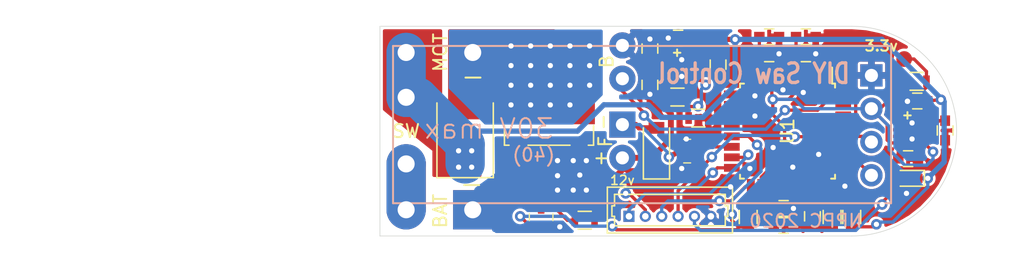
<source format=kicad_pcb>
(kicad_pcb (version 20171130) (host pcbnew "(5.1.5)-3")

  (general
    (thickness 1.6)
    (drawings 125)
    (tracks 346)
    (zones 0)
    (modules 38)
    (nets 45)
  )

  (page A4)
  (layers
    (0 F.Cu signal)
    (31 B.Cu signal)
    (32 B.Adhes user)
    (33 F.Adhes user)
    (34 B.Paste user)
    (35 F.Paste user)
    (36 B.SilkS user)
    (37 F.SilkS user)
    (38 B.Mask user)
    (39 F.Mask user)
    (40 Dwgs.User user)
    (41 Cmts.User user)
    (42 Eco1.User user)
    (43 Eco2.User user)
    (44 Edge.Cuts user)
    (45 Margin user)
    (46 B.CrtYd user)
    (47 F.CrtYd user)
    (48 B.Fab user)
    (49 F.Fab user)
  )

  (setup
    (last_trace_width 0.25)
    (user_trace_width 0.4)
    (user_trace_width 0.5)
    (user_trace_width 0.8)
    (user_trace_width 1)
    (user_trace_width 2)
    (user_trace_width 3)
    (trace_clearance 0.2)
    (zone_clearance 0.2)
    (zone_45_only no)
    (trace_min 0.2)
    (via_size 0.8)
    (via_drill 0.4)
    (via_min_size 0.4)
    (via_min_drill 0.3)
    (uvia_size 0.3)
    (uvia_drill 0.1)
    (uvias_allowed no)
    (uvia_min_size 0.2)
    (uvia_min_drill 0.1)
    (edge_width 0.05)
    (segment_width 0.2)
    (pcb_text_width 0.3)
    (pcb_text_size 1.5 1.5)
    (mod_edge_width 0.12)
    (mod_text_size 1 1)
    (mod_text_width 0.15)
    (pad_size 1.2 1.2)
    (pad_drill 0)
    (pad_to_mask_clearance 0.015)
    (solder_mask_min_width 0.1)
    (aux_axis_origin 0 0)
    (visible_elements 7FFFFF7F)
    (pcbplotparams
      (layerselection 0x010fc_ffffffff)
      (usegerberextensions false)
      (usegerberattributes false)
      (usegerberadvancedattributes false)
      (creategerberjobfile false)
      (excludeedgelayer true)
      (linewidth 0.100000)
      (plotframeref false)
      (viasonmask false)
      (mode 1)
      (useauxorigin false)
      (hpglpennumber 1)
      (hpglpenspeed 20)
      (hpglpendiameter 15.000000)
      (psnegative false)
      (psa4output false)
      (plotreference true)
      (plotvalue true)
      (plotinvisibletext false)
      (padsonsilk false)
      (subtractmaskfromsilk false)
      (outputformat 1)
      (mirror false)
      (drillshape 0)
      (scaleselection 1)
      (outputdirectory "Gerber/"))
  )

  (net 0 "")
  (net 1 GND)
  (net 2 +3V3)
  (net 3 "Net-(C2-Pad1)")
  (net 4 /V_ADC)
  (net 5 +12V)
  (net 6 "Net-(D1-Pad2)")
  (net 7 +BATT)
  (net 8 "Net-(D2-Pad2)")
  (net 9 /BUTTON)
  (net 10 "Net-(J2-Pad2)")
  (net 11 /PWM)
  (net 12 "Net-(Q1-Pad3)")
  (net 13 /FAN)
  (net 14 "Net-(U1-Pad1)")
  (net 15 "Net-(U1-Pad2)")
  (net 16 "Net-(U1-Pad7)")
  (net 17 "Net-(U1-Pad8)")
  (net 18 "Net-(U1-Pad9)")
  (net 19 "Net-(U1-Pad10)")
  (net 20 "Net-(U1-Pad11)")
  (net 21 "Net-(U1-Pad12)")
  (net 22 "Net-(U1-Pad19)")
  (net 23 "Net-(U1-Pad22)")
  (net 24 "Net-(U1-Pad24)")
  (net 25 "Net-(U1-Pad25)")
  (net 26 "Net-(U1-Pad26)")
  (net 27 /SDA)
  (net 28 /SCL)
  (net 29 "Net-(U1-Pad30)")
  (net 30 "Net-(U1-Pad31)")
  (net 31 /SCK)
  (net 32 /MISO)
  (net 33 /MOSI)
  (net 34 /RST)
  (net 35 "Net-(C9-Pad1)")
  (net 36 "Net-(U2-Pad4)")
  (net 37 "Net-(U2-Pad1)")
  (net 38 "Net-(U2-Pad3)")
  (net 39 "Net-(C13-Pad1)")
  (net 40 "Net-(R2-Pad2)")
  (net 41 "Net-(U3-Pad4)")
  (net 42 "Net-(U3-Pad1)")
  (net 43 "Net-(U3-Pad3)")
  (net 44 "Net-(D3-Pad2)")

  (net_class Default "This is the default net class."
    (clearance 0.2)
    (trace_width 0.25)
    (via_dia 0.8)
    (via_drill 0.4)
    (uvia_dia 0.3)
    (uvia_drill 0.1)
    (add_net +3V3)
    (add_net +BATT)
    (add_net /BUTTON)
    (add_net /FAN)
    (add_net /MISO)
    (add_net /MOSI)
    (add_net /PWM)
    (add_net /RST)
    (add_net /SCK)
    (add_net /SCL)
    (add_net /SDA)
    (add_net /V_ADC)
    (add_net GND)
    (add_net "Net-(C13-Pad1)")
    (add_net "Net-(C2-Pad1)")
    (add_net "Net-(C9-Pad1)")
    (add_net "Net-(D1-Pad2)")
    (add_net "Net-(D2-Pad2)")
    (add_net "Net-(D3-Pad2)")
    (add_net "Net-(J2-Pad2)")
    (add_net "Net-(Q1-Pad3)")
    (add_net "Net-(R2-Pad2)")
    (add_net "Net-(U1-Pad1)")
    (add_net "Net-(U1-Pad10)")
    (add_net "Net-(U1-Pad11)")
    (add_net "Net-(U1-Pad12)")
    (add_net "Net-(U1-Pad19)")
    (add_net "Net-(U1-Pad2)")
    (add_net "Net-(U1-Pad22)")
    (add_net "Net-(U1-Pad24)")
    (add_net "Net-(U1-Pad25)")
    (add_net "Net-(U1-Pad26)")
    (add_net "Net-(U1-Pad30)")
    (add_net "Net-(U1-Pad31)")
    (add_net "Net-(U1-Pad7)")
    (add_net "Net-(U1-Pad8)")
    (add_net "Net-(U1-Pad9)")
    (add_net "Net-(U2-Pad1)")
    (add_net "Net-(U2-Pad3)")
    (add_net "Net-(U2-Pad4)")
    (add_net "Net-(U3-Pad1)")
    (add_net "Net-(U3-Pad3)")
    (add_net "Net-(U3-Pad4)")
  )

  (net_class 12V ""
    (clearance 0.2)
    (trace_width 0.45)
    (via_dia 1)
    (via_drill 0.5)
    (uvia_dia 0.3)
    (uvia_drill 0.1)
    (add_net +12V)
  )

  (module KiCadCustomLibs:Test_PAD_0.6 (layer F.Cu) (tedit 5F0A0F66) (tstamp 5F0A102B)
    (at 174 96.5)
    (fp_text reference REF** (at 0 2) (layer F.SilkS) hide
      (effects (font (size 1 1) (thickness 0.15)))
    )
    (fp_text value Test_PAD_0.6 (at 0.1 -2) (layer F.Fab) hide
      (effects (font (size 1 1) (thickness 0.15)))
    )
    (pad 1 smd circle (at 0 0) (size 1.2 1.2) (layers F.Cu F.Mask)
      (net 2 +3V3))
  )

  (module Connectors_Molex:Molex_PicoBlade_53047-0610_06x1.25mm_Straight (layer F.Cu) (tedit 5F09DD55) (tstamp 5F08A42A)
    (at 153 108.5)
    (descr "Molex PicoBlade, single row, top entry type, through hole, PN:53047-0610")
    (tags "connector molex picoblade")
    (path /5F09A7C7)
    (fp_text reference J6 (at 0 -2.33) (layer F.SilkS) hide
      (effects (font (size 1 1) (thickness 0.15)))
    )
    (fp_text value PROG (at 5.5 -1.5) (layer F.Fab)
      (effects (font (size 1 1) (thickness 0.15)))
    )
    (fp_line (start -1.5 -2.075) (end -1.5 1.125) (layer F.Fab) (width 0.1))
    (fp_line (start -1.5 1.125) (end 7.75 1.125) (layer F.Fab) (width 0.1))
    (fp_line (start 7.75 1.125) (end 7.75 -2.075) (layer F.Fab) (width 0.1))
    (fp_line (start 7.75 -2.075) (end -1.5 -2.075) (layer F.Fab) (width 0.1))
    (fp_line (start -1.65 -2.225) (end -1.65 1.275) (layer F.SilkS) (width 0.12))
    (fp_line (start -1.65 1.275) (end 7.9 1.275) (layer F.SilkS) (width 0.12))
    (fp_line (start 7.9 1.275) (end 7.9 -2.225) (layer F.SilkS) (width 0.12))
    (fp_line (start 7.9 -2.225) (end -1.65 -2.225) (layer F.SilkS) (width 0.12))
    (fp_line (start 3.125 0.725) (end -1.1 0.725) (layer F.SilkS) (width 0.12))
    (fp_line (start -1.1 0.725) (end -1.1 0) (layer F.SilkS) (width 0.12))
    (fp_line (start -1.1 0) (end -1.3 0) (layer F.SilkS) (width 0.12))
    (fp_line (start -1.3 0) (end -1.3 -0.8) (layer F.SilkS) (width 0.12))
    (fp_line (start -1.3 -0.8) (end -1.1 -0.8) (layer F.SilkS) (width 0.12))
    (fp_line (start -1.1 -0.8) (end -1.1 -1.675) (layer F.SilkS) (width 0.12))
    (fp_line (start -1.1 -1.675) (end 3.125 -1.675) (layer F.SilkS) (width 0.12))
    (fp_line (start 3.125 0.725) (end 7.35 0.725) (layer F.SilkS) (width 0.12))
    (fp_line (start 7.35 0.725) (end 7.35 0) (layer F.SilkS) (width 0.12))
    (fp_line (start 7.35 0) (end 7.55 0) (layer F.SilkS) (width 0.12))
    (fp_line (start 7.55 0) (end 7.55 -0.8) (layer F.SilkS) (width 0.12))
    (fp_line (start 7.55 -0.8) (end 7.35 -0.8) (layer F.SilkS) (width 0.12))
    (fp_line (start 7.35 -0.8) (end 7.35 -1.675) (layer F.SilkS) (width 0.12))
    (fp_line (start 7.35 -1.675) (end 3.125 -1.675) (layer F.SilkS) (width 0.12))
    (fp_text user %R (at 3 -1.5 180) (layer F.Fab)
      (effects (font (size 1 1) (thickness 0.15)))
    )
    (pad 1 thru_hole rect (at 0 0) (size 0.85 0.85) (drill 0.5) (layers *.Cu *.Mask)
      (net 33 /MOSI))
    (pad 2 thru_hole circle (at 1.25 0) (size 0.85 0.85) (drill 0.5) (layers *.Cu *.Mask)
      (net 32 /MISO))
    (pad 3 thru_hole circle (at 2.5 0) (size 0.85 0.85) (drill 0.5) (layers *.Cu *.Mask)
      (net 31 /SCK))
    (pad 4 thru_hole circle (at 3.75 0) (size 0.85 0.85) (drill 0.5) (layers *.Cu *.Mask)
      (net 34 /RST))
    (pad 5 thru_hole circle (at 5 0) (size 0.85 0.85) (drill 0.5) (layers *.Cu *.Mask)
      (net 44 "Net-(D3-Pad2)"))
    (pad 6 thru_hole circle (at 6.25 0) (size 0.85 0.85) (drill 0.5) (layers *.Cu *.Mask)
      (net 1 GND))
    (model ${KISYS3DMOD}/Connectors_Molex.3dshapes/Molex_PicoBlade_53047-0610_06x1.25mm_Straight.wrl
      (at (xyz 0 0 0))
      (scale (xyz 1 1 1))
      (rotate (xyz 0 0 0))
    )
  )

  (module Housings_QFP:LQFP-32_7x7mm_Pitch0.8mm (layer F.Cu) (tedit 54130A77) (tstamp 5F08C308)
    (at 165.1 102 270)
    (descr "LQFP32: plastic low profile quad flat package; 32 leads; body 7 x 7 x 1.4 mm (see NXP sot358-1_po.pdf and sot358-1_fr.pdf)")
    (tags "QFP 0.8")
    (path /5F071830)
    (attr smd)
    (fp_text reference U1 (at 0 0 90) (layer F.SilkS)
      (effects (font (size 1 1) (thickness 0.15)))
    )
    (fp_text value ATmega8L-8AU (at 0 5.85 90) (layer F.Fab) hide
      (effects (font (size 1 1) (thickness 0.15)))
    )
    (fp_text user %R (at 0 0 90) (layer F.Fab)
      (effects (font (size 1 1) (thickness 0.15)))
    )
    (fp_line (start -2.5 -3.5) (end 3.5 -3.5) (layer F.Fab) (width 0.15))
    (fp_line (start 3.5 -3.5) (end 3.5 3.5) (layer F.Fab) (width 0.15))
    (fp_line (start 3.5 3.5) (end -3.5 3.5) (layer F.Fab) (width 0.15))
    (fp_line (start -3.5 3.5) (end -3.5 -2.5) (layer F.Fab) (width 0.15))
    (fp_line (start -3.5 -2.5) (end -2.5 -3.5) (layer F.Fab) (width 0.15))
    (fp_line (start -5.1 -5.1) (end -5.1 5.1) (layer F.CrtYd) (width 0.05))
    (fp_line (start 5.1 -5.1) (end 5.1 5.1) (layer F.CrtYd) (width 0.05))
    (fp_line (start -5.1 -5.1) (end 5.1 -5.1) (layer F.CrtYd) (width 0.05))
    (fp_line (start -5.1 5.1) (end 5.1 5.1) (layer F.CrtYd) (width 0.05))
    (fp_line (start -3.625 -3.625) (end -3.625 -3.4) (layer F.SilkS) (width 0.15))
    (fp_line (start 3.625 -3.625) (end 3.625 -3.325) (layer F.SilkS) (width 0.15))
    (fp_line (start 3.625 3.625) (end 3.625 3.325) (layer F.SilkS) (width 0.15))
    (fp_line (start -3.625 3.625) (end -3.625 3.325) (layer F.SilkS) (width 0.15))
    (fp_line (start -3.625 -3.625) (end -3.325 -3.625) (layer F.SilkS) (width 0.15))
    (fp_line (start -3.625 3.625) (end -3.325 3.625) (layer F.SilkS) (width 0.15))
    (fp_line (start 3.625 3.625) (end 3.325 3.625) (layer F.SilkS) (width 0.15))
    (fp_line (start 3.625 -3.625) (end 3.325 -3.625) (layer F.SilkS) (width 0.15))
    (fp_line (start -3.625 -3.4) (end -4.85 -3.4) (layer F.SilkS) (width 0.15))
    (pad 1 smd rect (at -4.25 -2.8 270) (size 1.2 0.6) (layers F.Cu F.Paste F.Mask)
      (net 14 "Net-(U1-Pad1)"))
    (pad 2 smd rect (at -4.25 -2 270) (size 1.2 0.6) (layers F.Cu F.Paste F.Mask)
      (net 15 "Net-(U1-Pad2)"))
    (pad 3 smd rect (at -4.25 -1.2 270) (size 1.2 0.6) (layers F.Cu F.Paste F.Mask)
      (net 1 GND))
    (pad 4 smd rect (at -4.25 -0.4 270) (size 1.2 0.6) (layers F.Cu F.Paste F.Mask)
      (net 2 +3V3))
    (pad 5 smd rect (at -4.25 0.4 270) (size 1.2 0.6) (layers F.Cu F.Paste F.Mask)
      (net 1 GND))
    (pad 6 smd rect (at -4.25 1.2 270) (size 1.2 0.6) (layers F.Cu F.Paste F.Mask)
      (net 2 +3V3))
    (pad 7 smd rect (at -4.25 2 270) (size 1.2 0.6) (layers F.Cu F.Paste F.Mask)
      (net 16 "Net-(U1-Pad7)"))
    (pad 8 smd rect (at -4.25 2.8 270) (size 1.2 0.6) (layers F.Cu F.Paste F.Mask)
      (net 17 "Net-(U1-Pad8)"))
    (pad 9 smd rect (at -2.8 4.25) (size 1.2 0.6) (layers F.Cu F.Paste F.Mask)
      (net 18 "Net-(U1-Pad9)"))
    (pad 10 smd rect (at -2 4.25) (size 1.2 0.6) (layers F.Cu F.Paste F.Mask)
      (net 19 "Net-(U1-Pad10)"))
    (pad 11 smd rect (at -1.2 4.25) (size 1.2 0.6) (layers F.Cu F.Paste F.Mask)
      (net 20 "Net-(U1-Pad11)"))
    (pad 12 smd rect (at -0.4 4.25) (size 1.2 0.6) (layers F.Cu F.Paste F.Mask)
      (net 21 "Net-(U1-Pad12)"))
    (pad 13 smd rect (at 0.4 4.25) (size 1.2 0.6) (layers F.Cu F.Paste F.Mask)
      (net 11 /PWM))
    (pad 14 smd rect (at 1.2 4.25) (size 1.2 0.6) (layers F.Cu F.Paste F.Mask)
      (net 13 /FAN))
    (pad 15 smd rect (at 2 4.25) (size 1.2 0.6) (layers F.Cu F.Paste F.Mask)
      (net 33 /MOSI))
    (pad 16 smd rect (at 2.8 4.25) (size 1.2 0.6) (layers F.Cu F.Paste F.Mask)
      (net 32 /MISO))
    (pad 17 smd rect (at 4.25 2.8 270) (size 1.2 0.6) (layers F.Cu F.Paste F.Mask)
      (net 31 /SCK))
    (pad 18 smd rect (at 4.25 2 270) (size 1.2 0.6) (layers F.Cu F.Paste F.Mask)
      (net 2 +3V3))
    (pad 19 smd rect (at 4.25 1.2 270) (size 1.2 0.6) (layers F.Cu F.Paste F.Mask)
      (net 22 "Net-(U1-Pad19)"))
    (pad 20 smd rect (at 4.25 0.4 270) (size 1.2 0.6) (layers F.Cu F.Paste F.Mask)
      (net 3 "Net-(C2-Pad1)"))
    (pad 21 smd rect (at 4.25 -0.4 270) (size 1.2 0.6) (layers F.Cu F.Paste F.Mask)
      (net 1 GND))
    (pad 22 smd rect (at 4.25 -1.2 270) (size 1.2 0.6) (layers F.Cu F.Paste F.Mask)
      (net 23 "Net-(U1-Pad22)"))
    (pad 23 smd rect (at 4.25 -2 270) (size 1.2 0.6) (layers F.Cu F.Paste F.Mask)
      (net 4 /V_ADC))
    (pad 24 smd rect (at 4.25 -2.8 270) (size 1.2 0.6) (layers F.Cu F.Paste F.Mask)
      (net 24 "Net-(U1-Pad24)"))
    (pad 25 smd rect (at 2.8 -4.25) (size 1.2 0.6) (layers F.Cu F.Paste F.Mask)
      (net 25 "Net-(U1-Pad25)"))
    (pad 26 smd rect (at 2 -4.25) (size 1.2 0.6) (layers F.Cu F.Paste F.Mask)
      (net 26 "Net-(U1-Pad26)"))
    (pad 27 smd rect (at 1.2 -4.25) (size 1.2 0.6) (layers F.Cu F.Paste F.Mask)
      (net 27 /SDA))
    (pad 28 smd rect (at 0.4 -4.25) (size 1.2 0.6) (layers F.Cu F.Paste F.Mask)
      (net 28 /SCL))
    (pad 29 smd rect (at -0.4 -4.25) (size 1.2 0.6) (layers F.Cu F.Paste F.Mask)
      (net 34 /RST))
    (pad 30 smd rect (at -1.2 -4.25) (size 1.2 0.6) (layers F.Cu F.Paste F.Mask)
      (net 29 "Net-(U1-Pad30)"))
    (pad 31 smd rect (at -2 -4.25) (size 1.2 0.6) (layers F.Cu F.Paste F.Mask)
      (net 30 "Net-(U1-Pad31)"))
    (pad 32 smd rect (at -2.8 -4.25) (size 1.2 0.6) (layers F.Cu F.Paste F.Mask)
      (net 9 /BUTTON))
    (model ${KISYS3DMOD}/Housings_QFP.3dshapes/LQFP-32_7x7mm_Pitch0.8mm.wrl
      (at (xyz 0 0 0))
      (scale (xyz 1 1 1))
      (rotate (xyz 0 0 0))
    )
  )

  (module Diodes_SMD:D_SOD-523 (layer F.Cu) (tedit 586419F0) (tstamp 5F09B403)
    (at 174.4 105.6 180)
    (descr "http://www.diodes.com/datasheets/ap02001.pdf p.144")
    (tags "Diode SOD523")
    (path /5F1DA61E)
    (attr smd)
    (fp_text reference D3 (at 0 -1.3) (layer F.SilkS) hide
      (effects (font (size 1 1) (thickness 0.15)))
    )
    (fp_text value RB521S (at 0 1.4) (layer F.Fab) hide
      (effects (font (size 1 1) (thickness 0.15)))
    )
    (fp_text user %R (at 0 -1.3) (layer F.Fab) hide
      (effects (font (size 1 1) (thickness 0.15)))
    )
    (fp_line (start -1.15 -0.6) (end -1.15 0.6) (layer F.SilkS) (width 0.12))
    (fp_line (start 1.25 -0.7) (end 1.25 0.7) (layer F.CrtYd) (width 0.05))
    (fp_line (start -1.25 -0.7) (end 1.25 -0.7) (layer F.CrtYd) (width 0.05))
    (fp_line (start -1.25 0.7) (end -1.25 -0.7) (layer F.CrtYd) (width 0.05))
    (fp_line (start 1.25 0.7) (end -1.25 0.7) (layer F.CrtYd) (width 0.05))
    (fp_line (start 0.1 0) (end 0.25 0) (layer F.Fab) (width 0.1))
    (fp_line (start 0.1 -0.2) (end -0.2 0) (layer F.Fab) (width 0.1))
    (fp_line (start 0.1 0.2) (end 0.1 -0.2) (layer F.Fab) (width 0.1))
    (fp_line (start -0.2 0) (end 0.1 0.2) (layer F.Fab) (width 0.1))
    (fp_line (start -0.2 0) (end -0.35 0) (layer F.Fab) (width 0.1))
    (fp_line (start -0.2 0.2) (end -0.2 -0.2) (layer F.Fab) (width 0.1))
    (fp_line (start 0.65 -0.45) (end 0.65 0.45) (layer F.Fab) (width 0.1))
    (fp_line (start -0.65 -0.45) (end 0.65 -0.45) (layer F.Fab) (width 0.1))
    (fp_line (start -0.65 0.45) (end -0.65 -0.45) (layer F.Fab) (width 0.1))
    (fp_line (start 0.65 0.45) (end -0.65 0.45) (layer F.Fab) (width 0.1))
    (fp_line (start 0.7 -0.6) (end -1.15 -0.6) (layer F.SilkS) (width 0.12))
    (fp_line (start 0.7 0.6) (end -1.15 0.6) (layer F.SilkS) (width 0.12))
    (pad 2 smd rect (at 0.7 0) (size 0.6 0.7) (layers F.Cu F.Paste F.Mask)
      (net 44 "Net-(D3-Pad2)"))
    (pad 1 smd rect (at -0.7 0) (size 0.6 0.7) (layers F.Cu F.Paste F.Mask)
      (net 7 +BATT))
    (model ${KISYS3DMOD}/Diodes_SMD.3dshapes/D_SOD-523.wrl
      (at (xyz 0 0 0))
      (scale (xyz 1 1 1))
      (rotate (xyz 0 0 0))
    )
  )

  (module KiCadCustomLibs:MAXM15465 (layer F.Cu) (tedit 5F0973DE) (tstamp 5F098C39)
    (at 157.024999 97.12)
    (path /5F16CD4B)
    (fp_text reference U3 (at 0 2.3) (layer F.SilkS) hide
      (effects (font (size 1 1) (thickness 0.15)))
    )
    (fp_text value MAXM15068 (at 0 -2.3) (layer F.Fab) hide
      (effects (font (size 1 1) (thickness 0.15)))
    )
    (fp_line (start -0.35 -1.35) (end -0.35 -0.85) (layer F.SilkS) (width 0.15))
    (fp_line (start -0.6 -1.1) (end -0.1 -1.1) (layer F.SilkS) (width 0.15))
    (fp_line (start -1.3 1.5) (end 1.3 1.5) (layer F.Fab) (width 0.01))
    (fp_line (start 1.3 -1.5) (end 1.3 1.5) (layer F.Fab) (width 0.01))
    (fp_line (start -1.3 -1.5) (end 1.3 -1.5) (layer F.Fab) (width 0.01))
    (fp_line (start -1.3 -1.5) (end -1.3 1.5) (layer F.Fab) (width 0.01))
    (pad 10 smd rect (at 1.15 -1) (size 0.6 0.25) (layers F.Cu F.Paste F.Mask)
      (net 7 +BATT))
    (pad 9 smd rect (at 1.15 -0.5) (size 0.6 0.25) (layers F.Cu F.Paste F.Mask)
      (net 7 +BATT))
    (pad 8 smd rect (at 1.15 0) (size 0.6 0.25) (layers F.Cu F.Paste F.Mask)
      (net 7 +BATT))
    (pad 7 smd rect (at 1.15 0.5) (size 0.6 0.25) (layers F.Cu F.Paste F.Mask)
      (net 39 "Net-(C13-Pad1)"))
    (pad 6 smd rect (at 1.15 1) (size 0.6 0.25) (layers F.Cu F.Paste F.Mask)
      (net 40 "Net-(R2-Pad2)"))
    (pad 5 smd rect (at -1.15 1) (size 0.6 0.25) (layers F.Cu F.Paste F.Mask)
      (net 5 +12V))
    (pad 4 smd rect (at -1.15 0.5) (size 0.6 0.25) (layers F.Cu F.Paste F.Mask)
      (net 41 "Net-(U3-Pad4)"))
    (pad 1 smd rect (at -1.15 -1) (size 0.6 0.25) (layers F.Cu F.Paste F.Mask)
      (net 42 "Net-(U3-Pad1)"))
    (pad 2 smd rect (at -1.15 -0.5) (size 0.6 0.25) (layers F.Cu F.Paste F.Mask)
      (net 1 GND))
    (pad 3 smd rect (at -1.15 0) (size 0.6 0.25) (layers F.Cu F.Paste F.Mask)
      (net 43 "Net-(U3-Pad3)"))
    (model C:/src/Tennp/Git/KiCadCustomLibs/wrl/maxm1546x.wrl
      (at (xyz 0 0 0))
      (scale (xyz 0.396 0.396 0.396))
      (rotate (xyz 0 0 0))
    )
  )

  (module Resistors_SMD:R_0603 (layer F.Cu) (tedit 58E0A804) (tstamp 5F098B93)
    (at 158.3 101)
    (descr "Resistor SMD 0603, reflow soldering, Vishay (see dcrcw.pdf)")
    (tags "resistor 0603")
    (path /5F17569E)
    (attr smd)
    (fp_text reference R7 (at 0 -1.45) (layer F.SilkS) hide
      (effects (font (size 1 1) (thickness 0.15)))
    )
    (fp_text value 68K (at 0 0.095) (layer F.Fab)
      (effects (font (size 1 1) (thickness 0.15)))
    )
    (fp_text user %R (at 0 0) (layer F.Fab)
      (effects (font (size 0.4 0.4) (thickness 0.075)))
    )
    (fp_line (start -0.8 0.4) (end -0.8 -0.4) (layer F.Fab) (width 0.1))
    (fp_line (start 0.8 0.4) (end -0.8 0.4) (layer F.Fab) (width 0.1))
    (fp_line (start 0.8 -0.4) (end 0.8 0.4) (layer F.Fab) (width 0.1))
    (fp_line (start -0.8 -0.4) (end 0.8 -0.4) (layer F.Fab) (width 0.1))
    (fp_line (start 0.5 0.68) (end -0.5 0.68) (layer F.SilkS) (width 0.12))
    (fp_line (start -0.5 -0.68) (end 0.5 -0.68) (layer F.SilkS) (width 0.12))
    (fp_line (start -1.25 -0.7) (end 1.25 -0.7) (layer F.CrtYd) (width 0.05))
    (fp_line (start -1.25 -0.7) (end -1.25 0.7) (layer F.CrtYd) (width 0.05))
    (fp_line (start 1.25 0.7) (end 1.25 -0.7) (layer F.CrtYd) (width 0.05))
    (fp_line (start 1.25 0.7) (end -1.25 0.7) (layer F.CrtYd) (width 0.05))
    (pad 1 smd rect (at -0.75 0) (size 0.5 0.9) (layers F.Cu F.Paste F.Mask)
      (net 40 "Net-(R2-Pad2)"))
    (pad 2 smd rect (at 0.75 0) (size 0.5 0.9) (layers F.Cu F.Paste F.Mask)
      (net 1 GND))
    (model ${KISYS3DMOD}/Resistors_SMD.3dshapes/R_0603.wrl
      (at (xyz 0 0 0))
      (scale (xyz 1 1 1))
      (rotate (xyz 0 0 0))
    )
  )

  (module Resistors_SMD:R_0603 (layer F.Cu) (tedit 58E0A804) (tstamp 5F098B10)
    (at 156.7 99.4)
    (descr "Resistor SMD 0603, reflow soldering, Vishay (see dcrcw.pdf)")
    (tags "resistor 0603")
    (path /5F174FE4)
    (attr smd)
    (fp_text reference R2 (at 0 -1.45) (layer F.SilkS) hide
      (effects (font (size 1 1) (thickness 0.15)))
    )
    (fp_text value 820K (at 0.2 0.045) (layer F.Fab)
      (effects (font (size 1 1) (thickness 0.15)))
    )
    (fp_text user %R (at 0 0) (layer F.Fab)
      (effects (font (size 0.4 0.4) (thickness 0.075)))
    )
    (fp_line (start -0.8 0.4) (end -0.8 -0.4) (layer F.Fab) (width 0.1))
    (fp_line (start 0.8 0.4) (end -0.8 0.4) (layer F.Fab) (width 0.1))
    (fp_line (start 0.8 -0.4) (end 0.8 0.4) (layer F.Fab) (width 0.1))
    (fp_line (start -0.8 -0.4) (end 0.8 -0.4) (layer F.Fab) (width 0.1))
    (fp_line (start 0.5 0.68) (end -0.5 0.68) (layer F.SilkS) (width 0.12))
    (fp_line (start -0.5 -0.68) (end 0.5 -0.68) (layer F.SilkS) (width 0.12))
    (fp_line (start -1.25 -0.7) (end 1.25 -0.7) (layer F.CrtYd) (width 0.05))
    (fp_line (start -1.25 -0.7) (end -1.25 0.7) (layer F.CrtYd) (width 0.05))
    (fp_line (start 1.25 0.7) (end 1.25 -0.7) (layer F.CrtYd) (width 0.05))
    (fp_line (start 1.25 0.7) (end -1.25 0.7) (layer F.CrtYd) (width 0.05))
    (pad 1 smd rect (at -0.75 0) (size 0.5 0.9) (layers F.Cu F.Paste F.Mask)
      (net 5 +12V))
    (pad 2 smd rect (at 0.75 0) (size 0.5 0.9) (layers F.Cu F.Paste F.Mask)
      (net 40 "Net-(R2-Pad2)"))
    (model ${KISYS3DMOD}/Resistors_SMD.3dshapes/R_0603.wrl
      (at (xyz 0 0 0))
      (scale (xyz 1 1 1))
      (rotate (xyz 0 0 0))
    )
  )

  (module Capacitors_SMD:C_0603 (layer F.Cu) (tedit 59958EE7) (tstamp 5F098985)
    (at 156.75 94.9 180)
    (descr "Capacitor SMD 0603, reflow soldering, AVX (see smccp.pdf)")
    (tags "capacitor 0603")
    (path /5F16CD2F)
    (attr smd)
    (fp_text reference C14 (at 0 -1.5) (layer F.SilkS) hide
      (effects (font (size 1 1) (thickness 0.15)))
    )
    (fp_text value 10uf/50V (at 0 1.5) (layer F.Fab) hide
      (effects (font (size 1 1) (thickness 0.15)))
    )
    (fp_line (start 1.4 0.65) (end -1.4 0.65) (layer F.CrtYd) (width 0.05))
    (fp_line (start 1.4 0.65) (end 1.4 -0.65) (layer F.CrtYd) (width 0.05))
    (fp_line (start -1.4 -0.65) (end -1.4 0.65) (layer F.CrtYd) (width 0.05))
    (fp_line (start -1.4 -0.65) (end 1.4 -0.65) (layer F.CrtYd) (width 0.05))
    (fp_line (start 0.35 0.6) (end -0.35 0.6) (layer F.SilkS) (width 0.12))
    (fp_line (start -0.35 -0.6) (end 0.35 -0.6) (layer F.SilkS) (width 0.12))
    (fp_line (start -0.8 -0.4) (end 0.8 -0.4) (layer F.Fab) (width 0.1))
    (fp_line (start 0.8 -0.4) (end 0.8 0.4) (layer F.Fab) (width 0.1))
    (fp_line (start 0.8 0.4) (end -0.8 0.4) (layer F.Fab) (width 0.1))
    (fp_line (start -0.8 0.4) (end -0.8 -0.4) (layer F.Fab) (width 0.1))
    (fp_text user %R (at 0 0) (layer F.Fab)
      (effects (font (size 0.3 0.3) (thickness 0.075)))
    )
    (pad 2 smd rect (at 0.75 0 180) (size 0.8 0.75) (layers F.Cu F.Paste F.Mask)
      (net 1 GND))
    (pad 1 smd rect (at -0.75 0 180) (size 0.8 0.75) (layers F.Cu F.Paste F.Mask)
      (net 7 +BATT))
    (model Capacitors_SMD.3dshapes/C_0603.wrl
      (at (xyz 0 0 0))
      (scale (xyz 1 1 1))
      (rotate (xyz 0 0 0))
    )
  )

  (module Capacitors_SMD:C_0603 (layer F.Cu) (tedit 59958EE7) (tstamp 5F098982)
    (at 159.8 96.925 270)
    (descr "Capacitor SMD 0603, reflow soldering, AVX (see smccp.pdf)")
    (tags "capacitor 0603")
    (path /5F16CD15)
    (attr smd)
    (fp_text reference C13 (at 0 -1.5 90) (layer F.SilkS) hide
      (effects (font (size 1 1) (thickness 0.15)))
    )
    (fp_text value 1uf (at 0 0.06 90) (layer F.Fab)
      (effects (font (size 1 1) (thickness 0.15)))
    )
    (fp_line (start 1.4 0.65) (end -1.4 0.65) (layer F.CrtYd) (width 0.05))
    (fp_line (start 1.4 0.65) (end 1.4 -0.65) (layer F.CrtYd) (width 0.05))
    (fp_line (start -1.4 -0.65) (end -1.4 0.65) (layer F.CrtYd) (width 0.05))
    (fp_line (start -1.4 -0.65) (end 1.4 -0.65) (layer F.CrtYd) (width 0.05))
    (fp_line (start 0.35 0.6) (end -0.35 0.6) (layer F.SilkS) (width 0.12))
    (fp_line (start -0.35 -0.6) (end 0.35 -0.6) (layer F.SilkS) (width 0.12))
    (fp_line (start -0.8 -0.4) (end 0.8 -0.4) (layer F.Fab) (width 0.1))
    (fp_line (start 0.8 -0.4) (end 0.8 0.4) (layer F.Fab) (width 0.1))
    (fp_line (start 0.8 0.4) (end -0.8 0.4) (layer F.Fab) (width 0.1))
    (fp_line (start -0.8 0.4) (end -0.8 -0.4) (layer F.Fab) (width 0.1))
    (fp_text user %R (at 0 0 90) (layer F.Fab)
      (effects (font (size 0.3 0.3) (thickness 0.075)))
    )
    (pad 2 smd rect (at 0.75 0 270) (size 0.8 0.75) (layers F.Cu F.Paste F.Mask)
      (net 1 GND))
    (pad 1 smd rect (at -0.75 0 270) (size 0.8 0.75) (layers F.Cu F.Paste F.Mask)
      (net 39 "Net-(C13-Pad1)"))
    (model Capacitors_SMD.3dshapes/C_0603.wrl
      (at (xyz 0 0 0))
      (scale (xyz 1 1 1))
      (rotate (xyz 0 0 0))
    )
  )

  (module Capacitors_SMD:C_0603 (layer F.Cu) (tedit 59958EE7) (tstamp 5F09897F)
    (at 154.6 95.7 90)
    (descr "Capacitor SMD 0603, reflow soldering, AVX (see smccp.pdf)")
    (tags "capacitor 0603")
    (path /5F16CD3D)
    (attr smd)
    (fp_text reference C12 (at 0 -1.5 90) (layer F.SilkS) hide
      (effects (font (size 1 1) (thickness 0.15)))
    )
    (fp_text value 1uf (at -0.1 0.01 90) (layer F.Fab)
      (effects (font (size 1 1) (thickness 0.15)))
    )
    (fp_line (start 1.4 0.65) (end -1.4 0.65) (layer F.CrtYd) (width 0.05))
    (fp_line (start 1.4 0.65) (end 1.4 -0.65) (layer F.CrtYd) (width 0.05))
    (fp_line (start -1.4 -0.65) (end -1.4 0.65) (layer F.CrtYd) (width 0.05))
    (fp_line (start -1.4 -0.65) (end 1.4 -0.65) (layer F.CrtYd) (width 0.05))
    (fp_line (start 0.35 0.6) (end -0.35 0.6) (layer F.SilkS) (width 0.12))
    (fp_line (start -0.35 -0.6) (end 0.35 -0.6) (layer F.SilkS) (width 0.12))
    (fp_line (start -0.8 -0.4) (end 0.8 -0.4) (layer F.Fab) (width 0.1))
    (fp_line (start 0.8 -0.4) (end 0.8 0.4) (layer F.Fab) (width 0.1))
    (fp_line (start 0.8 0.4) (end -0.8 0.4) (layer F.Fab) (width 0.1))
    (fp_line (start -0.8 0.4) (end -0.8 -0.4) (layer F.Fab) (width 0.1))
    (fp_text user %R (at 0 0 90) (layer F.Fab)
      (effects (font (size 0.3 0.3) (thickness 0.075)))
    )
    (pad 2 smd rect (at 0.75 0 90) (size 0.8 0.75) (layers F.Cu F.Paste F.Mask)
      (net 1 GND))
    (pad 1 smd rect (at -0.75 0 90) (size 0.8 0.75) (layers F.Cu F.Paste F.Mask)
      (net 5 +12V))
    (model Capacitors_SMD.3dshapes/C_0603.wrl
      (at (xyz 0 0 0))
      (scale (xyz 1 1 1))
      (rotate (xyz 0 0 0))
    )
  )

  (module Capacitors_SMD:C_0603 (layer F.Cu) (tedit 59958EE7) (tstamp 5F09897C)
    (at 154.6 98.47 270)
    (descr "Capacitor SMD 0603, reflow soldering, AVX (see smccp.pdf)")
    (tags "capacitor 0603")
    (path /5F171FC4)
    (attr smd)
    (fp_text reference C11 (at 0 -1.5 90) (layer F.SilkS) hide
      (effects (font (size 1 1) (thickness 0.15)))
    )
    (fp_text value 1uf (at 0 0 90) (layer F.Fab)
      (effects (font (size 1 1) (thickness 0.15)))
    )
    (fp_line (start 1.4 0.65) (end -1.4 0.65) (layer F.CrtYd) (width 0.05))
    (fp_line (start 1.4 0.65) (end 1.4 -0.65) (layer F.CrtYd) (width 0.05))
    (fp_line (start -1.4 -0.65) (end -1.4 0.65) (layer F.CrtYd) (width 0.05))
    (fp_line (start -1.4 -0.65) (end 1.4 -0.65) (layer F.CrtYd) (width 0.05))
    (fp_line (start 0.35 0.6) (end -0.35 0.6) (layer F.SilkS) (width 0.12))
    (fp_line (start -0.35 -0.6) (end 0.35 -0.6) (layer F.SilkS) (width 0.12))
    (fp_line (start -0.8 -0.4) (end 0.8 -0.4) (layer F.Fab) (width 0.1))
    (fp_line (start 0.8 -0.4) (end 0.8 0.4) (layer F.Fab) (width 0.1))
    (fp_line (start 0.8 0.4) (end -0.8 0.4) (layer F.Fab) (width 0.1))
    (fp_line (start -0.8 0.4) (end -0.8 -0.4) (layer F.Fab) (width 0.1))
    (fp_text user %R (at 0 0 90) (layer F.Fab)
      (effects (font (size 0.3 0.3) (thickness 0.075)))
    )
    (pad 2 smd rect (at 0.75 0 270) (size 0.8 0.75) (layers F.Cu F.Paste F.Mask)
      (net 1 GND))
    (pad 1 smd rect (at -0.75 0 270) (size 0.8 0.75) (layers F.Cu F.Paste F.Mask)
      (net 5 +12V))
    (model Capacitors_SMD.3dshapes/C_0603.wrl
      (at (xyz 0 0 0))
      (scale (xyz 1 1 1))
      (rotate (xyz 0 0 0))
    )
  )

  (module KiCadCustomLibs:MAXM15465 (layer F.Cu) (tedit 5F0973DE) (tstamp 5F099C57)
    (at 174.6 101.9)
    (path /5F131888)
    (fp_text reference U2 (at 0 2.3) (layer F.SilkS) hide
      (effects (font (size 1 1) (thickness 0.15)))
    )
    (fp_text value MAXM15465 (at 0 -2.3) (layer F.Fab) hide
      (effects (font (size 1 1) (thickness 0.15)))
    )
    (fp_line (start -0.35 -1.35) (end -0.35 -0.85) (layer F.SilkS) (width 0.15))
    (fp_line (start -0.6 -1.1) (end -0.1 -1.1) (layer F.SilkS) (width 0.15))
    (fp_line (start -1.3 1.5) (end 1.3 1.5) (layer F.Fab) (width 0.01))
    (fp_line (start 1.3 -1.5) (end 1.3 1.5) (layer F.Fab) (width 0.01))
    (fp_line (start -1.3 -1.5) (end 1.3 -1.5) (layer F.Fab) (width 0.01))
    (fp_line (start -1.3 -1.5) (end -1.3 1.5) (layer F.Fab) (width 0.01))
    (pad 10 smd rect (at 1.15 -1) (size 0.6 0.25) (layers F.Cu F.Paste F.Mask)
      (net 7 +BATT))
    (pad 9 smd rect (at 1.15 -0.5) (size 0.6 0.25) (layers F.Cu F.Paste F.Mask)
      (net 7 +BATT))
    (pad 8 smd rect (at 1.15 0) (size 0.6 0.25) (layers F.Cu F.Paste F.Mask)
      (net 7 +BATT))
    (pad 7 smd rect (at 1.15 0.5) (size 0.6 0.25) (layers F.Cu F.Paste F.Mask)
      (net 35 "Net-(C9-Pad1)"))
    (pad 6 smd rect (at 1.15 1) (size 0.6 0.25) (layers F.Cu F.Paste F.Mask)
      (net 2 +3V3))
    (pad 5 smd rect (at -1.15 1) (size 0.6 0.25) (layers F.Cu F.Paste F.Mask)
      (net 2 +3V3))
    (pad 4 smd rect (at -1.15 0.5) (size 0.6 0.25) (layers F.Cu F.Paste F.Mask)
      (net 36 "Net-(U2-Pad4)"))
    (pad 1 smd rect (at -1.15 -1) (size 0.6 0.25) (layers F.Cu F.Paste F.Mask)
      (net 37 "Net-(U2-Pad1)"))
    (pad 2 smd rect (at -1.15 -0.5) (size 0.6 0.25) (layers F.Cu F.Paste F.Mask)
      (net 1 GND))
    (pad 3 smd rect (at -1.15 0) (size 0.6 0.25) (layers F.Cu F.Paste F.Mask)
      (net 38 "Net-(U2-Pad3)"))
    (model C:/src/Tennp/Git/KiCadCustomLibs/wrl/maxm1546x.wrl
      (at (xyz 0 0 0))
      (scale (xyz 0.396 0.396 0.396))
      (rotate (xyz 0 0 0))
    )
  )

  (module Capacitors_SMD:C_0603 (layer F.Cu) (tedit 59958EE7) (tstamp 5F099C8D)
    (at 175 99.7 180)
    (descr "Capacitor SMD 0603, reflow soldering, AVX (see smccp.pdf)")
    (tags "capacitor 0603")
    (path /5F118340)
    (attr smd)
    (fp_text reference C10 (at 0 -1.5) (layer F.SilkS) hide
      (effects (font (size 1 1) (thickness 0.15)))
    )
    (fp_text value 10uf/50V (at 0 1.5) (layer F.Fab) hide
      (effects (font (size 1 1) (thickness 0.15)))
    )
    (fp_line (start 1.4 0.65) (end -1.4 0.65) (layer F.CrtYd) (width 0.05))
    (fp_line (start 1.4 0.65) (end 1.4 -0.65) (layer F.CrtYd) (width 0.05))
    (fp_line (start -1.4 -0.65) (end -1.4 0.65) (layer F.CrtYd) (width 0.05))
    (fp_line (start -1.4 -0.65) (end 1.4 -0.65) (layer F.CrtYd) (width 0.05))
    (fp_line (start 0.35 0.6) (end -0.35 0.6) (layer F.SilkS) (width 0.12))
    (fp_line (start -0.35 -0.6) (end 0.35 -0.6) (layer F.SilkS) (width 0.12))
    (fp_line (start -0.8 -0.4) (end 0.8 -0.4) (layer F.Fab) (width 0.1))
    (fp_line (start 0.8 -0.4) (end 0.8 0.4) (layer F.Fab) (width 0.1))
    (fp_line (start 0.8 0.4) (end -0.8 0.4) (layer F.Fab) (width 0.1))
    (fp_line (start -0.8 0.4) (end -0.8 -0.4) (layer F.Fab) (width 0.1))
    (fp_text user %R (at 0 0) (layer F.Fab)
      (effects (font (size 0.3 0.3) (thickness 0.075)))
    )
    (pad 2 smd rect (at 0.75 0 180) (size 0.8 0.75) (layers F.Cu F.Paste F.Mask)
      (net 1 GND))
    (pad 1 smd rect (at -0.75 0 180) (size 0.8 0.75) (layers F.Cu F.Paste F.Mask)
      (net 7 +BATT))
    (model Capacitors_SMD.3dshapes/C_0603.wrl
      (at (xyz 0 0 0))
      (scale (xyz 1 1 1))
      (rotate (xyz 0 0 0))
    )
  )

  (module Capacitors_SMD:C_0603 (layer F.Cu) (tedit 59958EE7) (tstamp 5F099BF4)
    (at 177.125 101.95 270)
    (descr "Capacitor SMD 0603, reflow soldering, AVX (see smccp.pdf)")
    (tags "capacitor 0603")
    (path /5F10E418)
    (attr smd)
    (fp_text reference C9 (at 0 -1.5 90) (layer F.SilkS) hide
      (effects (font (size 1 1) (thickness 0.15)))
    )
    (fp_text value 1uf (at 0 0.01 90) (layer F.Fab)
      (effects (font (size 1 1) (thickness 0.15)))
    )
    (fp_line (start 1.4 0.65) (end -1.4 0.65) (layer F.CrtYd) (width 0.05))
    (fp_line (start 1.4 0.65) (end 1.4 -0.65) (layer F.CrtYd) (width 0.05))
    (fp_line (start -1.4 -0.65) (end -1.4 0.65) (layer F.CrtYd) (width 0.05))
    (fp_line (start -1.4 -0.65) (end 1.4 -0.65) (layer F.CrtYd) (width 0.05))
    (fp_line (start 0.35 0.6) (end -0.35 0.6) (layer F.SilkS) (width 0.12))
    (fp_line (start -0.35 -0.6) (end 0.35 -0.6) (layer F.SilkS) (width 0.12))
    (fp_line (start -0.8 -0.4) (end 0.8 -0.4) (layer F.Fab) (width 0.1))
    (fp_line (start 0.8 -0.4) (end 0.8 0.4) (layer F.Fab) (width 0.1))
    (fp_line (start 0.8 0.4) (end -0.8 0.4) (layer F.Fab) (width 0.1))
    (fp_line (start -0.8 0.4) (end -0.8 -0.4) (layer F.Fab) (width 0.1))
    (fp_text user %R (at 0 0 90) (layer F.Fab)
      (effects (font (size 0.3 0.3) (thickness 0.075)))
    )
    (pad 2 smd rect (at 0.75 0 270) (size 0.8 0.75) (layers F.Cu F.Paste F.Mask)
      (net 1 GND))
    (pad 1 smd rect (at -0.75 0 270) (size 0.8 0.75) (layers F.Cu F.Paste F.Mask)
      (net 35 "Net-(C9-Pad1)"))
    (model Capacitors_SMD.3dshapes/C_0603.wrl
      (at (xyz 0 0 0))
      (scale (xyz 1 1 1))
      (rotate (xyz 0 0 0))
    )
  )

  (module Capacitors_SMD:C_0603 (layer F.Cu) (tedit 59958EE7) (tstamp 5F099C24)
    (at 174.3 104.1)
    (descr "Capacitor SMD 0603, reflow soldering, AVX (see smccp.pdf)")
    (tags "capacitor 0603")
    (path /5F11C43C)
    (attr smd)
    (fp_text reference C8 (at 0 -1.5) (layer F.SilkS) hide
      (effects (font (size 1 1) (thickness 0.15)))
    )
    (fp_text value 1uf (at 0.1 0) (layer F.Fab)
      (effects (font (size 1 1) (thickness 0.15)))
    )
    (fp_line (start 1.4 0.65) (end -1.4 0.65) (layer F.CrtYd) (width 0.05))
    (fp_line (start 1.4 0.65) (end 1.4 -0.65) (layer F.CrtYd) (width 0.05))
    (fp_line (start -1.4 -0.65) (end -1.4 0.65) (layer F.CrtYd) (width 0.05))
    (fp_line (start -1.4 -0.65) (end 1.4 -0.65) (layer F.CrtYd) (width 0.05))
    (fp_line (start 0.35 0.6) (end -0.35 0.6) (layer F.SilkS) (width 0.12))
    (fp_line (start -0.35 -0.6) (end 0.35 -0.6) (layer F.SilkS) (width 0.12))
    (fp_line (start -0.8 -0.4) (end 0.8 -0.4) (layer F.Fab) (width 0.1))
    (fp_line (start 0.8 -0.4) (end 0.8 0.4) (layer F.Fab) (width 0.1))
    (fp_line (start 0.8 0.4) (end -0.8 0.4) (layer F.Fab) (width 0.1))
    (fp_line (start -0.8 0.4) (end -0.8 -0.4) (layer F.Fab) (width 0.1))
    (fp_text user %R (at 0 0) (layer F.Fab)
      (effects (font (size 0.3 0.3) (thickness 0.075)))
    )
    (pad 2 smd rect (at 0.75 0) (size 0.8 0.75) (layers F.Cu F.Paste F.Mask)
      (net 1 GND))
    (pad 1 smd rect (at -0.75 0) (size 0.8 0.75) (layers F.Cu F.Paste F.Mask)
      (net 2 +3V3))
    (model Capacitors_SMD.3dshapes/C_0603.wrl
      (at (xyz 0 0 0))
      (scale (xyz 1 1 1))
      (rotate (xyz 0 0 0))
    )
  )

  (module Capacitors_SMD:C_0603 (layer F.Cu) (tedit 59958EE7) (tstamp 5F08EA89)
    (at 164.8 109.2)
    (descr "Capacitor SMD 0603, reflow soldering, AVX (see smccp.pdf)")
    (tags "capacitor 0603")
    (path /5F0F5725)
    (attr smd)
    (fp_text reference C7 (at 0 -1.5) (layer F.SilkS) hide
      (effects (font (size 1 1) (thickness 0.15)))
    )
    (fp_text value 10uf (at 0 0) (layer F.Fab)
      (effects (font (size 1 1) (thickness 0.15)))
    )
    (fp_line (start 1.4 0.65) (end -1.4 0.65) (layer F.CrtYd) (width 0.05))
    (fp_line (start 1.4 0.65) (end 1.4 -0.65) (layer F.CrtYd) (width 0.05))
    (fp_line (start -1.4 -0.65) (end -1.4 0.65) (layer F.CrtYd) (width 0.05))
    (fp_line (start -1.4 -0.65) (end 1.4 -0.65) (layer F.CrtYd) (width 0.05))
    (fp_line (start 0.35 0.6) (end -0.35 0.6) (layer F.SilkS) (width 0.12))
    (fp_line (start -0.35 -0.6) (end 0.35 -0.6) (layer F.SilkS) (width 0.12))
    (fp_line (start -0.8 -0.4) (end 0.8 -0.4) (layer F.Fab) (width 0.1))
    (fp_line (start 0.8 -0.4) (end 0.8 0.4) (layer F.Fab) (width 0.1))
    (fp_line (start 0.8 0.4) (end -0.8 0.4) (layer F.Fab) (width 0.1))
    (fp_line (start -0.8 0.4) (end -0.8 -0.4) (layer F.Fab) (width 0.1))
    (fp_text user %R (at 0 0) (layer F.Fab)
      (effects (font (size 0.3 0.3) (thickness 0.075)))
    )
    (pad 2 smd rect (at 0.75 0) (size 0.8 0.75) (layers F.Cu F.Paste F.Mask)
      (net 1 GND))
    (pad 1 smd rect (at -0.75 0) (size 0.8 0.75) (layers F.Cu F.Paste F.Mask)
      (net 2 +3V3))
    (model Capacitors_SMD.3dshapes/C_0603.wrl
      (at (xyz 0 0 0))
      (scale (xyz 1 1 1))
      (rotate (xyz 0 0 0))
    )
  )

  (module Capacitors_SMD:C_0603 (layer F.Cu) (tedit 59958EE7) (tstamp 5F08D825)
    (at 163.7 94.8)
    (descr "Capacitor SMD 0603, reflow soldering, AVX (see smccp.pdf)")
    (tags "capacitor 0603")
    (path /5F0E45C6)
    (attr smd)
    (fp_text reference C6 (at 0 -1.5) (layer F.SilkS) hide
      (effects (font (size 1 1) (thickness 0.15)))
    )
    (fp_text value 100n (at 0 0) (layer F.Fab)
      (effects (font (size 1 1) (thickness 0.15)))
    )
    (fp_line (start 1.4 0.65) (end -1.4 0.65) (layer F.CrtYd) (width 0.05))
    (fp_line (start 1.4 0.65) (end 1.4 -0.65) (layer F.CrtYd) (width 0.05))
    (fp_line (start -1.4 -0.65) (end -1.4 0.65) (layer F.CrtYd) (width 0.05))
    (fp_line (start -1.4 -0.65) (end 1.4 -0.65) (layer F.CrtYd) (width 0.05))
    (fp_line (start 0.35 0.6) (end -0.35 0.6) (layer F.SilkS) (width 0.12))
    (fp_line (start -0.35 -0.6) (end 0.35 -0.6) (layer F.SilkS) (width 0.12))
    (fp_line (start -0.8 -0.4) (end 0.8 -0.4) (layer F.Fab) (width 0.1))
    (fp_line (start 0.8 -0.4) (end 0.8 0.4) (layer F.Fab) (width 0.1))
    (fp_line (start 0.8 0.4) (end -0.8 0.4) (layer F.Fab) (width 0.1))
    (fp_line (start -0.8 0.4) (end -0.8 -0.4) (layer F.Fab) (width 0.1))
    (fp_text user %R (at 0 0) (layer F.Fab)
      (effects (font (size 0.3 0.3) (thickness 0.075)))
    )
    (pad 2 smd rect (at 0.75 0) (size 0.8 0.75) (layers F.Cu F.Paste F.Mask)
      (net 1 GND))
    (pad 1 smd rect (at -0.75 0) (size 0.8 0.75) (layers F.Cu F.Paste F.Mask)
      (net 2 +3V3))
    (model Capacitors_SMD.3dshapes/C_0603.wrl
      (at (xyz 0 0 0))
      (scale (xyz 1 1 1))
      (rotate (xyz 0 0 0))
    )
  )

  (module Capacitors_SMD:C_0603 (layer F.Cu) (tedit 59958EE7) (tstamp 5F088F4B)
    (at 166.5 94.8)
    (descr "Capacitor SMD 0603, reflow soldering, AVX (see smccp.pdf)")
    (tags "capacitor 0603")
    (path /5F07393E)
    (attr smd)
    (fp_text reference C4 (at 0 -1.5) (layer F.SilkS) hide
      (effects (font (size 1 1) (thickness 0.15)))
    )
    (fp_text value 10uf (at 0 0) (layer F.Fab)
      (effects (font (size 1 1) (thickness 0.15)))
    )
    (fp_line (start 1.4 0.65) (end -1.4 0.65) (layer F.CrtYd) (width 0.05))
    (fp_line (start 1.4 0.65) (end 1.4 -0.65) (layer F.CrtYd) (width 0.05))
    (fp_line (start -1.4 -0.65) (end -1.4 0.65) (layer F.CrtYd) (width 0.05))
    (fp_line (start -1.4 -0.65) (end 1.4 -0.65) (layer F.CrtYd) (width 0.05))
    (fp_line (start 0.35 0.6) (end -0.35 0.6) (layer F.SilkS) (width 0.12))
    (fp_line (start -0.35 -0.6) (end 0.35 -0.6) (layer F.SilkS) (width 0.12))
    (fp_line (start -0.8 -0.4) (end 0.8 -0.4) (layer F.Fab) (width 0.1))
    (fp_line (start 0.8 -0.4) (end 0.8 0.4) (layer F.Fab) (width 0.1))
    (fp_line (start 0.8 0.4) (end -0.8 0.4) (layer F.Fab) (width 0.1))
    (fp_line (start -0.8 0.4) (end -0.8 -0.4) (layer F.Fab) (width 0.1))
    (fp_text user %R (at 0 -1.5) (layer F.Fab) hide
      (effects (font (size 1 1) (thickness 0.15)))
    )
    (pad 2 smd rect (at 0.75 0) (size 0.8 0.75) (layers F.Cu F.Paste F.Mask)
      (net 1 GND))
    (pad 1 smd rect (at -0.75 0) (size 0.8 0.75) (layers F.Cu F.Paste F.Mask)
      (net 2 +3V3))
    (model Capacitors_SMD.3dshapes/C_0603.wrl
      (at (xyz 0 0 0))
      (scale (xyz 1 1 1))
      (rotate (xyz 0 0 0))
    )
  )

  (module KiCadCustomLibs:Conn2pin_2.54mm (layer F.Cu) (tedit 5F098342) (tstamp 5F08C7FB)
    (at 152.5 102.77 90)
    (path /5F095DF6)
    (fp_text reference J4 (at -0.1 -2.1 90) (layer F.SilkS) hide
      (effects (font (size 1 1) (thickness 0.15)))
    )
    (fp_text value FAN (at 0 2.1 90) (layer F.Fab)
      (effects (font (size 1 1) (thickness 0.15)))
    )
    (pad 2 thru_hole rect (at 1.27 0 90) (size 2 2) (drill 1) (layers *.Cu *.Mask)
      (net 6 "Net-(D1-Pad2)"))
    (pad 1 thru_hole circle (at -1.27 0 90) (size 2 2) (drill 1) (layers *.Cu *.Mask)
      (net 5 +12V))
  )

  (module Pin_Headers:Pin_Header_Straight_1x04_Pitch2.54mm (layer B.Cu) (tedit 5F089E2F) (tstamp 5F08AB70)
    (at 171.5 97.75 180)
    (descr "Through hole straight pin header, 1x04, 2.54mm pitch, single row")
    (tags "Through hole pin header THT 1x04 2.54mm single row")
    (path /5F0992A0)
    (fp_text reference J7 (at 0 2.33 180) (layer B.SilkS) hide
      (effects (font (size 1 1) (thickness 0.15)) (justify mirror))
    )
    (fp_text value LCD (at 0 -9.95 180) (layer B.Fab)
      (effects (font (size 1 1) (thickness 0.15)) (justify mirror))
    )
    (fp_line (start -0.635 1.27) (end 1.27 1.27) (layer B.Fab) (width 0.1))
    (fp_line (start 1.27 1.27) (end 1.27 -8.89) (layer B.Fab) (width 0.1))
    (fp_line (start 1.27 -8.89) (end -1.27 -8.89) (layer B.Fab) (width 0.1))
    (fp_line (start -1.27 -8.89) (end -1.27 0.635) (layer B.Fab) (width 0.1))
    (fp_line (start -1.27 0.635) (end -0.635 1.27) (layer B.Fab) (width 0.1))
    (fp_line (start -1.8 1.8) (end -1.8 -9.4) (layer B.CrtYd) (width 0.05))
    (fp_line (start -1.8 -9.4) (end 1.8 -9.4) (layer B.CrtYd) (width 0.05))
    (fp_line (start 1.8 -9.4) (end 1.8 1.8) (layer B.CrtYd) (width 0.05))
    (fp_line (start 1.8 1.8) (end -1.8 1.8) (layer B.CrtYd) (width 0.05))
    (fp_text user %R (at 0 -3.81 90) (layer B.Fab)
      (effects (font (size 1 1) (thickness 0.15)) (justify mirror))
    )
    (pad 1 thru_hole rect (at 0 0 180) (size 1.7 1.7) (drill 1) (layers *.Cu *.Mask)
      (net 1 GND))
    (pad 2 thru_hole oval (at 0 -2.54 180) (size 1.7 1.7) (drill 1) (layers *.Cu *.Mask)
      (net 2 +3V3))
    (pad 3 thru_hole oval (at 0 -5.08 180) (size 1.7 1.7) (drill 1) (layers *.Cu *.Mask)
      (net 28 /SCL))
    (pad 4 thru_hole oval (at 0 -7.62 180) (size 1.7 1.7) (drill 1) (layers *.Cu *.Mask)
      (net 27 /SDA))
    (model ${KISYS3DMOD}/Pin_Headers.3dshapes/Pin_Header_Straight_1x04_Pitch2.54mm.wrl
      (at (xyz 0 0 0))
      (scale (xyz 1 1 1))
      (rotate (xyz 0 0 0))
    )
  )

  (module Resistors_SMD:R_0603 (layer F.Cu) (tedit 58E0A804) (tstamp 5F09C122)
    (at 149.625 108.8 180)
    (descr "Resistor SMD 0603, reflow soldering, Vishay (see dcrcw.pdf)")
    (tags "resistor 0603")
    (path /5F087E0E)
    (attr smd)
    (fp_text reference R6 (at 0 -1.45) (layer F.SilkS) hide
      (effects (font (size 1 1) (thickness 0.15)))
    )
    (fp_text value 1K (at 0 1.5) (layer F.Fab) hide
      (effects (font (size 1 1) (thickness 0.15)))
    )
    (fp_text user %R (at 0 0) (layer F.Fab)
      (effects (font (size 0.4 0.4) (thickness 0.075)))
    )
    (fp_line (start -0.8 0.4) (end -0.8 -0.4) (layer F.Fab) (width 0.1))
    (fp_line (start 0.8 0.4) (end -0.8 0.4) (layer F.Fab) (width 0.1))
    (fp_line (start 0.8 -0.4) (end 0.8 0.4) (layer F.Fab) (width 0.1))
    (fp_line (start -0.8 -0.4) (end 0.8 -0.4) (layer F.Fab) (width 0.1))
    (fp_line (start 0.5 0.68) (end -0.5 0.68) (layer F.SilkS) (width 0.12))
    (fp_line (start -0.5 -0.68) (end 0.5 -0.68) (layer F.SilkS) (width 0.12))
    (fp_line (start -1.25 -0.7) (end 1.25 -0.7) (layer F.CrtYd) (width 0.05))
    (fp_line (start -1.25 -0.7) (end -1.25 0.7) (layer F.CrtYd) (width 0.05))
    (fp_line (start 1.25 0.7) (end 1.25 -0.7) (layer F.CrtYd) (width 0.05))
    (fp_line (start 1.25 0.7) (end -1.25 0.7) (layer F.CrtYd) (width 0.05))
    (pad 1 smd rect (at -0.75 0 180) (size 0.5 0.9) (layers F.Cu F.Paste F.Mask)
      (net 5 +12V))
    (pad 2 smd rect (at 0.75 0 180) (size 0.5 0.9) (layers F.Cu F.Paste F.Mask)
      (net 12 "Net-(Q1-Pad3)"))
    (model ${KISYS3DMOD}/Resistors_SMD.3dshapes/R_0603.wrl
      (at (xyz 0 0 0))
      (scale (xyz 1 1 1))
      (rotate (xyz 0 0 0))
    )
  )

  (module Resistors_SMD:R_0603 (layer F.Cu) (tedit 58E0A804) (tstamp 5F088F9E)
    (at 162.1 108.55 270)
    (descr "Resistor SMD 0603, reflow soldering, Vishay (see dcrcw.pdf)")
    (tags "resistor 0603")
    (path /5F08F9E8)
    (attr smd)
    (fp_text reference R5 (at 0 -1.45 90) (layer F.SilkS) hide
      (effects (font (size 1 1) (thickness 0.15)))
    )
    (fp_text value 100K (at 0.05 0 90) (layer F.Fab)
      (effects (font (size 1 1) (thickness 0.15)))
    )
    (fp_text user %R (at 0 0 90) (layer F.Fab)
      (effects (font (size 0.4 0.4) (thickness 0.075)))
    )
    (fp_line (start -0.8 0.4) (end -0.8 -0.4) (layer F.Fab) (width 0.1))
    (fp_line (start 0.8 0.4) (end -0.8 0.4) (layer F.Fab) (width 0.1))
    (fp_line (start 0.8 -0.4) (end 0.8 0.4) (layer F.Fab) (width 0.1))
    (fp_line (start -0.8 -0.4) (end 0.8 -0.4) (layer F.Fab) (width 0.1))
    (fp_line (start 0.5 0.68) (end -0.5 0.68) (layer F.SilkS) (width 0.12))
    (fp_line (start -0.5 -0.68) (end 0.5 -0.68) (layer F.SilkS) (width 0.12))
    (fp_line (start -1.25 -0.7) (end 1.25 -0.7) (layer F.CrtYd) (width 0.05))
    (fp_line (start -1.25 -0.7) (end -1.25 0.7) (layer F.CrtYd) (width 0.05))
    (fp_line (start 1.25 0.7) (end 1.25 -0.7) (layer F.CrtYd) (width 0.05))
    (fp_line (start 1.25 0.7) (end -1.25 0.7) (layer F.CrtYd) (width 0.05))
    (pad 1 smd rect (at -0.75 0 270) (size 0.5 0.9) (layers F.Cu F.Paste F.Mask)
      (net 2 +3V3))
    (pad 2 smd rect (at 0.75 0 270) (size 0.5 0.9) (layers F.Cu F.Paste F.Mask)
      (net 11 /PWM))
    (model ${KISYS3DMOD}/Resistors_SMD.3dshapes/R_0603.wrl
      (at (xyz 0 0 0))
      (scale (xyz 1 1 1))
      (rotate (xyz 0 0 0))
    )
  )

  (module Resistors_SMD:R_0603 (layer F.Cu) (tedit 58E0A804) (tstamp 5F088F9B)
    (at 168.5 108.55 270)
    (descr "Resistor SMD 0603, reflow soldering, Vishay (see dcrcw.pdf)")
    (tags "resistor 0603")
    (path /5F07CE8E)
    (attr smd)
    (fp_text reference R4 (at 0 -1.45 90) (layer F.SilkS) hide
      (effects (font (size 1 1) (thickness 0.15)))
    )
    (fp_text value 10K (at 0 0 90) (layer F.Fab)
      (effects (font (size 1 1) (thickness 0.15)))
    )
    (fp_text user %R (at 0 0 90) (layer F.Fab)
      (effects (font (size 0.4 0.4) (thickness 0.075)))
    )
    (fp_line (start -0.8 0.4) (end -0.8 -0.4) (layer F.Fab) (width 0.1))
    (fp_line (start 0.8 0.4) (end -0.8 0.4) (layer F.Fab) (width 0.1))
    (fp_line (start 0.8 -0.4) (end 0.8 0.4) (layer F.Fab) (width 0.1))
    (fp_line (start -0.8 -0.4) (end 0.8 -0.4) (layer F.Fab) (width 0.1))
    (fp_line (start 0.5 0.68) (end -0.5 0.68) (layer F.SilkS) (width 0.12))
    (fp_line (start -0.5 -0.68) (end 0.5 -0.68) (layer F.SilkS) (width 0.12))
    (fp_line (start -1.25 -0.7) (end 1.25 -0.7) (layer F.CrtYd) (width 0.05))
    (fp_line (start -1.25 -0.7) (end -1.25 0.7) (layer F.CrtYd) (width 0.05))
    (fp_line (start 1.25 0.7) (end 1.25 -0.7) (layer F.CrtYd) (width 0.05))
    (fp_line (start 1.25 0.7) (end -1.25 0.7) (layer F.CrtYd) (width 0.05))
    (pad 1 smd rect (at -0.75 0 270) (size 0.5 0.9) (layers F.Cu F.Paste F.Mask)
      (net 4 /V_ADC))
    (pad 2 smd rect (at 0.75 0 270) (size 0.5 0.9) (layers F.Cu F.Paste F.Mask)
      (net 1 GND))
    (model ${KISYS3DMOD}/Resistors_SMD.3dshapes/R_0603.wrl
      (at (xyz 0 0 0))
      (scale (xyz 1 1 1))
      (rotate (xyz 0 0 0))
    )
  )

  (module Resistors_SMD:R_0603 (layer F.Cu) (tedit 58E0A804) (tstamp 5F088F98)
    (at 170 108.55 90)
    (descr "Resistor SMD 0603, reflow soldering, Vishay (see dcrcw.pdf)")
    (tags "resistor 0603")
    (path /5F07CC3A)
    (attr smd)
    (fp_text reference R3 (at 0 -1.45 90) (layer F.SilkS) hide
      (effects (font (size 1 1) (thickness 0.15)))
    )
    (fp_text value 100K (at 0 1.5 90) (layer F.Fab)
      (effects (font (size 1 1) (thickness 0.15)))
    )
    (fp_text user %R (at 0 0 90) (layer F.Fab)
      (effects (font (size 0.4 0.4) (thickness 0.075)))
    )
    (fp_line (start -0.8 0.4) (end -0.8 -0.4) (layer F.Fab) (width 0.1))
    (fp_line (start 0.8 0.4) (end -0.8 0.4) (layer F.Fab) (width 0.1))
    (fp_line (start 0.8 -0.4) (end 0.8 0.4) (layer F.Fab) (width 0.1))
    (fp_line (start -0.8 -0.4) (end 0.8 -0.4) (layer F.Fab) (width 0.1))
    (fp_line (start 0.5 0.68) (end -0.5 0.68) (layer F.SilkS) (width 0.12))
    (fp_line (start -0.5 -0.68) (end 0.5 -0.68) (layer F.SilkS) (width 0.12))
    (fp_line (start -1.25 -0.7) (end 1.25 -0.7) (layer F.CrtYd) (width 0.05))
    (fp_line (start -1.25 -0.7) (end -1.25 0.7) (layer F.CrtYd) (width 0.05))
    (fp_line (start 1.25 0.7) (end 1.25 -0.7) (layer F.CrtYd) (width 0.05))
    (fp_line (start 1.25 0.7) (end -1.25 0.7) (layer F.CrtYd) (width 0.05))
    (pad 1 smd rect (at -0.75 0 90) (size 0.5 0.9) (layers F.Cu F.Paste F.Mask)
      (net 7 +BATT))
    (pad 2 smd rect (at 0.75 0 90) (size 0.5 0.9) (layers F.Cu F.Paste F.Mask)
      (net 4 /V_ADC))
    (model ${KISYS3DMOD}/Resistors_SMD.3dshapes/R_0603.wrl
      (at (xyz 0 0 0))
      (scale (xyz 1 1 1))
      (rotate (xyz 0 0 0))
    )
  )

  (module Resistors_SMD:R_0603 (layer F.Cu) (tedit 58E0A804) (tstamp 5F09B830)
    (at 174.95 98.2 180)
    (descr "Resistor SMD 0603, reflow soldering, Vishay (see dcrcw.pdf)")
    (tags "resistor 0603")
    (path /5F07692E)
    (attr smd)
    (fp_text reference R1 (at 0 -1.45) (layer F.SilkS) hide
      (effects (font (size 1 1) (thickness 0.15)))
    )
    (fp_text value 10K (at 0 1.5) (layer F.Fab) hide
      (effects (font (size 1 1) (thickness 0.15)))
    )
    (fp_text user %R (at 0 0) (layer F.Fab)
      (effects (font (size 0.4 0.4) (thickness 0.075)))
    )
    (fp_line (start -0.8 0.4) (end -0.8 -0.4) (layer F.Fab) (width 0.1))
    (fp_line (start 0.8 0.4) (end -0.8 0.4) (layer F.Fab) (width 0.1))
    (fp_line (start 0.8 -0.4) (end 0.8 0.4) (layer F.Fab) (width 0.1))
    (fp_line (start -0.8 -0.4) (end 0.8 -0.4) (layer F.Fab) (width 0.1))
    (fp_line (start 0.5 0.68) (end -0.5 0.68) (layer F.SilkS) (width 0.12))
    (fp_line (start -0.5 -0.68) (end 0.5 -0.68) (layer F.SilkS) (width 0.12))
    (fp_line (start -1.25 -0.7) (end 1.25 -0.7) (layer F.CrtYd) (width 0.05))
    (fp_line (start -1.25 -0.7) (end -1.25 0.7) (layer F.CrtYd) (width 0.05))
    (fp_line (start 1.25 0.7) (end 1.25 -0.7) (layer F.CrtYd) (width 0.05))
    (fp_line (start 1.25 0.7) (end -1.25 0.7) (layer F.CrtYd) (width 0.05))
    (pad 1 smd rect (at -0.75 0 180) (size 0.5 0.9) (layers F.Cu F.Paste F.Mask)
      (net 2 +3V3))
    (pad 2 smd rect (at 0.75 0 180) (size 0.5 0.9) (layers F.Cu F.Paste F.Mask)
      (net 34 /RST))
    (model ${KISYS3DMOD}/Resistors_SMD.3dshapes/R_0603.wrl
      (at (xyz 0 0 0))
      (scale (xyz 1 1 1))
      (rotate (xyz 0 0 0))
    )
  )

  (module TO_SOT_Packages_SMD:TO-252-2_Rectifier (layer F.Cu) (tedit 59007EE9) (tstamp 5F08AF27)
    (at 146.9 100.8 90)
    (descr TO-252-2)
    (tags "TO-252-2 Rectifier")
    (path /5F07028A)
    (attr smd)
    (fp_text reference Q3 (at -0.575 -4.55 90) (layer F.SilkS) hide
      (effects (font (size 1 1) (thickness 0.15)))
    )
    (fp_text value IRLZ44N (at -1.675 0 180) (layer F.Fab)
      (effects (font (size 1 1) (thickness 0.15)))
    )
    (fp_text user %R (at -0.05 0 90) (layer F.Fab)
      (effects (font (size 1 1) (thickness 0.15)))
    )
    (fp_line (start -2.275 -3.05) (end -2.275 -3.4) (layer F.SilkS) (width 0.12))
    (fp_line (start -2.275 -3.4) (end -0.775 -3.4) (layer F.SilkS) (width 0.12))
    (fp_line (start -2.275 1.6) (end -2.275 -1.6) (layer F.SilkS) (width 0.12))
    (fp_line (start -0.775 3.4) (end -2.275 3.4) (layer F.SilkS) (width 0.12))
    (fp_line (start -2.275 3.4) (end -2.275 3) (layer F.SilkS) (width 0.12))
    (fp_line (start 3.805 -2.71) (end 5.005 -2.71) (layer F.Fab) (width 0.1))
    (fp_line (start 5.005 -2.71) (end 5.005 2.71) (layer F.Fab) (width 0.1))
    (fp_line (start 5.005 2.71) (end 3.795 2.71) (layer F.Fab) (width 0.1))
    (fp_line (start -2.195 1.73) (end -5.105 1.73) (layer F.Fab) (width 0.1))
    (fp_line (start -5.105 2.87) (end -2.195 2.87) (layer F.Fab) (width 0.1))
    (fp_line (start -5.105 1.73) (end -5.105 2.87) (layer F.Fab) (width 0.1))
    (fp_line (start -5.105 -2.87) (end -5.105 -1.73) (layer F.Fab) (width 0.1))
    (fp_line (start -5.105 -1.73) (end -2.195 -1.73) (layer F.Fab) (width 0.1))
    (fp_line (start -2.195 -2.87) (end -5.105 -2.87) (layer F.Fab) (width 0.1))
    (fp_line (start -2.195 3.35) (end 3.795 3.35) (layer F.Fab) (width 0.1))
    (fp_line (start 3.795 3.35) (end 3.795 -3.35) (layer F.Fab) (width 0.1))
    (fp_line (start 3.795 -3.35) (end -2.195 -3.35) (layer F.Fab) (width 0.1))
    (fp_line (start -2.195 3.35) (end -2.195 -3.35) (layer F.Fab) (width 0.1))
    (fp_line (start 6.58 -3.75) (end 6.58 3.75) (layer F.CrtYd) (width 0.05))
    (fp_line (start 6.58 -3.75) (end -6.58 -3.75) (layer F.CrtYd) (width 0.05))
    (fp_line (start -6.58 3.75) (end 6.58 3.75) (layer F.CrtYd) (width 0.05))
    (fp_line (start -6.58 3.75) (end -6.58 -3.75) (layer F.CrtYd) (width 0.05))
    (pad 1 smd rect (at -4.575 -2.3) (size 2 3.5) (layers F.Cu F.Paste F.Mask)
      (net 12 "Net-(Q1-Pad3)"))
    (pad 3 smd rect (at -4.575 2.28) (size 2 3.5) (layers F.Cu F.Paste F.Mask)
      (net 1 GND))
    (pad 2 smd rect (at 2.825 0) (size 7 7) (layers F.Cu F.Paste F.Mask)
      (net 8 "Net-(D2-Pad2)"))
    (model ${KISYS3DMOD}/TO_SOT_Packages_SMD.3dshapes\TO-252-2.wrl
      (at (xyz 0 0 0))
      (scale (xyz 1 1 1))
      (rotate (xyz 0 0 0))
    )
  )

  (module KiCadCustomLibs:SC75-3 (layer F.Cu) (tedit 5EADE6C2) (tstamp 5F08C3B1)
    (at 157.525 103.525 90)
    (path /5F094BCA)
    (fp_text reference Q2 (at 0.05 1.95 90) (layer F.SilkS) hide
      (effects (font (size 1 1) (thickness 0.15)))
    )
    (fp_text value PMR280UN (at 0.1 -1.85 90) (layer F.Fab) hide
      (effects (font (size 1 1) (thickness 0.15)))
    )
    (fp_line (start 0.9 -0.35) (end 0.9 0.181) (layer F.SilkS) (width 0.1))
    (fp_line (start -0.9 -0.35) (end -0.9 0.181) (layer F.SilkS) (width 0.1))
    (fp_line (start -0.8 -0.45) (end -0.8 0.45) (layer F.CrtYd) (width 0.02))
    (fp_line (start 0.8 0.45) (end -0.8 0.45) (layer F.CrtYd) (width 0.02))
    (fp_line (start 0.8 -0.45) (end 0.8 0.45) (layer F.CrtYd) (width 0.02))
    (fp_line (start -0.8 -0.45) (end 0.8 -0.45) (layer F.CrtYd) (width 0.02))
    (pad 1 smd rect (at -0.5 0.65 90) (size 0.5 0.6) (layers F.Cu F.Paste F.Mask)
      (net 13 /FAN))
    (pad 2 smd rect (at 0.5 0.65 90) (size 0.5 0.6) (layers F.Cu F.Paste F.Mask)
      (net 1 GND))
    (pad 3 smd rect (at 0 -0.65 90) (size 0.5 0.6) (layers F.Cu F.Paste F.Mask)
      (net 6 "Net-(D1-Pad2)"))
    (model ${KISYS3DMOD}/TO_SOT_Packages_SMD.3dshapes/SOT-23.wrl
      (at (xyz 0 0 0))
      (scale (xyz 0.55 0.55 0.55))
      (rotate (xyz 0 0 -90))
    )
  )

  (module KiCadCustomLibs:SC75-3 (layer F.Cu) (tedit 5EADE6C2) (tstamp 5F088F7F)
    (at 146.3 108.65)
    (path /5F085022)
    (fp_text reference Q1 (at 0.05 1.95) (layer F.SilkS) hide
      (effects (font (size 1 1) (thickness 0.15)))
    )
    (fp_text value PMR280UN (at 0.1 -1.85) (layer F.Fab) hide
      (effects (font (size 1 1) (thickness 0.15)))
    )
    (fp_line (start 0.9 -0.35) (end 0.9 0.181) (layer F.SilkS) (width 0.1))
    (fp_line (start -0.9 -0.35) (end -0.9 0.181) (layer F.SilkS) (width 0.1))
    (fp_line (start -0.8 -0.45) (end -0.8 0.45) (layer F.CrtYd) (width 0.02))
    (fp_line (start 0.8 0.45) (end -0.8 0.45) (layer F.CrtYd) (width 0.02))
    (fp_line (start 0.8 -0.45) (end 0.8 0.45) (layer F.CrtYd) (width 0.02))
    (fp_line (start -0.8 -0.45) (end 0.8 -0.45) (layer F.CrtYd) (width 0.02))
    (pad 1 smd rect (at -0.5 0.65) (size 0.5 0.6) (layers F.Cu F.Paste F.Mask)
      (net 11 /PWM))
    (pad 2 smd rect (at 0.5 0.65) (size 0.5 0.6) (layers F.Cu F.Paste F.Mask)
      (net 1 GND))
    (pad 3 smd rect (at 0 -0.65) (size 0.5 0.6) (layers F.Cu F.Paste F.Mask)
      (net 12 "Net-(Q1-Pad3)"))
    (model ${KISYS3DMOD}/TO_SOT_Packages_SMD.3dshapes/SOT-23.wrl
      (at (xyz 0 0 0))
      (scale (xyz 0.55 0.55 0.55))
      (rotate (xyz 0 0 -90))
    )
  )

  (module KiCadCustomLibs:Conn_Power (layer F.Cu) (tedit 5F0982D3) (tstamp 5F088F72)
    (at 138.54 96)
    (path /5F08DF31)
    (fp_text reference J5 (at -0.1 -2.1) (layer F.SilkS) hide
      (effects (font (size 1 1) (thickness 0.15)))
    )
    (fp_text value MOTOR (at 0 2.1) (layer F.Fab)
      (effects (font (size 1 1) (thickness 0.15)))
    )
    (pad 2 thru_hole rect (at 2.54 0) (size 3 3) (drill 1.3) (layers *.Cu *.Mask)
      (net 8 "Net-(D2-Pad2)"))
    (pad 1 thru_hole circle (at -2.54 0) (size 3 3) (drill 1.3) (layers *.Cu *.Mask)
      (net 7 +BATT))
  )

  (module KiCadCustomLibs:Conn_Power (layer F.Cu) (tedit 5B65F2C3) (tstamp 5F088F66)
    (at 136 101.96 90)
    (path /5F08B592)
    (fp_text reference J3 (at -0.1 -2.1 90) (layer F.SilkS) hide
      (effects (font (size 1 1) (thickness 0.15)))
    )
    (fp_text value PWR_SW (at 0 2.1 90) (layer F.Fab)
      (effects (font (size 1 1) (thickness 0.15)))
    )
    (pad 2 thru_hole circle (at 2.54 0 90) (size 3 3) (drill 1.3) (layers *.Cu *.Mask)
      (net 7 +BATT))
    (pad 1 thru_hole circle (at -2.54 0 90) (size 3 3) (drill 1.3) (layers *.Cu *.Mask)
      (net 10 "Net-(J2-Pad2)"))
  )

  (module KiCadCustomLibs:Conn_Power (layer F.Cu) (tedit 5F098243) (tstamp 5F088F60)
    (at 138.54 108 180)
    (path /5F08C234)
    (fp_text reference J2 (at -0.1 -2.1) (layer F.SilkS) hide
      (effects (font (size 1 1) (thickness 0.15)))
    )
    (fp_text value BAT_IN (at 0 2.1) (layer F.Fab)
      (effects (font (size 1 1) (thickness 0.15)))
    )
    (pad 2 thru_hole circle (at 2.54 0 180) (size 3 3) (drill 1.3) (layers *.Cu *.Mask)
      (net 10 "Net-(J2-Pad2)"))
    (pad 1 thru_hole rect (at -2.54 0 180) (size 3 3) (drill 1.3) (layers *.Cu *.Mask)
      (net 1 GND))
  )

  (module KiCadCustomLibs:Conn2pin_2.54mm (layer F.Cu) (tedit 59B29F6C) (tstamp 5F088F5A)
    (at 152.5 96.73 270)
    (path /5F0909B5)
    (fp_text reference J1 (at -0.1 -2.1 90) (layer F.SilkS) hide
      (effects (font (size 1 1) (thickness 0.15)))
    )
    (fp_text value BUTTON (at 0 2.1 90) (layer F.Fab)
      (effects (font (size 1 1) (thickness 0.15)))
    )
    (pad 2 thru_hole circle (at 1.27 0 270) (size 2 2) (drill 1) (layers *.Cu *.Mask)
      (net 9 /BUTTON))
    (pad 1 thru_hole circle (at -1.27 0 270) (size 2 2) (drill 1) (layers *.Cu *.Mask)
      (net 1 GND))
  )

  (module Diodes_SMD:D_SMB (layer F.Cu) (tedit 58645DF3) (tstamp 5F088F54)
    (at 140.5 102 90)
    (descr "Diode SMB (DO-214AA)")
    (tags "Diode SMB (DO-214AA)")
    (path /5F0A99A0)
    (attr smd)
    (fp_text reference D2 (at 0 -3 90) (layer F.SilkS) hide
      (effects (font (size 1 1) (thickness 0.15)))
    )
    (fp_text value SS24 (at 0 3.1 90) (layer F.Fab)
      (effects (font (size 1 1) (thickness 0.15)))
    )
    (fp_text user %R (at 0 -3 90) (layer F.Fab)
      (effects (font (size 1 1) (thickness 0.15)))
    )
    (fp_line (start -3.55 -2.15) (end -3.55 2.15) (layer F.SilkS) (width 0.12))
    (fp_line (start 2.3 2) (end -2.3 2) (layer F.Fab) (width 0.1))
    (fp_line (start -2.3 2) (end -2.3 -2) (layer F.Fab) (width 0.1))
    (fp_line (start 2.3 -2) (end 2.3 2) (layer F.Fab) (width 0.1))
    (fp_line (start 2.3 -2) (end -2.3 -2) (layer F.Fab) (width 0.1))
    (fp_line (start -3.65 -2.25) (end 3.65 -2.25) (layer F.CrtYd) (width 0.05))
    (fp_line (start 3.65 -2.25) (end 3.65 2.25) (layer F.CrtYd) (width 0.05))
    (fp_line (start 3.65 2.25) (end -3.65 2.25) (layer F.CrtYd) (width 0.05))
    (fp_line (start -3.65 2.25) (end -3.65 -2.25) (layer F.CrtYd) (width 0.05))
    (fp_line (start -0.64944 0.00102) (end -1.55114 0.00102) (layer F.Fab) (width 0.1))
    (fp_line (start 0.50118 0.00102) (end 1.4994 0.00102) (layer F.Fab) (width 0.1))
    (fp_line (start -0.64944 -0.79908) (end -0.64944 0.80112) (layer F.Fab) (width 0.1))
    (fp_line (start 0.50118 0.75032) (end 0.50118 -0.79908) (layer F.Fab) (width 0.1))
    (fp_line (start -0.64944 0.00102) (end 0.50118 0.75032) (layer F.Fab) (width 0.1))
    (fp_line (start -0.64944 0.00102) (end 0.50118 -0.79908) (layer F.Fab) (width 0.1))
    (fp_line (start -3.55 2.15) (end 2.15 2.15) (layer F.SilkS) (width 0.12))
    (fp_line (start -3.55 -2.15) (end 2.15 -2.15) (layer F.SilkS) (width 0.12))
    (pad 1 smd rect (at -2.15 0 90) (size 2.5 2.3) (layers F.Cu F.Paste F.Mask)
      (net 7 +BATT))
    (pad 2 smd rect (at 2.15 0 90) (size 2.5 2.3) (layers F.Cu F.Paste F.Mask)
      (net 8 "Net-(D2-Pad2)"))
    (model ${KISYS3DMOD}/Diodes_SMD.3dshapes/D_SMB.wrl
      (at (xyz 0 0 0))
      (scale (xyz 1 1 1))
      (rotate (xyz 0 0 0))
    )
  )

  (module Diodes_SMD:D_SOD-123 (layer F.Cu) (tedit 58645DC7) (tstamp 5F088F51)
    (at 155.1 103.4 90)
    (descr SOD-123)
    (tags SOD-123)
    (path /5F0A4C32)
    (attr smd)
    (fp_text reference D1 (at 0 -2 90) (layer F.SilkS) hide
      (effects (font (size 1 1) (thickness 0.15)))
    )
    (fp_text value 1N4148W (at 0 2.1 90) (layer F.Fab) hide
      (effects (font (size 1 1) (thickness 0.15)))
    )
    (fp_text user %R (at 0 -2 90) (layer F.Fab) hide
      (effects (font (size 1 1) (thickness 0.15)))
    )
    (fp_line (start -2.25 -1) (end -2.25 1) (layer F.SilkS) (width 0.12))
    (fp_line (start 0.25 0) (end 0.75 0) (layer F.Fab) (width 0.1))
    (fp_line (start 0.25 0.4) (end -0.35 0) (layer F.Fab) (width 0.1))
    (fp_line (start 0.25 -0.4) (end 0.25 0.4) (layer F.Fab) (width 0.1))
    (fp_line (start -0.35 0) (end 0.25 -0.4) (layer F.Fab) (width 0.1))
    (fp_line (start -0.35 0) (end -0.35 0.55) (layer F.Fab) (width 0.1))
    (fp_line (start -0.35 0) (end -0.35 -0.55) (layer F.Fab) (width 0.1))
    (fp_line (start -0.75 0) (end -0.35 0) (layer F.Fab) (width 0.1))
    (fp_line (start -1.4 0.9) (end -1.4 -0.9) (layer F.Fab) (width 0.1))
    (fp_line (start 1.4 0.9) (end -1.4 0.9) (layer F.Fab) (width 0.1))
    (fp_line (start 1.4 -0.9) (end 1.4 0.9) (layer F.Fab) (width 0.1))
    (fp_line (start -1.4 -0.9) (end 1.4 -0.9) (layer F.Fab) (width 0.1))
    (fp_line (start -2.35 -1.15) (end 2.35 -1.15) (layer F.CrtYd) (width 0.05))
    (fp_line (start 2.35 -1.15) (end 2.35 1.15) (layer F.CrtYd) (width 0.05))
    (fp_line (start 2.35 1.15) (end -2.35 1.15) (layer F.CrtYd) (width 0.05))
    (fp_line (start -2.35 -1.15) (end -2.35 1.15) (layer F.CrtYd) (width 0.05))
    (fp_line (start -2.25 1) (end 1.65 1) (layer F.SilkS) (width 0.12))
    (fp_line (start -2.25 -1) (end 1.65 -1) (layer F.SilkS) (width 0.12))
    (pad 1 smd rect (at -1.65 0 90) (size 0.9 1.2) (layers F.Cu F.Paste F.Mask)
      (net 5 +12V))
    (pad 2 smd rect (at 1.65 0 90) (size 0.9 1.2) (layers F.Cu F.Paste F.Mask)
      (net 6 "Net-(D1-Pad2)"))
    (model ${KISYS3DMOD}/Diodes_SMD.3dshapes/D_SOD-123.wrl
      (at (xyz 0 0 0))
      (scale (xyz 1 1 1))
      (rotate (xyz 0 0 0))
    )
  )

  (module Capacitors_SMD:C_0603 (layer F.Cu) (tedit 59958EE7) (tstamp 5F088F4E)
    (at 167 108.5 270)
    (descr "Capacitor SMD 0603, reflow soldering, AVX (see smccp.pdf)")
    (tags "capacitor 0603")
    (path /5F07EA4E)
    (attr smd)
    (fp_text reference C5 (at 0 -1.5 90) (layer F.SilkS) hide
      (effects (font (size 1 1) (thickness 0.15)))
    )
    (fp_text value 100n (at 0.2 0 90) (layer F.Fab)
      (effects (font (size 1 1) (thickness 0.15)))
    )
    (fp_line (start 1.4 0.65) (end -1.4 0.65) (layer F.CrtYd) (width 0.05))
    (fp_line (start 1.4 0.65) (end 1.4 -0.65) (layer F.CrtYd) (width 0.05))
    (fp_line (start -1.4 -0.65) (end -1.4 0.65) (layer F.CrtYd) (width 0.05))
    (fp_line (start -1.4 -0.65) (end 1.4 -0.65) (layer F.CrtYd) (width 0.05))
    (fp_line (start 0.35 0.6) (end -0.35 0.6) (layer F.SilkS) (width 0.12))
    (fp_line (start -0.35 -0.6) (end 0.35 -0.6) (layer F.SilkS) (width 0.12))
    (fp_line (start -0.8 -0.4) (end 0.8 -0.4) (layer F.Fab) (width 0.1))
    (fp_line (start 0.8 -0.4) (end 0.8 0.4) (layer F.Fab) (width 0.1))
    (fp_line (start 0.8 0.4) (end -0.8 0.4) (layer F.Fab) (width 0.1))
    (fp_line (start -0.8 0.4) (end -0.8 -0.4) (layer F.Fab) (width 0.1))
    (fp_text user %R (at 0 0 90) (layer F.Fab)
      (effects (font (size 0.3 0.3) (thickness 0.075)))
    )
    (pad 2 smd rect (at 0.75 0 270) (size 0.8 0.75) (layers F.Cu F.Paste F.Mask)
      (net 1 GND))
    (pad 1 smd rect (at -0.75 0 270) (size 0.8 0.75) (layers F.Cu F.Paste F.Mask)
      (net 4 /V_ADC))
    (model Capacitors_SMD.3dshapes/C_0603.wrl
      (at (xyz 0 0 0))
      (scale (xyz 1 1 1))
      (rotate (xyz 0 0 0))
    )
  )

  (module Capacitors_SMD:C_0603 (layer F.Cu) (tedit 59958EE7) (tstamp 5F088F48)
    (at 163.7 96.1)
    (descr "Capacitor SMD 0603, reflow soldering, AVX (see smccp.pdf)")
    (tags "capacitor 0603")
    (path /5F0727C6)
    (attr smd)
    (fp_text reference C3 (at 0 -1.5) (layer F.SilkS) hide
      (effects (font (size 1 1) (thickness 0.15)))
    )
    (fp_text value 100n (at 0 0.03) (layer F.Fab)
      (effects (font (size 1 1) (thickness 0.15)))
    )
    (fp_line (start 1.4 0.65) (end -1.4 0.65) (layer F.CrtYd) (width 0.05))
    (fp_line (start 1.4 0.65) (end 1.4 -0.65) (layer F.CrtYd) (width 0.05))
    (fp_line (start -1.4 -0.65) (end -1.4 0.65) (layer F.CrtYd) (width 0.05))
    (fp_line (start -1.4 -0.65) (end 1.4 -0.65) (layer F.CrtYd) (width 0.05))
    (fp_line (start 0.35 0.6) (end -0.35 0.6) (layer F.SilkS) (width 0.12))
    (fp_line (start -0.35 -0.6) (end 0.35 -0.6) (layer F.SilkS) (width 0.12))
    (fp_line (start -0.8 -0.4) (end 0.8 -0.4) (layer F.Fab) (width 0.1))
    (fp_line (start 0.8 -0.4) (end 0.8 0.4) (layer F.Fab) (width 0.1))
    (fp_line (start 0.8 0.4) (end -0.8 0.4) (layer F.Fab) (width 0.1))
    (fp_line (start -0.8 0.4) (end -0.8 -0.4) (layer F.Fab) (width 0.1))
    (fp_text user %R (at 0 0) (layer F.Fab)
      (effects (font (size 0.3 0.3) (thickness 0.075)))
    )
    (pad 2 smd rect (at 0.75 0) (size 0.8 0.75) (layers F.Cu F.Paste F.Mask)
      (net 1 GND))
    (pad 1 smd rect (at -0.75 0) (size 0.8 0.75) (layers F.Cu F.Paste F.Mask)
      (net 2 +3V3))
    (model Capacitors_SMD.3dshapes/C_0603.wrl
      (at (xyz 0 0 0))
      (scale (xyz 1 1 1))
      (rotate (xyz 0 0 0))
    )
  )

  (module Capacitors_SMD:C_0603 (layer F.Cu) (tedit 59958EE7) (tstamp 5F088F45)
    (at 164.8 107.9)
    (descr "Capacitor SMD 0603, reflow soldering, AVX (see smccp.pdf)")
    (tags "capacitor 0603")
    (path /5F075CC0)
    (attr smd)
    (fp_text reference C2 (at 0 -1.5) (layer F.SilkS) hide
      (effects (font (size 1 1) (thickness 0.15)))
    )
    (fp_text value 100n (at 0 0) (layer F.Fab)
      (effects (font (size 1 1) (thickness 0.15)))
    )
    (fp_line (start 1.4 0.65) (end -1.4 0.65) (layer F.CrtYd) (width 0.05))
    (fp_line (start 1.4 0.65) (end 1.4 -0.65) (layer F.CrtYd) (width 0.05))
    (fp_line (start -1.4 -0.65) (end -1.4 0.65) (layer F.CrtYd) (width 0.05))
    (fp_line (start -1.4 -0.65) (end 1.4 -0.65) (layer F.CrtYd) (width 0.05))
    (fp_line (start 0.35 0.6) (end -0.35 0.6) (layer F.SilkS) (width 0.12))
    (fp_line (start -0.35 -0.6) (end 0.35 -0.6) (layer F.SilkS) (width 0.12))
    (fp_line (start -0.8 -0.4) (end 0.8 -0.4) (layer F.Fab) (width 0.1))
    (fp_line (start 0.8 -0.4) (end 0.8 0.4) (layer F.Fab) (width 0.1))
    (fp_line (start 0.8 0.4) (end -0.8 0.4) (layer F.Fab) (width 0.1))
    (fp_line (start -0.8 0.4) (end -0.8 -0.4) (layer F.Fab) (width 0.1))
    (fp_text user %R (at 0 0) (layer F.Fab)
      (effects (font (size 0.3 0.3) (thickness 0.075)))
    )
    (pad 2 smd rect (at 0.75 0) (size 0.8 0.75) (layers F.Cu F.Paste F.Mask)
      (net 1 GND))
    (pad 1 smd rect (at -0.75 0) (size 0.8 0.75) (layers F.Cu F.Paste F.Mask)
      (net 3 "Net-(C2-Pad1)"))
    (model Capacitors_SMD.3dshapes/C_0603.wrl
      (at (xyz 0 0 0))
      (scale (xyz 1 1 1))
      (rotate (xyz 0 0 0))
    )
  )

  (module Capacitors_SMD:C_0603 (layer F.Cu) (tedit 59958EE7) (tstamp 5F088F42)
    (at 166.5 96.1)
    (descr "Capacitor SMD 0603, reflow soldering, AVX (see smccp.pdf)")
    (tags "capacitor 0603")
    (path /5F0733B6)
    (attr smd)
    (fp_text reference C1 (at 0 -1.5) (layer F.SilkS) hide
      (effects (font (size 1 1) (thickness 0.15)))
    )
    (fp_text value 100n (at 0.25 0) (layer F.Fab)
      (effects (font (size 1 1) (thickness 0.15)))
    )
    (fp_line (start 1.4 0.65) (end -1.4 0.65) (layer F.CrtYd) (width 0.05))
    (fp_line (start 1.4 0.65) (end 1.4 -0.65) (layer F.CrtYd) (width 0.05))
    (fp_line (start -1.4 -0.65) (end -1.4 0.65) (layer F.CrtYd) (width 0.05))
    (fp_line (start -1.4 -0.65) (end 1.4 -0.65) (layer F.CrtYd) (width 0.05))
    (fp_line (start 0.35 0.6) (end -0.35 0.6) (layer F.SilkS) (width 0.12))
    (fp_line (start -0.35 -0.6) (end 0.35 -0.6) (layer F.SilkS) (width 0.12))
    (fp_line (start -0.8 -0.4) (end 0.8 -0.4) (layer F.Fab) (width 0.1))
    (fp_line (start 0.8 -0.4) (end 0.8 0.4) (layer F.Fab) (width 0.1))
    (fp_line (start 0.8 0.4) (end -0.8 0.4) (layer F.Fab) (width 0.1))
    (fp_line (start -0.8 0.4) (end -0.8 -0.4) (layer F.Fab) (width 0.1))
    (fp_text user %R (at 0 0) (layer F.Fab)
      (effects (font (size 0.3 0.3) (thickness 0.075)))
    )
    (pad 2 smd rect (at 0.75 0) (size 0.8 0.75) (layers F.Cu F.Paste F.Mask)
      (net 1 GND))
    (pad 1 smd rect (at -0.75 0) (size 0.8 0.75) (layers F.Cu F.Paste F.Mask)
      (net 2 +3V3))
    (model Capacitors_SMD.3dshapes/C_0603.wrl
      (at (xyz 0 0 0))
      (scale (xyz 1 1 1))
      (rotate (xyz 0 0 0))
    )
  )

  (gr_text 12v (at 152.5 105.75) (layer F.SilkS) (tstamp 5F0A11E9)
    (effects (font (size 0.7 0.7) (thickness 0.12)))
  )
  (gr_text 3.3v (at 172.25 95.5) (layer F.SilkS)
    (effects (font (size 0.8 0.8) (thickness 0.15)))
  )
  (gr_text "(40)" (at 145.73 103.81) (layer B.SilkS)
    (effects (font (size 1 1) (thickness 0.15)) (justify mirror))
  )
  (gr_text "30V max" (at 142.32 101.82) (layer B.SilkS)
    (effects (font (size 1.5 1.5) (thickness 0.15)) (justify mirror))
  )
  (gr_text "NPPC 2020" (at 166.49 108.85) (layer B.SilkS)
    (effects (font (size 1 1) (thickness 0.15)) (justify mirror))
  )
  (gr_text "DIY Saw Control" (at 162.51 97.61) (layer B.SilkS)
    (effects (font (size 1.5 1.2) (thickness 0.25)) (justify mirror))
  )
  (gr_text - (at 151 101.3 90) (layer F.SilkS) (tstamp 5F099B09)
    (effects (font (size 1 1) (thickness 0.15)))
  )
  (gr_text - (at 141.1 97.8) (layer F.SilkS) (tstamp 5F099AB9)
    (effects (font (size 1.5 1.5) (thickness 0.15)))
  )
  (gr_text MOT (at 138.6 96 90) (layer F.SilkS) (tstamp 5F099A36)
    (effects (font (size 1 1) (thickness 0.15)))
  )
  (gr_text - (at 141 106) (layer F.SilkS) (tstamp 5F099959)
    (effects (font (size 1.5 1.5) (thickness 0.15)))
  )
  (gr_text BAT (at 138.6 108.1 90) (layer F.SilkS) (tstamp 5F099910)
    (effects (font (size 1 1) (thickness 0.15)))
  )
  (gr_text SW (at 136 102) (layer F.SilkS)
    (effects (font (size 1 1) (thickness 0.15)))
  )
  (gr_text B (at 151.3 96.7 90) (layer F.SilkS) (tstamp 5F0998B2)
    (effects (font (size 1 1) (thickness 0.15)))
  )
  (gr_text F (at 151.2 102.8 90) (layer F.SilkS) (tstamp 5F099865)
    (effects (font (size 1 1) (thickness 0.15)))
  )
  (gr_text + (at 150.9 104) (layer F.SilkS)
    (effects (font (size 1 1) (thickness 0.15)))
  )
  (gr_line (start 171.5 106.5) (end 171.5 104.5) (layer Cmts.User) (width 0.15))
  (gr_line (start 173 106.5) (end 171.5 106.5) (layer Cmts.User) (width 0.15))
  (gr_line (start 135 107.5) (end 135 95.5) (layer B.SilkS) (width 0.15) (tstamp 5F089FC3))
  (gr_line (start 173 107.5) (end 135 107.5) (layer B.SilkS) (width 0.15))
  (gr_line (start 173 95.5) (end 173 107.5) (layer B.SilkS) (width 0.15) (tstamp 5F099BD9))
  (gr_line (start 135 95.5) (end 173 95.5) (layer B.SilkS) (width 0.15))
  (gr_line (start 134 94) (end 134 110) (layer Edge.Cuts) (width 0.05))
  (gr_arc (start 170 102) (end 170 110) (angle -180) (layer Edge.Cuts) (width 0.05) (tstamp 5F099BE2))
  (dimension 16 (width 0.15) (layer Dwgs.User) (tstamp 5F099BDD)
    (gr_text "16.000 mm" (at 181.8 102 270) (layer Dwgs.User) (tstamp 5F099BDD)
      (effects (font (size 1 1) (thickness 0.15)))
    )
    (feature1 (pts (xy 170 110) (xy 181.086421 110)))
    (feature2 (pts (xy 170 94) (xy 181.086421 94)))
    (crossbar (pts (xy 180.5 94) (xy 180.5 110)))
    (arrow1a (pts (xy 180.5 110) (xy 179.913579 108.873496)))
    (arrow1b (pts (xy 180.5 110) (xy 181.086421 108.873496)))
    (arrow2a (pts (xy 180.5 94) (xy 179.913579 95.126504)))
    (arrow2b (pts (xy 180.5 94) (xy 181.086421 95.126504)))
  )
  (gr_line (start 170 110) (end 134 110) (layer Edge.Cuts) (width 0.05))
  (gr_line (start 134 94) (end 170 94) (layer Edge.Cuts) (width 0.05) (tstamp 5F089ACF))
  (gr_line (start 113 108.75) (end 113 95.25) (layer Dwgs.User) (width 0.01))
  (gr_line (start 133 108.75) (end 113 108.75) (layer Dwgs.User) (width 0.01))
  (gr_line (start 133 95.25) (end 133 108.75) (layer Dwgs.User) (width 0.01))
  (gr_line (start 113 95.25) (end 133 95.25) (layer Dwgs.User) (width 0.01))
  (gr_line (start 143 105.5) (end 143 98.5) (layer Dwgs.User) (width 0.01))
  (gr_line (start 167 105.5) (end 143 105.5) (layer Dwgs.User) (width 0.01))
  (gr_line (start 167 98.5) (end 167 105.5) (layer Dwgs.User) (width 0.01))
  (gr_line (start 143 98.5) (end 167 98.5) (layer Dwgs.User) (width 0.01))
  (gr_line (start 180.5106 105.09016) (end 180.723701 104.33444) (layer Dwgs.User) (width 0.01))
  (gr_line (start 180.2388 105.82683) (end 180.5106 105.09016) (layer Dwgs.User) (width 0.01))
  (gr_line (start 179.9101 106.5399) (end 180.2388 105.82683) (layer Dwgs.User) (width 0.01))
  (gr_line (start 179.8351 106.67793) (end 179.9101 106.5399) (layer Dwgs.User) (width 0.01))
  (gr_line (start 179.5665 107.15749) (end 179.8351 106.67793) (layer Dwgs.User) (width 0.01))
  (gr_line (start 179.5264 107.22498) (end 179.5665 107.15749) (layer Dwgs.User) (width 0.01))
  (gr_line (start 179.0902 107.87784) (end 179.5264 107.22498) (layer Dwgs.User) (width 0.01))
  (gr_line (start 178.604 108.49448) (end 179.0902 107.87784) (layer Dwgs.User) (width 0.01))
  (gr_line (start 178.5523 108.55351) (end 178.604 108.49448) (layer Dwgs.User) (width 0.01))
  (gr_line (start 178.179201 108.95714) (end 178.5523 108.55351) (layer Dwgs.User) (width 0.01))
  (gr_line (start 178.0711 109.07106) (end 178.179201 108.95714) (layer Dwgs.User) (width 0.01))
  (gr_line (start 177.4945 109.60405) (end 178.0711 109.07106) (layer Dwgs.User) (width 0.01))
  (gr_line (start 176.8779 110.09016) (end 177.4945 109.60405) (layer Dwgs.User) (width 0.01))
  (gr_line (start 176.225 110.5264) (end 176.8779 110.09016) (layer Dwgs.User) (width 0.01))
  (gr_line (start 175.5399 110.91006) (end 176.225 110.5264) (layer Dwgs.User) (width 0.01))
  (gr_line (start 175.3981 110.977679) (end 175.5399 110.91006) (layer Dwgs.User) (width 0.01))
  (gr_line (start 174.899 111.20778) (end 175.3981 110.977679) (layer Dwgs.User) (width 0.01))
  (gr_line (start 174.8268 111.23878) (end 174.899 111.20778) (layer Dwgs.User) (width 0.01))
  (gr_line (start 174.0902 111.51056) (end 174.8268 111.23878) (layer Dwgs.User) (width 0.01))
  (gr_line (start 173.3344 111.72369) (end 174.0902 111.51056) (layer Dwgs.User) (width 0.01))
  (gr_line (start 173.2578 111.74103) (end 173.3344 111.72369) (layer Dwgs.User) (width 0.01))
  (gr_line (start 172.7188 111.84825) (end 173.2578 111.74103) (layer Dwgs.User) (width 0.01))
  (gr_line (start 172.5643 111.87688) (end 172.7188 111.84825) (layer Dwgs.User) (width 0.01))
  (gr_line (start 171.7846 111.96916) (end 172.5643 111.87688) (layer Dwgs.User) (width 0.01))
  (gr_line (start 171 112) (end 171.7846 111.96916) (layer Dwgs.User) (width 0.01))
  (gr_line (start 108 112) (end 171 112) (layer Dwgs.User) (width 0.01))
  (gr_line (start 107.6881 111.98355) (end 108 112) (layer Dwgs.User) (width 0.01))
  (gr_line (start 107.3763 111.93443) (end 107.6881 111.98355) (layer Dwgs.User) (width 0.01))
  (gr_line (start 107.078 111.85316) (end 107.3763 111.93443) (layer Dwgs.User) (width 0.01))
  (gr_line (start 106.7798 111.74063) (end 107.078 111.85316) (layer Dwgs.User) (width 0.01))
  (gr_line (start 106.5082 111.59807) (end 106.7798 111.74063) (layer Dwgs.User) (width 0.01))
  (gr_line (start 106.2366 111.42705) (end 106.5082 111.59807) (layer Dwgs.User) (width 0.01))
  (gr_line (start 106.0036 111.22943) (end 106.2366 111.42705) (layer Dwgs.User) (width 0.01))
  (gr_line (start 105.7706 111.00739) (end 106.0036 111.22943) (layer Dwgs.User) (width 0.01))
  (gr_line (start 105.5863 110.76335) (end 105.7706 111.00739) (layer Dwgs.User) (width 0.01))
  (gr_line (start 105.4019 110.5) (end 105.5863 110.76335) (layer Dwgs.User) (width 0.01))
  (gr_line (start 105.2744 110.2202) (end 105.4019 110.5) (layer Dwgs.User) (width 0.01))
  (gr_line (start 105.1468 109.92705) (end 105.2744 110.2202) (layer Dwgs.User) (width 0.01))
  (gr_line (start 105.0816 109.62373) (end 105.1468 109.92705) (layer Dwgs.User) (width 0.01))
  (gr_line (start 105.0164 109.31358) (end 105.0816 109.62373) (layer Dwgs.User) (width 0.01))
  (gr_line (start 105.0164 94.68642) (end 105.0164 109.31358) (layer Dwgs.User) (width 0.01))
  (gr_line (start 105.0816 94.37627) (end 105.0164 94.68642) (layer Dwgs.User) (width 0.01))
  (gr_line (start 105.1468 94.07295) (end 105.0816 94.37627) (layer Dwgs.User) (width 0.01))
  (gr_line (start 105.2744 93.7798) (end 105.1468 94.07295) (layer Dwgs.User) (width 0.01))
  (gr_line (start 105.4019 93.5) (end 105.2744 93.7798) (layer Dwgs.User) (width 0.01))
  (gr_line (start 105.5863 93.23665) (end 105.4019 93.5) (layer Dwgs.User) (width 0.01))
  (gr_line (start 105.7706 92.99261) (end 105.5863 93.23665) (layer Dwgs.User) (width 0.01))
  (gr_line (start 106.0036 92.770569) (end 105.7706 92.99261) (layer Dwgs.User) (width 0.01))
  (gr_line (start 106.2366 92.57295) (end 106.0036 92.770569) (layer Dwgs.User) (width 0.01))
  (gr_line (start 106.5082 92.40193) (end 106.2366 92.57295) (layer Dwgs.User) (width 0.01))
  (gr_line (start 106.7798 92.25937) (end 106.5082 92.40193) (layer Dwgs.User) (width 0.01))
  (gr_line (start 107.078 92.14684) (end 106.7798 92.25937) (layer Dwgs.User) (width 0.01))
  (gr_line (start 107.3763 92.06557) (end 107.078 92.14684) (layer Dwgs.User) (width 0.01))
  (gr_line (start 107.6881 92.01645) (end 107.3763 92.06557) (layer Dwgs.User) (width 0.01))
  (gr_line (start 108 92) (end 107.6881 92.01645) (layer Dwgs.User) (width 0.01))
  (gr_line (start 171 92) (end 108 92) (layer Dwgs.User) (width 0.01))
  (gr_line (start 171.7846 92.03084) (end 171 92) (layer Dwgs.User) (width 0.01))
  (gr_line (start 172.5643 92.12312) (end 171.7846 92.03084) (layer Dwgs.User) (width 0.01))
  (gr_line (start 172.7188 92.15175) (end 172.5643 92.12312) (layer Dwgs.User) (width 0.01))
  (gr_line (start 173.2578 92.25897) (end 172.7188 92.15175) (layer Dwgs.User) (width 0.01))
  (gr_line (start 173.3344 92.27631) (end 173.2578 92.25897) (layer Dwgs.User) (width 0.01))
  (gr_line (start 174.0902 92.48944) (end 173.3344 92.27631) (layer Dwgs.User) (width 0.01))
  (gr_line (start 174.8268 92.76122) (end 174.0902 92.48944) (layer Dwgs.User) (width 0.01))
  (gr_line (start 174.899 92.79222) (end 174.8268 92.76122) (layer Dwgs.User) (width 0.01))
  (gr_line (start 175.3981 93.02232) (end 174.899 92.79222) (layer Dwgs.User) (width 0.01))
  (gr_line (start 175.5399 93.08994) (end 175.3981 93.02232) (layer Dwgs.User) (width 0.01))
  (gr_line (start 176.225 93.4736) (end 175.5399 93.08994) (layer Dwgs.User) (width 0.01))
  (gr_line (start 176.8779 93.90984) (end 176.225 93.4736) (layer Dwgs.User) (width 0.01))
  (gr_line (start 177.4945 94.39595) (end 176.8779 93.90984) (layer Dwgs.User) (width 0.01))
  (gr_line (start 178.0711 94.92894) (end 177.4945 94.39595) (layer Dwgs.User) (width 0.01))
  (gr_line (start 178.179201 95.04286) (end 178.0711 94.92894) (layer Dwgs.User) (width 0.01))
  (gr_line (start 178.5523 95.44649) (end 178.179201 95.04286) (layer Dwgs.User) (width 0.01))
  (gr_line (start 178.604 95.50552) (end 178.5523 95.44649) (layer Dwgs.User) (width 0.01))
  (gr_line (start 179.0902 96.12216) (end 178.604 95.50552) (layer Dwgs.User) (width 0.01))
  (gr_line (start 179.5264 96.77502) (end 179.0902 96.12216) (layer Dwgs.User) (width 0.01))
  (gr_line (start 179.5665 96.84251) (end 179.5264 96.77502) (layer Dwgs.User) (width 0.01))
  (gr_line (start 179.8351 97.32207) (end 179.5665 96.84251) (layer Dwgs.User) (width 0.01))
  (gr_line (start 179.9101 97.4601) (end 179.8351 97.32207) (layer Dwgs.User) (width 0.01))
  (gr_line (start 180.2388 98.17317) (end 179.9101 97.4601) (layer Dwgs.User) (width 0.01))
  (gr_line (start 180.5106 98.90984) (end 180.2388 98.17317) (layer Dwgs.User) (width 0.01))
  (gr_line (start 180.723701 99.66556) (end 180.5106 98.90984) (layer Dwgs.User) (width 0.01))
  (gr_line (start 180.8769 100.43567) (end 180.723701 99.66556) (layer Dwgs.User) (width 0.01))
  (gr_line (start 180.8974 100.59138) (end 180.8769 100.43567) (layer Dwgs.User) (width 0.01))
  (gr_line (start 180.962 101.137207) (end 180.8974 100.59138) (layer Dwgs.User) (width 0.01))
  (gr_line (start 180.9692 101.215424) (end 180.962 101.137207) (layer Dwgs.User) (width 0.01))
  (gr_line (start 181 102) (end 180.9692 101.215424) (layer Dwgs.User) (width 0.01))
  (gr_line (start 180.9692 102.784576) (end 181 102) (layer Dwgs.User) (width 0.01))
  (gr_line (start 180.962 102.862793) (end 180.9692 102.784576) (layer Dwgs.User) (width 0.01))
  (gr_line (start 180.8974 103.40862) (end 180.962 102.862793) (layer Dwgs.User) (width 0.01))
  (gr_line (start 180.8769 103.56433) (end 180.8974 103.40862) (layer Dwgs.User) (width 0.01))
  (gr_line (start 180.723701 104.33444) (end 180.8769 103.56433) (layer Dwgs.User) (width 0.01))

  (via (at 174.25 99.725) (size 0.8) (drill 0.4) (layers F.Cu B.Cu) (net 1))
  (via (at 174.25 99.725) (size 0.8) (drill 0.4) (layers F.Cu B.Cu) (net 1))
  (via (at 154.6 99.19) (size 0.8) (drill 0.4) (layers F.Cu B.Cu) (net 1))
  (via (at 154.6 94.975) (size 0.8) (drill 0.4) (layers F.Cu B.Cu) (net 1))
  (via (at 149.25 105.35) (size 0.8) (drill 0.4) (layers F.Cu B.Cu) (net 1))
  (via (at 148.75 104.25) (size 0.8) (drill 0.4) (layers F.Cu B.Cu) (net 1))
  (via (at 149.75 104.25) (size 0.8) (drill 0.4) (layers F.Cu B.Cu) (net 1))
  (via (at 149.75 106.5) (size 0.8) (drill 0.4) (layers F.Cu B.Cu) (net 1))
  (via (at 148.75 106.5) (size 0.8) (drill 0.4) (layers F.Cu B.Cu) (net 1))
  (segment (start 142.75 106.5) (end 142.75 109.5) (width 0.4) (layer B.Cu) (net 1))
  (segment (start 164.7 97.75) (end 164.7 96.9) (width 0.25) (layer F.Cu) (net 1))
  (segment (start 164.45 96.65) (end 164.45 96.1) (width 0.25) (layer F.Cu) (net 1))
  (segment (start 164.7 96.9) (end 164.45 96.65) (width 0.25) (layer F.Cu) (net 1))
  (segment (start 164.45 96.1) (end 164.45 94.8) (width 0.25) (layer F.Cu) (net 1))
  (segment (start 166.3 97.05) (end 167.25 96.1) (width 0.25) (layer F.Cu) (net 1))
  (segment (start 166.3 97.75) (end 166.3 97.05) (width 0.25) (layer F.Cu) (net 1))
  (segment (start 167.25 96.1) (end 167.25 94.8) (width 0.25) (layer F.Cu) (net 1))
  (segment (start 165.55 107.9) (end 165.55 107.9) (width 0.25) (layer F.Cu) (net 1))
  (segment (start 165.5 107.25) (end 165.5 106.25) (width 0.25) (layer F.Cu) (net 1))
  (segment (start 165.55 107.3) (end 165.5 107.25) (width 0.25) (layer F.Cu) (net 1))
  (segment (start 165.55 109.2) (end 165.55 107.9) (width 0.25) (layer F.Cu) (net 1))
  (segment (start 166.95 109.2) (end 167 109.25) (width 0.25) (layer F.Cu) (net 1))
  (segment (start 165.55 109.2) (end 166.95 109.2) (width 0.25) (layer F.Cu) (net 1))
  (segment (start 167 109.25) (end 167.725 109.25) (width 0.25) (layer F.Cu) (net 1))
  (segment (start 167.775 109.3) (end 168.5 109.3) (width 0.25) (layer F.Cu) (net 1))
  (segment (start 167.725 109.25) (end 167.775 109.3) (width 0.25) (layer F.Cu) (net 1))
  (segment (start 141.25 108) (end 142.75 106.5) (width 0.25) (layer B.Cu) (net 1))
  (segment (start 141.08 108) (end 141.25 108) (width 0.25) (layer B.Cu) (net 1))
  (via (at 147.55 106.5) (size 0.8) (drill 0.4) (layers F.Cu B.Cu) (net 1))
  (via (at 147.55 104.25) (size 0.8) (drill 0.4) (layers F.Cu B.Cu) (net 1))
  (via (at 147.55 105.4) (size 0.8) (drill 0.4) (layers F.Cu B.Cu) (net 1))
  (via (at 147.725 109.3) (size 0.8) (drill 0.4) (layers F.Cu B.Cu) (net 1))
  (segment (start 158.175 103.025) (end 158.175 102.8) (width 0.25) (layer F.Cu) (net 1))
  (via (at 157.375 102.6) (size 0.8) (drill 0.4) (layers F.Cu B.Cu) (net 1))
  (segment (start 158.175 102.8) (end 157.975 102.6) (width 0.25) (layer F.Cu) (net 1))
  (segment (start 157.975 102.6) (end 157.375 102.6) (width 0.25) (layer F.Cu) (net 1))
  (segment (start 141.08 106.945) (end 141.75 106.275) (width 0.5) (layer B.Cu) (net 1))
  (segment (start 141.08 108) (end 141.08 106.945) (width 0.5) (layer B.Cu) (net 1))
  (segment (start 142.75 106.5) (end 141.75 106.275) (width 0.5) (layer B.Cu) (net 1))
  (segment (start 141.75 106.275) (end 141.45 106.5) (width 0.5) (layer B.Cu) (net 1))
  (via (at 162.225 104.85) (size 0.8) (drill 0.4) (layers F.Cu B.Cu) (net 1))
  (via (at 164.75 98.85) (size 0.8) (drill 0.4) (layers F.Cu B.Cu) (net 1))
  (segment (start 164.7 97.75) (end 164.7 98.8) (width 0.25) (layer F.Cu) (net 1))
  (segment (start 164.7 98.8) (end 164.75 98.85) (width 0.25) (layer F.Cu) (net 1))
  (segment (start 164.45 96.1) (end 164.45 96.1) (width 0.25) (layer F.Cu) (net 1) (tstamp 5F09D293))
  (via (at 164.45 96.1) (size 0.8) (drill 0.4) (layers F.Cu B.Cu) (net 1))
  (segment (start 167.25 96.1) (end 167.25 96.1) (width 0.25) (layer F.Cu) (net 1) (tstamp 5F09D295))
  (via (at 167.25 96.1) (size 0.8) (drill 0.4) (layers F.Cu B.Cu) (net 1))
  (via (at 166.3 99.05) (size 0.8) (drill 0.4) (layers F.Cu B.Cu) (net 1))
  (segment (start 155.874999 96.62) (end 156.68 96.62) (width 0.25) (layer F.Cu) (net 1))
  (segment (start 156.68 96.62) (end 156.75 96.55) (width 0.25) (layer F.Cu) (net 1))
  (segment (start 156.75 95.65) (end 156 94.9) (width 0.25) (layer F.Cu) (net 1))
  (segment (start 156.75 96.55) (end 157.025 96.55) (width 0.25) (layer F.Cu) (net 1))
  (segment (start 156 94.9) (end 156 94.9) (width 0.25) (layer F.Cu) (net 1) (tstamp 5F09D502))
  (via (at 156 94.9) (size 0.8) (drill 0.4) (layers F.Cu B.Cu) (net 1))
  (via (at 157.025 97.825) (size 0.8) (drill 0.4) (layers F.Cu B.Cu) (net 1))
  (segment (start 157.025 96.55) (end 156.75 95.65) (width 0.25) (layer F.Cu) (net 1) (tstamp 5F09D577))
  (via (at 157.025 96.55) (size 0.8) (drill 0.4) (layers F.Cu B.Cu) (net 1))
  (via (at 174.6 101.375) (size 0.8) (drill 0.4) (layers F.Cu B.Cu) (net 1))
  (via (at 174.6 102.6) (size 0.8) (drill 0.4) (layers F.Cu B.Cu) (net 1))
  (segment (start 174.575 101.4) (end 174.6 101.375) (width 0.25) (layer F.Cu) (net 1))
  (segment (start 173.45 101.4) (end 174.575 101.4) (width 0.25) (layer F.Cu) (net 1))
  (via (at 174.175 106.75) (size 0.8) (drill 0.4) (layers F.Cu B.Cu) (net 1))
  (via (at 165.5 104.75) (size 0.8) (drill 0.4) (layers F.Cu B.Cu) (net 1))
  (via (at 169.475 106.2) (size 0.8) (drill 0.4) (layers F.Cu B.Cu) (net 1))
  (via (at 167.475 103.775) (size 0.8) (drill 0.4) (layers F.Cu B.Cu) (net 1))
  (segment (start 165.55 107.9) (end 165.55 107.3) (width 0.25) (layer F.Cu) (net 1) (tstamp 5F09D59F))
  (via (at 165.55 107.9) (size 0.8) (drill 0.4) (layers F.Cu B.Cu) (net 1))
  (segment (start 146.8 109.3) (end 147.725 109.3) (width 0.25) (layer F.Cu) (net 1))
  (via (at 157.025 104.85) (size 0.8) (drill 0.4) (layers F.Cu B.Cu) (net 1))
  (via (at 162.61 100.85) (size 0.8) (drill 0.4) (layers F.Cu B.Cu) (net 1))
  (via (at 162.61 99.31) (size 0.8) (drill 0.4) (layers F.Cu B.Cu) (net 1))
  (via (at 164 103.25) (size 0.8) (drill 0.4) (layers F.Cu B.Cu) (net 1))
  (via (at 160.75 106.25) (size 0.8) (drill 0.4) (layers F.Cu B.Cu) (net 1))
  (segment (start 163.9 97.05) (end 162.95 96.1) (width 0.25) (layer F.Cu) (net 2))
  (segment (start 163.9 97.75) (end 163.9 97.05) (width 0.25) (layer F.Cu) (net 2))
  (segment (start 162.95 96.1) (end 162.95 94.8) (width 0.25) (layer F.Cu) (net 2))
  (segment (start 165.5 97.75) (end 165.5 97) (width 0.25) (layer F.Cu) (net 2))
  (segment (start 165.75 96.75) (end 165.75 96.1) (width 0.25) (layer F.Cu) (net 2))
  (segment (start 165.5 97) (end 165.75 96.75) (width 0.25) (layer F.Cu) (net 2))
  (segment (start 165.75 96.1) (end 165.75 94.8) (width 0.25) (layer F.Cu) (net 2))
  (segment (start 163.9 97.75) (end 163.9 98.7) (width 0.25) (layer F.Cu) (net 2))
  (segment (start 173.45 102.9) (end 172.925 102.9) (width 0.25) (layer F.Cu) (net 2))
  (segment (start 172.925 102.9) (end 172.7 102.675) (width 0.25) (layer F.Cu) (net 2))
  (segment (start 172.7 101.49) (end 171.5 100.29) (width 0.25) (layer F.Cu) (net 2))
  (segment (start 172.7 102.675) (end 172.7 101.49) (width 0.25) (layer F.Cu) (net 2))
  (segment (start 173.55 103) (end 173.45 102.9) (width 0.25) (layer F.Cu) (net 2))
  (segment (start 173.55 104.1) (end 173.55 103) (width 0.25) (layer F.Cu) (net 2))
  (segment (start 175.75 102.9) (end 175.75 103.125) (width 0.25) (layer F.Cu) (net 2))
  (via (at 176.2 103.575) (size 0.8) (drill 0.4) (layers F.Cu B.Cu) (net 2))
  (segment (start 175.75 103.125) (end 176.2 103.575) (width 0.25) (layer F.Cu) (net 2))
  (segment (start 172.85 101.64) (end 171.5 100.29) (width 0.25) (layer B.Cu) (net 2))
  (segment (start 176.2 104.125) (end 175.725 104.6) (width 0.25) (layer B.Cu) (net 2))
  (segment (start 176.2 103.575) (end 176.2 104.125) (width 0.25) (layer B.Cu) (net 2))
  (segment (start 175.725 104.6) (end 174.05 104.6) (width 0.25) (layer B.Cu) (net 2))
  (segment (start 174.05 104.6) (end 172.85 103.4) (width 0.25) (layer B.Cu) (net 2))
  (segment (start 172.85 103.4) (end 172.85 101.64) (width 0.25) (layer B.Cu) (net 2))
  (segment (start 162.1 107.8) (end 162.525 107.8) (width 0.25) (layer F.Cu) (net 2))
  (segment (start 163.1 107.225) (end 163.1 106.25) (width 0.25) (layer F.Cu) (net 2))
  (segment (start 162.525 107.8) (end 163.1 107.225) (width 0.25) (layer F.Cu) (net 2))
  (segment (start 164.05 109.2) (end 163.525 109.2) (width 0.25) (layer F.Cu) (net 2))
  (segment (start 163.525 109.2) (end 163.1 108.775) (width 0.25) (layer F.Cu) (net 2))
  (segment (start 163.1 108.775) (end 163.1 108.225) (width 0.25) (layer F.Cu) (net 2))
  (segment (start 162.675 107.8) (end 162.1 107.8) (width 0.25) (layer F.Cu) (net 2))
  (segment (start 163.1 108.225) (end 162.675 107.8) (width 0.25) (layer F.Cu) (net 2))
  (segment (start 171.5 100.29) (end 166.365 100.29) (width 0.25) (layer B.Cu) (net 2))
  (via (at 163.975 99.575) (size 0.8) (drill 0.4) (layers F.Cu B.Cu) (net 2))
  (segment (start 166.365 100.29) (end 165.65 99.575) (width 0.25) (layer B.Cu) (net 2))
  (segment (start 165.65 99.575) (end 163.975 99.575) (width 0.25) (layer B.Cu) (net 2))
  (segment (start 175.7 98.2) (end 175.7 98.65) (width 0.25) (layer F.Cu) (net 2))
  (segment (start 175.7 98.65) (end 175.375 98.975) (width 0.25) (layer F.Cu) (net 2))
  (segment (start 175.375 98.975) (end 173.475 98.975) (width 0.25) (layer F.Cu) (net 2))
  (segment (start 172.16 100.29) (end 171.5 100.29) (width 0.25) (layer F.Cu) (net 2))
  (segment (start 173.475 98.975) (end 172.16 100.29) (width 0.25) (layer F.Cu) (net 2))
  (segment (start 163.975 100.75) (end 163.975 99.575) (width 0.25) (layer F.Cu) (net 2))
  (segment (start 164.875 101.65) (end 163.975 100.75) (width 0.25) (layer F.Cu) (net 2))
  (segment (start 163.1 106.25) (end 163.1 105.5) (width 0.25) (layer F.Cu) (net 2))
  (segment (start 164.875 103.725) (end 164.875 101.65) (width 0.25) (layer F.Cu) (net 2))
  (segment (start 163.1 105.5) (end 164.875 103.725) (width 0.25) (layer F.Cu) (net 2))
  (segment (start 163.9 99.5) (end 163.9 97.75) (width 0.25) (layer F.Cu) (net 2))
  (segment (start 163.975 99.575) (end 163.9 99.5) (width 0.25) (layer F.Cu) (net 2))
  (segment (start 163.975 99.575) (end 165.175 99.575) (width 0.25) (layer F.Cu) (net 2))
  (segment (start 165.5 99.25) (end 165.5 97.75) (width 0.25) (layer F.Cu) (net 2))
  (segment (start 165.175 99.575) (end 165.5 99.25) (width 0.25) (layer F.Cu) (net 2))
  (segment (start 175.7 97.45) (end 175.7 98.2) (width 0.25) (layer F.Cu) (net 2))
  (segment (start 174 96.5) (end 174.75 96.5) (width 0.25) (layer F.Cu) (net 2))
  (segment (start 174.75 96.5) (end 175.7 97.45) (width 0.25) (layer F.Cu) (net 2))
  (segment (start 164.05 107.9) (end 164.05 107.825) (width 0.25) (layer F.Cu) (net 3))
  (segment (start 164.7 107.175) (end 164.7 106.25) (width 0.25) (layer F.Cu) (net 3))
  (segment (start 164.05 107.825) (end 164.7 107.175) (width 0.25) (layer F.Cu) (net 3))
  (segment (start 167.1 106.25) (end 167.1 107.125) (width 0.25) (layer F.Cu) (net 4))
  (segment (start 167 107.225) (end 167 107.75) (width 0.25) (layer F.Cu) (net 4))
  (segment (start 167.1 107.125) (end 167 107.225) (width 0.25) (layer F.Cu) (net 4))
  (segment (start 168.45 107.75) (end 168.5 107.8) (width 0.25) (layer F.Cu) (net 4))
  (segment (start 167 107.75) (end 168.45 107.75) (width 0.25) (layer F.Cu) (net 4))
  (segment (start 168.5 107.8) (end 170 107.8) (width 0.25) (layer F.Cu) (net 4))
  (segment (start 155.874999 98.12) (end 155.445 98.12) (width 0.25) (layer F.Cu) (net 5))
  (segment (start 155.175 97.85) (end 154.6 97.85) (width 0.25) (layer F.Cu) (net 5))
  (segment (start 155.445 98.12) (end 155.175 97.85) (width 0.25) (layer F.Cu) (net 5))
  (segment (start 154.6 97.85) (end 154.6 96.45) (width 0.45) (layer F.Cu) (net 5))
  (segment (start 155.95 99.4) (end 155.95 98.9) (width 0.45) (layer F.Cu) (net 5))
  (segment (start 155.874999 98.824999) (end 155.874999 98.12) (width 0.25) (layer F.Cu) (net 5))
  (segment (start 155.95 98.9) (end 155.874999 98.824999) (width 0.45) (layer F.Cu) (net 5))
  (segment (start 152.5 104.04) (end 152.5 104.6) (width 0.45) (layer F.Cu) (net 5))
  (segment (start 152.95 105.05) (end 155.1 105.05) (width 0.45) (layer F.Cu) (net 5))
  (segment (start 152.5 104.6) (end 152.95 105.05) (width 0.45) (layer F.Cu) (net 5))
  (segment (start 150.975 108.2) (end 150.375 108.8) (width 0.45) (layer F.Cu) (net 5))
  (segment (start 150.975 106.475) (end 150.975 108.2) (width 0.45) (layer F.Cu) (net 5))
  (segment (start 152.5 104.04) (end 152.5 104.95) (width 0.45) (layer F.Cu) (net 5))
  (segment (start 152.5 104.95) (end 150.975 106.475) (width 0.45) (layer F.Cu) (net 5))
  (segment (start 154.735 104.04) (end 152.5 104.04) (width 0.45) (layer F.Cu) (net 5))
  (segment (start 156.2 102.575) (end 154.735 104.04) (width 0.45) (layer F.Cu) (net 5))
  (segment (start 156.2 100.675) (end 156.2 102.575) (width 0.45) (layer F.Cu) (net 5))
  (segment (start 155.95 99.4) (end 155.95 100.425) (width 0.45) (layer F.Cu) (net 5))
  (segment (start 155.95 100.425) (end 156.2 100.675) (width 0.45) (layer F.Cu) (net 5))
  (segment (start 152.5 101.5) (end 153.525 101.5) (width 0.4) (layer F.Cu) (net 6))
  (segment (start 153.775 101.75) (end 155.1 101.75) (width 0.4) (layer F.Cu) (net 6))
  (segment (start 153.525 101.5) (end 153.775 101.75) (width 0.4) (layer F.Cu) (net 6))
  (via (at 156.05 103.975) (size 0.8) (drill 0.4) (layers F.Cu B.Cu) (net 6))
  (segment (start 156.875 103.525) (end 156.05 103.975) (width 0.4) (layer F.Cu) (net 6))
  (segment (start 153.825 101.5) (end 152.5 101.5) (width 0.25) (layer B.Cu) (net 6))
  (segment (start 156.05 103.975) (end 156.05 103.725) (width 0.25) (layer B.Cu) (net 6))
  (segment (start 156.05 103.725) (end 153.825 101.5) (width 0.25) (layer B.Cu) (net 6))
  (via (at 141 103.5) (size 0.8) (drill 0.4) (layers F.Cu B.Cu) (net 7) (tstamp 5F09AA6C))
  (via (at 140 104.75) (size 0.8) (drill 0.4) (layers F.Cu B.Cu) (net 7))
  (via (at 140 103.5) (size 0.8) (drill 0.4) (layers F.Cu B.Cu) (net 7))
  (via (at 141 104.75) (size 0.8) (drill 0.4) (layers F.Cu B.Cu) (net 7))
  (via (at 161.1 95) (size 0.8) (drill 0.4) (layers F.Cu B.Cu) (net 7))
  (segment (start 157.6 95) (end 157.5 94.9) (width 0.25) (layer F.Cu) (net 7))
  (segment (start 161.1 95) (end 157.6 95) (width 0.4) (layer F.Cu) (net 7))
  (via (at 176.8 99.6) (size 0.8) (drill 0.4) (layers F.Cu B.Cu) (net 7))
  (segment (start 175.75 101.9) (end 175.75 100.9) (width 0.25) (layer F.Cu) (net 7))
  (segment (start 175.75 100.9) (end 175.75 99.7) (width 0.25) (layer F.Cu) (net 7))
  (segment (start 157.5 94.9) (end 157.5 95.125) (width 0.25) (layer F.Cu) (net 7))
  (segment (start 158.174999 95.799999) (end 158.174999 97.12) (width 0.25) (layer F.Cu) (net 7))
  (segment (start 157.5 95.125) (end 158.174999 95.799999) (width 0.25) (layer F.Cu) (net 7))
  (segment (start 136 96) (end 136 99.42) (width 3) (layer B.Cu) (net 7))
  (segment (start 136 99.42) (end 136.92 99.42) (width 3) (layer B.Cu) (net 7))
  (segment (start 136.92 99.42) (end 140.5 103) (width 3) (layer B.Cu) (net 7))
  (segment (start 140.5 103) (end 140.5 104.5) (width 3) (layer B.Cu) (net 7))
  (via (at 175.8 105.6) (size 0.8) (drill 0.4) (layers F.Cu B.Cu) (net 7))
  (segment (start 175.1 105.6) (end 175.8 105.6) (width 0.25) (layer F.Cu) (net 7))
  (segment (start 176.8 99.6) (end 175.75 99.7) (width 0.25) (layer F.Cu) (net 7))
  (segment (start 136 99.42) (end 138.58 102) (width 0.25) (layer B.Cu) (net 7))
  (segment (start 161.1 98.5) (end 161.1 95) (width 0.4) (layer B.Cu) (net 7))
  (segment (start 149.075 102) (end 151.085 99.99) (width 0.4) (layer B.Cu) (net 7))
  (segment (start 138.58 102) (end 149.075 102) (width 0.4) (layer B.Cu) (net 7))
  (segment (start 158.65 100.95) (end 161.1 98.5) (width 0.4) (layer B.Cu) (net 7))
  (segment (start 151.085 99.99) (end 154.49 99.99) (width 0.4) (layer B.Cu) (net 7))
  (segment (start 154.49 99.99) (end 155.45 100.95) (width 0.4) (layer B.Cu) (net 7))
  (segment (start 155.45 100.95) (end 158.65 100.95) (width 0.4) (layer B.Cu) (net 7))
  (segment (start 177.05 104.35) (end 175.8 105.6) (width 0.4) (layer B.Cu) (net 7))
  (segment (start 161.1 95) (end 172.3 95) (width 0.4) (layer B.Cu) (net 7))
  (segment (start 177.05 99.75) (end 177.05 104.35) (width 0.4) (layer B.Cu) (net 7))
  (segment (start 172.3 95) (end 177.05 99.75) (width 0.4) (layer B.Cu) (net 7))
  (segment (start 171.88 109.11) (end 171.7 109.3) (width 0.25) (layer F.Cu) (net 7))
  (segment (start 171.7 109.3) (end 170 109.3) (width 0.25) (layer F.Cu) (net 7))
  (via (at 171.88 109.11) (size 0.8) (drill 0.4) (layers F.Cu B.Cu) (net 7))
  (segment (start 173.135 108.94) (end 175.8 106.275) (width 0.25) (layer B.Cu) (net 7))
  (segment (start 171.88 109.11) (end 172.05 108.94) (width 0.25) (layer B.Cu) (net 7))
  (segment (start 175.8 106.275) (end 175.8 105.6) (width 0.25) (layer B.Cu) (net 7))
  (segment (start 172.05 108.94) (end 173.135 108.94) (width 0.25) (layer B.Cu) (net 7))
  (via (at 144 100) (size 0.8) (drill 0.4) (layers F.Cu B.Cu) (net 8))
  (via (at 145.5 100) (size 0.8) (drill 0.4) (layers F.Cu B.Cu) (net 8))
  (via (at 147 100) (size 0.8) (drill 0.4) (layers F.Cu B.Cu) (net 8))
  (via (at 148.5 100) (size 0.8) (drill 0.4) (layers F.Cu B.Cu) (net 8))
  (via (at 150 98.5) (size 0.8) (drill 0.4) (layers F.Cu B.Cu) (net 8))
  (via (at 148.5 98.5) (size 0.8) (drill 0.4) (layers F.Cu B.Cu) (net 8))
  (via (at 147 98.5) (size 0.8) (drill 0.4) (layers F.Cu B.Cu) (net 8))
  (via (at 145.5 98.5) (size 0.8) (drill 0.4) (layers F.Cu B.Cu) (net 8))
  (via (at 144 98.5) (size 0.8) (drill 0.4) (layers F.Cu B.Cu) (net 8))
  (via (at 144 97) (size 0.8) (drill 0.4) (layers F.Cu B.Cu) (net 8))
  (via (at 145.5 97) (size 0.8) (drill 0.4) (layers F.Cu B.Cu) (net 8))
  (via (at 147 97) (size 0.8) (drill 0.4) (layers F.Cu B.Cu) (net 8))
  (via (at 148.5 97) (size 0.8) (drill 0.4) (layers F.Cu B.Cu) (net 8))
  (via (at 150 97) (size 0.8) (drill 0.4) (layers F.Cu B.Cu) (net 8))
  (via (at 150 95.5) (size 0.8) (drill 0.4) (layers F.Cu B.Cu) (net 8))
  (via (at 148.5 95.5) (size 0.8) (drill 0.4) (layers F.Cu B.Cu) (net 8))
  (via (at 147 95.5) (size 0.8) (drill 0.4) (layers F.Cu B.Cu) (net 8))
  (via (at 145.5 95.5) (size 0.8) (drill 0.4) (layers F.Cu B.Cu) (net 8))
  (via (at 144 95.5) (size 0.8) (drill 0.4) (layers F.Cu B.Cu) (net 8))
  (via (at 164.9 100.4) (size 0.8) (drill 0.4) (layers F.Cu B.Cu) (net 9))
  (segment (start 168.6 99.2) (end 169.35 99.2) (width 0.25) (layer F.Cu) (net 9))
  (segment (start 164.9 100.4) (end 167.4 100.4) (width 0.25) (layer F.Cu) (net 9))
  (segment (start 167.4 100.4) (end 168.6 99.2) (width 0.25) (layer F.Cu) (net 9))
  (segment (start 152.5 98.95) (end 152.5 98) (width 0.25) (layer F.Cu) (net 9))
  (segment (start 154.175 100.625) (end 152.5 98.95) (width 0.25) (layer F.Cu) (net 9))
  (segment (start 154.14 100.81) (end 155.275 101.85) (width 0.25) (layer B.Cu) (net 9))
  (via (at 154.14 100.81) (size 0.8) (drill 0.4) (layers F.Cu B.Cu) (net 9))
  (segment (start 155.275 101.85) (end 163.45 101.85) (width 0.25) (layer B.Cu) (net 9))
  (segment (start 154.14 100.81) (end 154.175 100.625) (width 0.25) (layer F.Cu) (net 9))
  (segment (start 163.45 101.85) (end 164.9 100.4) (width 0.25) (layer B.Cu) (net 9))
  (segment (start 136 104.5) (end 136 108) (width 3) (layer B.Cu) (net 10))
  (via (at 151.725 109.25) (size 0.8) (drill 0.4) (layers F.Cu B.Cu) (net 11))
  (segment (start 161.425 109.3) (end 162.1 109.3) (width 0.25) (layer F.Cu) (net 11))
  (segment (start 161.2 109.525) (end 161.425 109.3) (width 0.25) (layer F.Cu) (net 11))
  (segment (start 151.725 109.25) (end 152.05 109.525) (width 0.25) (layer F.Cu) (net 11))
  (segment (start 152.05 109.525) (end 161.2 109.525) (width 0.25) (layer F.Cu) (net 11))
  (segment (start 148.875 109.25) (end 151.725 109.25) (width 0.25) (layer B.Cu) (net 11))
  (segment (start 148.125 108.5) (end 148.875 109.25) (width 0.25) (layer B.Cu) (net 11))
  (segment (start 144.7 108.5) (end 148.125 108.5) (width 0.25) (layer B.Cu) (net 11))
  (via (at 144.7 108.5) (size 0.8) (drill 0.4) (layers F.Cu B.Cu) (net 11))
  (segment (start 162.1 109.3) (end 161.35 109.3) (width 0.25) (layer F.Cu) (net 11))
  (via (at 160.85 108.35) (size 0.8) (drill 0.4) (layers F.Cu B.Cu) (net 11))
  (segment (start 161.35 109.3) (end 160.85 108.8) (width 0.25) (layer F.Cu) (net 11))
  (segment (start 160.85 108.8) (end 160.85 108.35) (width 0.25) (layer F.Cu) (net 11))
  (via (at 162.775 103.05) (size 0.8) (drill 0.4) (layers F.Cu B.Cu) (net 11))
  (segment (start 162.125 102.4) (end 160.85 102.4) (width 0.25) (layer F.Cu) (net 11))
  (segment (start 162.775 103.05) (end 162.125 102.4) (width 0.25) (layer F.Cu) (net 11))
  (segment (start 160.85 107.3) (end 160.85 108.35) (width 0.25) (layer B.Cu) (net 11))
  (segment (start 163.075 105.075) (end 160.85 107.3) (width 0.25) (layer B.Cu) (net 11))
  (segment (start 162.775 103.05) (end 163.075 103.35) (width 0.25) (layer B.Cu) (net 11))
  (segment (start 163.075 103.35) (end 163.075 105.075) (width 0.25) (layer B.Cu) (net 11))
  (segment (start 145.5 109.3) (end 144.7 108.5) (width 0.25) (layer F.Cu) (net 11))
  (segment (start 145.8 109.3) (end 145.5 109.3) (width 0.25) (layer F.Cu) (net 11))
  (segment (start 144.6 107.3) (end 144.6 105.375) (width 0.25) (layer F.Cu) (net 12))
  (segment (start 145.3 108) (end 144.6 107.3) (width 0.25) (layer F.Cu) (net 12))
  (segment (start 147.5 108) (end 145.3 108) (width 0.25) (layer F.Cu) (net 12))
  (segment (start 148.875 108.8) (end 148.3 108.8) (width 0.25) (layer F.Cu) (net 12))
  (segment (start 148.3 108.8) (end 147.5 108) (width 0.25) (layer F.Cu) (net 12))
  (segment (start 160.85 103.2) (end 159.05 103.2) (width 0.25) (layer F.Cu) (net 13))
  (segment (start 158.225 104.025) (end 158.175 104.025) (width 0.25) (layer F.Cu) (net 13))
  (segment (start 159.05 103.2) (end 158.225 104.025) (width 0.25) (layer F.Cu) (net 13))
  (segment (start 169.35 103.2) (end 170.025 103.2) (width 0.25) (layer F.Cu) (net 27))
  (segment (start 170.025 103.2) (end 170.425 103.6) (width 0.25) (layer F.Cu) (net 27))
  (segment (start 170.425 104.295) (end 171.5 105.37) (width 0.25) (layer F.Cu) (net 27))
  (segment (start 170.425 103.6) (end 170.425 104.295) (width 0.25) (layer F.Cu) (net 27))
  (segment (start 171.07 102.4) (end 171.5 102.83) (width 0.25) (layer F.Cu) (net 28))
  (segment (start 169.35 102.4) (end 171.07 102.4) (width 0.25) (layer F.Cu) (net 28))
  (segment (start 162.3 106.25) (end 161.875 106.25) (width 0.25) (layer F.Cu) (net 31))
  (via (at 159.9 107.325) (size 0.8) (drill 0.4) (layers F.Cu B.Cu) (net 31))
  (segment (start 161.875 106.25) (end 160.8 107.325) (width 0.25) (layer F.Cu) (net 31))
  (segment (start 160.8 107.325) (end 159.9 107.325) (width 0.25) (layer F.Cu) (net 31))
  (segment (start 159.9 107.325) (end 155.975 107.325) (width 0.25) (layer B.Cu) (net 31))
  (segment (start 155.5 107.8) (end 155.5 108.5) (width 0.25) (layer B.Cu) (net 31))
  (segment (start 155.975 107.325) (end 155.5 107.8) (width 0.25) (layer B.Cu) (net 31))
  (via (at 159.4 105.175) (size 0.8) (drill 0.4) (layers F.Cu B.Cu) (net 32))
  (segment (start 159.75 104.8) (end 160.85 104.8) (width 0.25) (layer F.Cu) (net 32))
  (segment (start 159.4 105.175) (end 159.75 104.8) (width 0.25) (layer F.Cu) (net 32))
  (via (at 152.75 106.75) (size 0.8) (drill 0.4) (layers F.Cu B.Cu) (net 32))
  (segment (start 152.75 106.75) (end 153 106.75) (width 0.25) (layer F.Cu) (net 32))
  (segment (start 154.25 108) (end 154.25 108.5) (width 0.25) (layer F.Cu) (net 32))
  (segment (start 153 106.75) (end 154.25 108) (width 0.25) (layer F.Cu) (net 32))
  (segment (start 152.75 106.75) (end 152.75 106.45349) (width 0.25) (layer B.Cu) (net 32))
  (segment (start 158.275 106.3) (end 159.4 105.175) (width 0.25) (layer B.Cu) (net 32))
  (segment (start 152.90349 106.3) (end 158.275 106.3) (width 0.25) (layer B.Cu) (net 32))
  (segment (start 152.75 106.45349) (end 152.90349 106.3) (width 0.25) (layer B.Cu) (net 32))
  (via (at 162.1 103.8) (size 0.8) (drill 0.4) (layers F.Cu B.Cu) (net 33))
  (segment (start 162.1 103.8) (end 161.95 104) (width 0.25) (layer F.Cu) (net 33))
  (segment (start 161.95 104) (end 160.85 104) (width 0.25) (layer F.Cu) (net 33))
  (segment (start 153 108) (end 153 108.5) (width 0.25) (layer B.Cu) (net 33))
  (segment (start 154.2 106.8) (end 153 108) (width 0.25) (layer B.Cu) (net 33))
  (segment (start 159.15 106.8) (end 154.2 106.8) (width 0.25) (layer B.Cu) (net 33))
  (segment (start 162.1 103.8) (end 162.1 103.85) (width 0.25) (layer B.Cu) (net 33))
  (segment (start 162.1 103.85) (end 159.15 106.8) (width 0.25) (layer B.Cu) (net 33))
  (via (at 159.325 103.975) (size 0.8) (drill 0.4) (layers F.Cu B.Cu) (net 34))
  (segment (start 172.425 99.025) (end 173.25 98.2) (width 0.25) (layer F.Cu) (net 34))
  (segment (start 169.35 101.6) (end 169.95 101.6) (width 0.25) (layer F.Cu) (net 34))
  (segment (start 173.25 98.2) (end 174.2 98.2) (width 0.25) (layer F.Cu) (net 34))
  (segment (start 170.3 101.25) (end 170.3 99.475) (width 0.25) (layer F.Cu) (net 34))
  (segment (start 170.75 99.025) (end 172.425 99.025) (width 0.25) (layer F.Cu) (net 34))
  (segment (start 169.95 101.6) (end 170.3 101.25) (width 0.25) (layer F.Cu) (net 34))
  (segment (start 170.3 99.475) (end 170.75 99.025) (width 0.25) (layer F.Cu) (net 34))
  (segment (start 158.95 104.35) (end 159.325 103.975) (width 0.25) (layer F.Cu) (net 34))
  (segment (start 156.75 108.5) (end 156.75 106.55) (width 0.25) (layer F.Cu) (net 34))
  (segment (start 156.75 106.55) (end 158.95 104.35) (width 0.25) (layer F.Cu) (net 34))
  (segment (start 167.825 101.6) (end 169.35 101.6) (width 0.25) (layer F.Cu) (net 34))
  (segment (start 165.65 102.425) (end 167 102.425) (width 0.25) (layer F.Cu) (net 34))
  (via (at 165.65 102.425) (size 0.8) (drill 0.4) (layers F.Cu B.Cu) (net 34))
  (segment (start 167 102.425) (end 167.825 101.6) (width 0.25) (layer F.Cu) (net 34))
  (segment (start 160.975 102.325) (end 159.325 103.975) (width 0.25) (layer B.Cu) (net 34))
  (segment (start 165.65 102.425) (end 165.55 102.325) (width 0.25) (layer B.Cu) (net 34))
  (segment (start 165.55 102.325) (end 160.975 102.325) (width 0.25) (layer B.Cu) (net 34))
  (segment (start 175.75 102.4) (end 176.175 102.4) (width 0.25) (layer F.Cu) (net 35))
  (segment (start 176.175 102.4) (end 176.45 102.125) (width 0.25) (layer F.Cu) (net 35))
  (segment (start 176.45 102.125) (end 176.45 101.425) (width 0.25) (layer F.Cu) (net 35))
  (segment (start 176.675 101.2) (end 177.125 101.2) (width 0.25) (layer F.Cu) (net 35))
  (segment (start 176.45 101.425) (end 176.675 101.2) (width 0.25) (layer F.Cu) (net 35))
  (segment (start 159.575 96.175) (end 159.8 96.4) (width 0.25) (layer F.Cu) (net 39))
  (segment (start 158.174999 97.62) (end 158.63 97.62) (width 0.25) (layer F.Cu) (net 39))
  (segment (start 158.63 97.62) (end 158.875 97.375) (width 0.25) (layer F.Cu) (net 39))
  (segment (start 158.875 97.375) (end 158.875 96.45) (width 0.25) (layer F.Cu) (net 39))
  (segment (start 158.875 96.45) (end 159.15 96.175) (width 0.25) (layer F.Cu) (net 39))
  (segment (start 159.15 96.175) (end 159.575 96.175) (width 0.25) (layer F.Cu) (net 39))
  (via (at 158.85 98.475) (size 0.8) (drill 0.4) (layers F.Cu B.Cu) (net 40))
  (segment (start 158.174999 98.12) (end 158.495 98.12) (width 0.25) (layer F.Cu) (net 40))
  (segment (start 158.495 98.12) (end 158.85 98.475) (width 0.25) (layer F.Cu) (net 40))
  (segment (start 158.85 98.475) (end 158.525 98.8) (width 0.25) (layer B.Cu) (net 40))
  (via (at 158.275 100.1) (size 0.8) (drill 0.4) (layers F.Cu B.Cu) (net 40))
  (segment (start 158.525 98.8) (end 158.525 99.85) (width 0.25) (layer B.Cu) (net 40))
  (segment (start 158.525 99.85) (end 158.275 100.1) (width 0.25) (layer B.Cu) (net 40))
  (segment (start 158.275 100.1) (end 158.25 100.125) (width 0.25) (layer F.Cu) (net 40))
  (segment (start 158.25 100.125) (end 157.625 100.125) (width 0.25) (layer F.Cu) (net 40))
  (segment (start 157.45 99.95) (end 157.45 99.4) (width 0.25) (layer F.Cu) (net 40))
  (segment (start 157.625 100.125) (end 157.45 99.95) (width 0.25) (layer F.Cu) (net 40))
  (segment (start 157.55 99.5) (end 157.45 99.4) (width 0.25) (layer F.Cu) (net 40))
  (segment (start 157.55 101) (end 157.55 99.5) (width 0.25) (layer F.Cu) (net 40))
  (via (at 172.32 107.6) (size 0.8) (drill 0.4) (layers F.Cu B.Cu) (net 44))
  (segment (start 158 109.125) (end 158 108.5) (width 0.25) (layer B.Cu) (net 44))
  (segment (start 158.45 109.575) (end 158 109.125) (width 0.25) (layer B.Cu) (net 44))
  (segment (start 170.305 109.575) (end 158.45 109.575) (width 0.25) (layer B.Cu) (net 44))
  (segment (start 172.32 107.6) (end 172.28 107.6) (width 0.25) (layer B.Cu) (net 44))
  (segment (start 172.28 107.6) (end 170.305 109.575) (width 0.25) (layer B.Cu) (net 44))
  (segment (start 173.7 106.06) (end 173.7 105.6) (width 0.25) (layer F.Cu) (net 44))
  (segment (start 172.32 107.6) (end 172.32 107.44) (width 0.25) (layer F.Cu) (net 44))
  (segment (start 172.32 107.44) (end 173.7 106.06) (width 0.25) (layer F.Cu) (net 44))

  (zone (net 7) (net_name +BATT) (layer F.Cu) (tstamp 0) (hatch edge 0.508)
    (connect_pads yes (clearance 0.2))
    (min_thickness 0.254)
    (fill yes (arc_segments 32) (thermal_gap 0.2) (thermal_bridge_width 0.508))
    (polygon
      (pts
        (xy 138.75 101) (xy 140.5 102.75) (xy 141.75 102.75) (xy 141.75 105.5) (xy 138 105.5)
        (xy 138 103.5) (xy 136.75 102.5) (xy 134 100.2) (xy 134 94) (xy 138.75 94)
      )
    )
    (filled_polygon
      (pts
        (xy 138.623 101) (xy 138.62544 101.024776) (xy 138.632667 101.048601) (xy 138.644403 101.070557) (xy 138.660197 101.089803)
        (xy 140.410197 102.839803) (xy 140.429443 102.855597) (xy 140.451399 102.867333) (xy 140.475224 102.87456) (xy 140.5 102.877)
        (xy 141.623 102.877) (xy 141.623 105.373) (xy 138.127 105.373) (xy 138.127 103.5) (xy 138.12456 103.475224)
        (xy 138.117333 103.451399) (xy 138.105597 103.429443) (xy 138.089803 103.410197) (xy 138.079336 103.40083) (xy 136.83045 102.401721)
        (xy 134.352 100.328836) (xy 134.352 94.352) (xy 138.623 94.352)
      )
    )
  )
  (zone (net 10) (net_name "Net-(J2-Pad2)") (layer F.Cu) (tstamp 0) (hatch edge 0.508)
    (connect_pads yes (clearance 0.2))
    (min_thickness 0.254)
    (fill yes (arc_segments 32) (thermal_gap 0.2) (thermal_bridge_width 0.508))
    (polygon
      (pts
        (xy 137.5 108) (xy 134.5 108) (xy 134.5 104.25) (xy 137.5 104.25)
      )
    )
    (filled_polygon
      (pts
        (xy 137.373 107.873) (xy 134.627 107.873) (xy 134.627 104.377) (xy 137.373 104.377)
      )
    )
  )
  (zone (net 8) (net_name "Net-(D2-Pad2)") (layer F.Cu) (tstamp 0) (hatch edge 0.508)
    (connect_pads yes (clearance 0.2))
    (min_thickness 0.254)
    (fill yes (arc_segments 32) (thermal_gap 0.2) (thermal_bridge_width 0.508))
    (polygon
      (pts
        (xy 147.4 101) (xy 139.2 101) (xy 139.2 94.2) (xy 147.4 94.2)
      )
    )
    (filled_polygon
      (pts
        (xy 147.273 100.873) (xy 139.327 100.873) (xy 139.327 94.352) (xy 147.273 94.352)
      )
    )
  )
  (zone (net 8) (net_name "Net-(D2-Pad2)") (layer B.Cu) (tstamp 0) (hatch edge 0.508)
    (connect_pads yes (clearance 0.2))
    (min_thickness 0.254)
    (fill yes (arc_segments 32) (thermal_gap 0.2) (thermal_bridge_width 0.508))
    (polygon
      (pts
        (xy 151 99.25) (xy 148.75 101.5) (xy 142 101.5) (xy 139.25 98.75) (xy 139.25 94.25)
        (xy 151 94.25)
      )
    )
    (filled_polygon
      (pts
        (xy 150.873 99.197394) (xy 148.697394 101.373) (xy 142.052606 101.373) (xy 139.377 98.697394) (xy 139.377 94.377)
        (xy 150.873 94.377)
      )
    )
  )
  (zone (net 1) (net_name GND) (layer B.Cu) (tstamp 0) (hatch edge 0.508)
    (connect_pads (clearance 0.2))
    (min_thickness 0.254)
    (fill yes (arc_segments 32) (thermal_gap 0.2) (thermal_bridge_width 0.508))
    (polygon
      (pts
        (xy 178 110) (xy 139.5 110) (xy 140.75 106.7) (xy 142.775 105.225) (xy 142.75 102)
        (xy 152.25 102) (xy 152.25 94) (xy 178 94)
      )
    )
    (filled_polygon
      (pts
        (xy 151.171418 102.5) (xy 151.177732 102.564103) (xy 151.19643 102.625743) (xy 151.226794 102.68255) (xy 151.267657 102.732343)
        (xy 151.31745 102.773206) (xy 151.374257 102.80357) (xy 151.435897 102.822268) (xy 151.5 102.828582) (xy 151.957004 102.828582)
        (xy 151.87143 102.864028) (xy 151.654087 103.009252) (xy 151.469252 103.194087) (xy 151.324028 103.41143) (xy 151.223996 103.652928)
        (xy 151.173 103.909302) (xy 151.173 104.170698) (xy 151.223996 104.427072) (xy 151.324028 104.66857) (xy 151.469252 104.885913)
        (xy 151.654087 105.070748) (xy 151.87143 105.215972) (xy 152.112928 105.316004) (xy 152.369302 105.367) (xy 152.630698 105.367)
        (xy 152.887072 105.316004) (xy 153.12857 105.215972) (xy 153.345913 105.070748) (xy 153.530748 104.885913) (xy 153.675972 104.66857)
        (xy 153.776004 104.427072) (xy 153.827 104.170698) (xy 153.827 103.909302) (xy 153.776004 103.652928) (xy 153.675972 103.41143)
        (xy 153.530748 103.194087) (xy 153.345913 103.009252) (xy 153.12857 102.864028) (xy 153.042996 102.828582) (xy 153.5 102.828582)
        (xy 153.564103 102.822268) (xy 153.625743 102.80357) (xy 153.68255 102.773206) (xy 153.732343 102.732343) (xy 153.773206 102.68255)
        (xy 153.80357 102.625743) (xy 153.822268 102.564103) (xy 153.828582 102.5) (xy 153.828582 102.142805) (xy 155.379577 103.693802)
        (xy 155.350938 103.762942) (xy 155.323 103.903397) (xy 155.323 104.046603) (xy 155.350938 104.187058) (xy 155.405741 104.319364)
        (xy 155.485302 104.438436) (xy 155.586564 104.539698) (xy 155.705636 104.619259) (xy 155.837942 104.674062) (xy 155.978397 104.702)
        (xy 156.121603 104.702) (xy 156.262058 104.674062) (xy 156.394364 104.619259) (xy 156.513436 104.539698) (xy 156.614698 104.438436)
        (xy 156.694259 104.319364) (xy 156.749062 104.187058) (xy 156.777 104.046603) (xy 156.777 103.903397) (xy 156.749062 103.762942)
        (xy 156.694259 103.630636) (xy 156.614698 103.511564) (xy 156.513436 103.410302) (xy 156.394364 103.330741) (xy 156.262058 103.275938)
        (xy 156.234726 103.270501) (xy 155.266429 102.302205) (xy 155.294819 102.303755) (xy 155.30711 102.302) (xy 160.358775 102.302)
        (xy 159.410093 103.250683) (xy 159.396603 103.248) (xy 159.253397 103.248) (xy 159.112942 103.275938) (xy 158.980636 103.330741)
        (xy 158.861564 103.410302) (xy 158.760302 103.511564) (xy 158.680741 103.630636) (xy 158.625938 103.762942) (xy 158.598 103.903397)
        (xy 158.598 104.046603) (xy 158.625938 104.187058) (xy 158.680741 104.319364) (xy 158.760302 104.438436) (xy 158.861564 104.539698)
        (xy 158.951897 104.600057) (xy 158.936564 104.610302) (xy 158.835302 104.711564) (xy 158.755741 104.830636) (xy 158.700938 104.962942)
        (xy 158.673 105.103397) (xy 158.673 105.246603) (xy 158.675683 105.260093) (xy 158.087777 105.848) (xy 152.925695 105.848)
        (xy 152.90349 105.845813) (xy 152.814882 105.85454) (xy 152.772282 105.867463) (xy 152.72968 105.880386) (xy 152.651157 105.922357)
        (xy 152.582331 105.978841) (xy 152.568167 105.9961) (xy 152.495925 106.068342) (xy 152.405636 106.105741) (xy 152.286564 106.185302)
        (xy 152.185302 106.286564) (xy 152.105741 106.405636) (xy 152.050938 106.537942) (xy 152.023 106.678397) (xy 152.023 106.821603)
        (xy 152.050938 106.962058) (xy 152.105741 107.094364) (xy 152.185302 107.213436) (xy 152.286564 107.314698) (xy 152.405636 107.394259)
        (xy 152.537942 107.449062) (xy 152.678397 107.477) (xy 152.821603 107.477) (xy 152.899214 107.461562) (xy 152.6961 107.664677)
        (xy 152.678841 107.678841) (xy 152.623383 107.746418) (xy 152.575 107.746418) (xy 152.510897 107.752732) (xy 152.449257 107.77143)
        (xy 152.39245 107.801794) (xy 152.342657 107.842657) (xy 152.301794 107.89245) (xy 152.27143 107.949257) (xy 152.252732 108.010897)
        (xy 152.246418 108.075) (xy 152.246418 108.743284) (xy 152.188436 108.685302) (xy 152.069364 108.605741) (xy 151.937058 108.550938)
        (xy 151.796603 108.523) (xy 151.653397 108.523) (xy 151.512942 108.550938) (xy 151.380636 108.605741) (xy 151.261564 108.685302)
        (xy 151.160302 108.786564) (xy 151.152661 108.798) (xy 149.062225 108.798) (xy 148.460323 108.1961) (xy 148.446159 108.178841)
        (xy 148.377333 108.122357) (xy 148.29881 108.080386) (xy 148.213607 108.05454) (xy 148.147205 108.048) (xy 148.125 108.045813)
        (xy 148.102795 108.048) (xy 145.272339 108.048) (xy 145.264698 108.036564) (xy 145.163436 107.935302) (xy 145.044364 107.855741)
        (xy 144.912058 107.800938) (xy 144.771603 107.773) (xy 144.628397 107.773) (xy 144.487942 107.800938) (xy 144.355636 107.855741)
        (xy 144.236564 107.935302) (xy 144.135302 108.036564) (xy 144.055741 108.155636) (xy 144.000938 108.287942) (xy 143.973 108.428397)
        (xy 143.973 108.571603) (xy 144.000938 108.712058) (xy 144.055741 108.844364) (xy 144.135302 108.963436) (xy 144.236564 109.064698)
        (xy 144.355636 109.144259) (xy 144.487942 109.199062) (xy 144.628397 109.227) (xy 144.771603 109.227) (xy 144.912058 109.199062)
        (xy 145.044364 109.144259) (xy 145.163436 109.064698) (xy 145.264698 108.963436) (xy 145.272339 108.952) (xy 147.937777 108.952)
        (xy 148.539685 109.55391) (xy 148.553841 109.571159) (xy 148.622667 109.627643) (xy 148.660753 109.648) (xy 142.871673 109.648)
        (xy 142.88357 109.625743) (xy 142.902268 109.564103) (xy 142.908582 109.5) (xy 142.907 108.20875) (xy 142.82525 108.127)
        (xy 141.207 108.127) (xy 141.207 108.147) (xy 140.953 108.147) (xy 140.953 108.127) (xy 140.933 108.127)
        (xy 140.933 107.873) (xy 140.953 107.873) (xy 140.953 107.853) (xy 141.207 107.853) (xy 141.207 107.873)
        (xy 142.82525 107.873) (xy 142.907 107.79125) (xy 142.908582 106.5) (xy 142.902268 106.435897) (xy 142.88357 106.374257)
        (xy 142.853206 106.31745) (xy 142.812343 106.267657) (xy 142.76255 106.226794) (xy 142.705743 106.19643) (xy 142.644103 106.177732)
        (xy 142.58 106.171418) (xy 141.689889 106.172509) (xy 142.849773 105.327655) (xy 142.868363 105.311095) (xy 142.883366 105.291226)
        (xy 142.894203 105.268812) (xy 142.90046 105.244715) (xy 142.901996 105.224016) (xy 142.881089 102.527) (xy 149.049119 102.527)
        (xy 149.075 102.529549) (xy 149.100881 102.527) (xy 149.17831 102.519374) (xy 149.27765 102.489239) (xy 149.369202 102.440304)
        (xy 149.449448 102.374448) (xy 149.465955 102.354334) (xy 149.693289 102.127) (xy 151.171418 102.127)
      )
    )
    (filled_polygon
      (pts
        (xy 166.029681 100.593905) (xy 166.043841 100.611159) (xy 166.112667 100.667643) (xy 166.19119 100.709614) (xy 166.276392 100.73546)
        (xy 166.365 100.744187) (xy 166.387205 100.742) (xy 170.413249 100.742) (xy 170.456956 100.847519) (xy 170.585764 101.040294)
        (xy 170.749706 101.204236) (xy 170.942481 101.333044) (xy 171.156682 101.421769) (xy 171.384076 101.467) (xy 171.615924 101.467)
        (xy 171.843318 101.421769) (xy 171.948837 101.378061) (xy 172.398001 101.827226) (xy 172.398001 102.063471) (xy 172.250294 101.915764)
        (xy 172.057519 101.786956) (xy 171.843318 101.698231) (xy 171.615924 101.653) (xy 171.384076 101.653) (xy 171.156682 101.698231)
        (xy 170.942481 101.786956) (xy 170.749706 101.915764) (xy 170.585764 102.079706) (xy 170.456956 102.272481) (xy 170.368231 102.486682)
        (xy 170.323 102.714076) (xy 170.323 102.945924) (xy 170.368231 103.173318) (xy 170.456956 103.387519) (xy 170.585764 103.580294)
        (xy 170.749706 103.744236) (xy 170.942481 103.873044) (xy 171.156682 103.961769) (xy 171.384076 104.007) (xy 171.615924 104.007)
        (xy 171.843318 103.961769) (xy 172.057519 103.873044) (xy 172.250294 103.744236) (xy 172.414236 103.580294) (xy 172.426696 103.561646)
        (xy 172.430386 103.573809) (xy 172.472357 103.652332) (xy 172.528841 103.721159) (xy 172.5461 103.735323) (xy 173.714685 104.90391)
        (xy 173.728841 104.921159) (xy 173.797667 104.977643) (xy 173.87619 105.019614) (xy 173.927907 105.035302) (xy 173.961392 105.04546)
        (xy 174.049999 105.054187) (xy 174.072204 105.052) (xy 175.319866 105.052) (xy 175.235302 105.136564) (xy 175.155741 105.255636)
        (xy 175.100938 105.387942) (xy 175.073 105.528397) (xy 175.073 105.671603) (xy 175.100938 105.812058) (xy 175.155741 105.944364)
        (xy 175.235302 106.063436) (xy 175.303821 106.131955) (xy 172.947777 108.488) (xy 172.257677 108.488) (xy 172.224364 108.465741)
        (xy 172.103533 108.415691) (xy 172.201543 108.31768) (xy 172.248397 108.327) (xy 172.391603 108.327) (xy 172.532058 108.299062)
        (xy 172.664364 108.244259) (xy 172.783436 108.164698) (xy 172.884698 108.063436) (xy 172.964259 107.944364) (xy 173.019062 107.812058)
        (xy 173.047 107.671603) (xy 173.047 107.528397) (xy 173.019062 107.387942) (xy 172.964259 107.255636) (xy 172.884698 107.136564)
        (xy 172.783436 107.035302) (xy 172.664364 106.955741) (xy 172.532058 106.900938) (xy 172.391603 106.873) (xy 172.248397 106.873)
        (xy 172.107942 106.900938) (xy 171.975636 106.955741) (xy 171.856564 107.035302) (xy 171.755302 107.136564) (xy 171.675741 107.255636)
        (xy 171.620938 107.387942) (xy 171.593 107.528397) (xy 171.593 107.647776) (xy 170.117777 109.123) (xy 159.604657 109.123)
        (xy 159.628171 109.057776) (xy 159.25 108.679605) (xy 158.871829 109.057776) (xy 158.895343 109.123) (xy 158.637224 109.123)
        (xy 158.538856 109.024633) (xy 158.584117 108.979372) (xy 158.659597 108.866409) (xy 158.692224 108.878171) (xy 159.070395 108.5)
        (xy 158.692224 108.121829) (xy 158.659597 108.133591) (xy 158.584117 108.020628) (xy 158.479372 107.915883) (xy 158.356206 107.833586)
        (xy 158.219594 107.777) (xy 159.038878 107.777) (xy 159.008037 107.784149) (xy 158.91491 107.822723) (xy 158.871829 107.942224)
        (xy 159.25 108.320395) (xy 159.264143 108.306253) (xy 159.443748 108.485858) (xy 159.429605 108.5) (xy 159.807776 108.878171)
        (xy 159.927277 108.83509) (xy 159.979637 108.696521) (xy 160.003956 108.550399) (xy 159.999301 108.402341) (xy 159.965851 108.258037)
        (xy 159.927277 108.16491) (xy 159.807778 108.12183) (xy 159.873687 108.055921) (xy 159.869766 108.052) (xy 159.971603 108.052)
        (xy 160.112058 108.024062) (xy 160.224568 107.977459) (xy 160.205741 108.005636) (xy 160.150938 108.137942) (xy 160.123 108.278397)
        (xy 160.123 108.421603) (xy 160.150938 108.562058) (xy 160.205741 108.694364) (xy 160.285302 108.813436) (xy 160.386564 108.914698)
        (xy 160.505636 108.994259) (xy 160.637942 109.049062) (xy 160.778397 109.077) (xy 160.921603 109.077) (xy 161.062058 109.049062)
        (xy 161.194364 108.994259) (xy 161.313436 108.914698) (xy 161.414698 108.813436) (xy 161.494259 108.694364) (xy 161.549062 108.562058)
        (xy 161.577 108.421603) (xy 161.577 108.278397) (xy 161.549062 108.137942) (xy 161.494259 108.005636) (xy 161.414698 107.886564)
        (xy 161.313436 107.785302) (xy 161.302 107.777661) (xy 161.302 107.487223) (xy 163.378911 105.410314) (xy 163.396159 105.396159)
        (xy 163.452643 105.327333) (xy 163.491799 105.254076) (xy 170.323 105.254076) (xy 170.323 105.485924) (xy 170.368231 105.713318)
        (xy 170.456956 105.927519) (xy 170.585764 106.120294) (xy 170.749706 106.284236) (xy 170.942481 106.413044) (xy 171.156682 106.501769)
        (xy 171.384076 106.547) (xy 171.615924 106.547) (xy 171.843318 106.501769) (xy 172.057519 106.413044) (xy 172.250294 106.284236)
        (xy 172.414236 106.120294) (xy 172.543044 105.927519) (xy 172.631769 105.713318) (xy 172.677 105.485924) (xy 172.677 105.254076)
        (xy 172.631769 105.026682) (xy 172.543044 104.812481) (xy 172.414236 104.619706) (xy 172.250294 104.455764) (xy 172.057519 104.326956)
        (xy 171.843318 104.238231) (xy 171.615924 104.193) (xy 171.384076 104.193) (xy 171.156682 104.238231) (xy 170.942481 104.326956)
        (xy 170.749706 104.455764) (xy 170.585764 104.619706) (xy 170.456956 104.812481) (xy 170.368231 105.026682) (xy 170.323 105.254076)
        (xy 163.491799 105.254076) (xy 163.494614 105.24881) (xy 163.495571 105.245656) (xy 163.52046 105.163608) (xy 163.529187 105.075001)
        (xy 163.527 105.052796) (xy 163.527 103.372204) (xy 163.529187 103.349999) (xy 163.52046 103.261392) (xy 163.494614 103.17619)
        (xy 163.492084 103.171456) (xy 163.502 103.121603) (xy 163.502 102.978397) (xy 163.474062 102.837942) (xy 163.448819 102.777)
        (xy 165.010843 102.777) (xy 165.085302 102.888436) (xy 165.186564 102.989698) (xy 165.305636 103.069259) (xy 165.437942 103.124062)
        (xy 165.578397 103.152) (xy 165.721603 103.152) (xy 165.862058 103.124062) (xy 165.994364 103.069259) (xy 166.113436 102.989698)
        (xy 166.214698 102.888436) (xy 166.294259 102.769364) (xy 166.349062 102.637058) (xy 166.377 102.496603) (xy 166.377 102.353397)
        (xy 166.349062 102.212942) (xy 166.294259 102.080636) (xy 166.214698 101.961564) (xy 166.113436 101.860302) (xy 165.994364 101.780741)
        (xy 165.862058 101.725938) (xy 165.721603 101.698) (xy 165.578397 101.698) (xy 165.437942 101.725938) (xy 165.305636 101.780741)
        (xy 165.186564 101.860302) (xy 165.173866 101.873) (xy 164.066223 101.873) (xy 164.814907 101.124317) (xy 164.828397 101.127)
        (xy 164.971603 101.127) (xy 165.112058 101.099062) (xy 165.244364 101.044259) (xy 165.363436 100.964698) (xy 165.464698 100.863436)
        (xy 165.544259 100.744364) (xy 165.599062 100.612058) (xy 165.627 100.471603) (xy 165.627 100.328397) (xy 165.599062 100.187942)
        (xy 165.581627 100.14585)
      )
    )
    (filled_polygon
      (pts
        (xy 162.623001 104.887774) (xy 160.5461 106.964677) (xy 160.538024 106.971305) (xy 160.464698 106.861564) (xy 160.363436 106.760302)
        (xy 160.244364 106.680741) (xy 160.112058 106.625938) (xy 159.987968 106.601255) (xy 162.062224 104.527) (xy 162.171603 104.527)
        (xy 162.312058 104.499062) (xy 162.444364 104.444259) (xy 162.563436 104.364698) (xy 162.623001 104.305133)
      )
    )
    (filled_polygon
      (pts
        (xy 176.074677 99.519967) (xy 176.073 99.528397) (xy 176.073 99.671603) (xy 176.100938 99.812058) (xy 176.155741 99.944364)
        (xy 176.235302 100.063436) (xy 176.336564 100.164698) (xy 176.455636 100.244259) (xy 176.523 100.272162) (xy 176.523001 102.921892)
        (xy 176.412058 102.875938) (xy 176.271603 102.848) (xy 176.128397 102.848) (xy 175.987942 102.875938) (xy 175.855636 102.930741)
        (xy 175.736564 103.010302) (xy 175.635302 103.111564) (xy 175.555741 103.230636) (xy 175.500938 103.362942) (xy 175.473 103.503397)
        (xy 175.473 103.646603) (xy 175.500938 103.787058) (xy 175.555741 103.919364) (xy 175.635302 104.038436) (xy 175.641321 104.044455)
        (xy 175.537776 104.148) (xy 174.237225 104.148) (xy 173.302 103.212777) (xy 173.302 101.662204) (xy 173.304187 101.639999)
        (xy 173.29546 101.551392) (xy 173.27987 101.5) (xy 173.269614 101.46619) (xy 173.227643 101.387667) (xy 173.171159 101.318841)
        (xy 173.15391 101.304685) (xy 172.588061 100.738837) (xy 172.631769 100.633318) (xy 172.677 100.405924) (xy 172.677 100.174076)
        (xy 172.631769 99.946682) (xy 172.543044 99.732481) (xy 172.414236 99.539706) (xy 172.250294 99.375764) (xy 172.057519 99.246956)
        (xy 171.843318 99.158231) (xy 171.615924 99.113) (xy 171.384076 99.113) (xy 171.156682 99.158231) (xy 170.942481 99.246956)
        (xy 170.749706 99.375764) (xy 170.585764 99.539706) (xy 170.456956 99.732481) (xy 170.413249 99.838) (xy 166.552224 99.838)
        (xy 165.985323 99.2711) (xy 165.971159 99.253841) (xy 165.902333 99.197357) (xy 165.82381 99.155386) (xy 165.738607 99.12954)
        (xy 165.672205 99.123) (xy 165.65 99.120813) (xy 165.627795 99.123) (xy 164.547339 99.123) (xy 164.539698 99.111564)
        (xy 164.438436 99.010302) (xy 164.319364 98.930741) (xy 164.187058 98.875938) (xy 164.046603 98.848) (xy 163.903397 98.848)
        (xy 163.762942 98.875938) (xy 163.630636 98.930741) (xy 163.511564 99.010302) (xy 163.410302 99.111564) (xy 163.330741 99.230636)
        (xy 163.275938 99.362942) (xy 163.248 99.503397) (xy 163.248 99.646603) (xy 163.275938 99.787058) (xy 163.330741 99.919364)
        (xy 163.410302 100.038436) (xy 163.511564 100.139698) (xy 163.630636 100.219259) (xy 163.762942 100.274062) (xy 163.903397 100.302)
        (xy 164.046603 100.302) (xy 164.183674 100.274735) (xy 164.173 100.328397) (xy 164.173 100.471603) (xy 164.175683 100.485093)
        (xy 163.262777 101.398) (xy 158.929804 101.398) (xy 158.944202 101.390304) (xy 159.024448 101.324448) (xy 159.040955 101.304334)
        (xy 161.454339 98.890951) (xy 161.474448 98.874448) (xy 161.540304 98.794202) (xy 161.589239 98.70265) (xy 161.619374 98.60331)
        (xy 161.6197 98.6) (xy 170.321418 98.6) (xy 170.327732 98.664103) (xy 170.34643 98.725743) (xy 170.376794 98.78255)
        (xy 170.417657 98.832343) (xy 170.46745 98.873206) (xy 170.524257 98.90357) (xy 170.585897 98.922268) (xy 170.65 98.928582)
        (xy 171.29125 98.927) (xy 171.373 98.84525) (xy 171.373 97.877) (xy 171.627 97.877) (xy 171.627 98.84525)
        (xy 171.70875 98.927) (xy 172.35 98.928582) (xy 172.414103 98.922268) (xy 172.475743 98.90357) (xy 172.53255 98.873206)
        (xy 172.582343 98.832343) (xy 172.623206 98.78255) (xy 172.65357 98.725743) (xy 172.672268 98.664103) (xy 172.678582 98.6)
        (xy 172.677 97.95875) (xy 172.59525 97.877) (xy 171.627 97.877) (xy 171.373 97.877) (xy 170.40475 97.877)
        (xy 170.323 97.95875) (xy 170.321418 98.6) (xy 161.6197 98.6) (xy 161.627 98.525881) (xy 161.627 98.52588)
        (xy 161.629549 98.500001) (xy 161.627 98.47412) (xy 161.627 96.9) (xy 170.321418 96.9) (xy 170.323 97.54125)
        (xy 170.40475 97.623) (xy 171.373 97.623) (xy 171.373 96.65475) (xy 171.627 96.65475) (xy 171.627 97.623)
        (xy 172.59525 97.623) (xy 172.677 97.54125) (xy 172.678582 96.9) (xy 172.672268 96.835897) (xy 172.65357 96.774257)
        (xy 172.623206 96.71745) (xy 172.582343 96.667657) (xy 172.53255 96.626794) (xy 172.475743 96.59643) (xy 172.414103 96.577732)
        (xy 172.35 96.571418) (xy 171.70875 96.573) (xy 171.627 96.65475) (xy 171.373 96.65475) (xy 171.29125 96.573)
        (xy 170.65 96.571418) (xy 170.585897 96.577732) (xy 170.524257 96.59643) (xy 170.46745 96.626794) (xy 170.417657 96.667657)
        (xy 170.376794 96.71745) (xy 170.34643 96.774257) (xy 170.327732 96.835897) (xy 170.321418 96.9) (xy 161.627 96.9)
        (xy 161.627 95.527) (xy 172.081711 95.527)
      )
    )
    (filled_polygon
      (pts
        (xy 160.755636 94.355741) (xy 160.636564 94.435302) (xy 160.535302 94.536564) (xy 160.455741 94.655636) (xy 160.400938 94.787942)
        (xy 160.373 94.928397) (xy 160.373 95.071603) (xy 160.400938 95.212058) (xy 160.455741 95.344364) (xy 160.535302 95.463436)
        (xy 160.573001 95.501135) (xy 160.573 98.28171) (xy 158.976399 99.878312) (xy 158.979187 99.850001) (xy 158.977 99.827796)
        (xy 158.977 99.190981) (xy 159.062058 99.174062) (xy 159.194364 99.119259) (xy 159.313436 99.039698) (xy 159.414698 98.938436)
        (xy 159.494259 98.819364) (xy 159.549062 98.687058) (xy 159.577 98.546603) (xy 159.577 98.403397) (xy 159.549062 98.262942)
        (xy 159.494259 98.130636) (xy 159.414698 98.011564) (xy 159.313436 97.910302) (xy 159.194364 97.830741) (xy 159.062058 97.775938)
        (xy 158.921603 97.748) (xy 158.778397 97.748) (xy 158.637942 97.775938) (xy 158.505636 97.830741) (xy 158.386564 97.910302)
        (xy 158.285302 98.011564) (xy 158.205741 98.130636) (xy 158.150938 98.262942) (xy 158.123 98.403397) (xy 158.123 98.546603)
        (xy 158.12976 98.58059) (xy 158.105386 98.626191) (xy 158.07954 98.711393) (xy 158.070813 98.8) (xy 158.073 98.822205)
        (xy 158.073001 99.398937) (xy 158.062942 99.400938) (xy 157.930636 99.455741) (xy 157.811564 99.535302) (xy 157.710302 99.636564)
        (xy 157.630741 99.755636) (xy 157.575938 99.887942) (xy 157.548 100.028397) (xy 157.548 100.171603) (xy 157.575938 100.312058)
        (xy 157.621892 100.423) (xy 155.66829 100.423) (xy 154.880955 99.635666) (xy 154.864448 99.615552) (xy 154.784202 99.549696)
        (xy 154.69265 99.500761) (xy 154.59331 99.470626) (xy 154.515881 99.463) (xy 154.49 99.460451) (xy 154.464119 99.463)
        (xy 152.377 99.463) (xy 152.377 99.327) (xy 152.630698 99.327) (xy 152.887072 99.276004) (xy 153.12857 99.175972)
        (xy 153.345913 99.030748) (xy 153.530748 98.845913) (xy 153.675972 98.62857) (xy 153.776004 98.387072) (xy 153.827 98.130698)
        (xy 153.827 97.869302) (xy 153.776004 97.612928) (xy 153.675972 97.37143) (xy 153.530748 97.154087) (xy 153.345913 96.969252)
        (xy 153.12857 96.824028) (xy 152.896568 96.727929) (xy 153.078572 96.66136) (xy 153.177457 96.608505) (xy 153.290695 96.4303)
        (xy 152.5 95.639605) (xy 152.485858 95.653748) (xy 152.377 95.54489) (xy 152.377 95.46) (xy 152.679605 95.46)
        (xy 153.4703 96.250695) (xy 153.648505 96.137457) (xy 153.758602 95.900378) (xy 153.820332 95.646374) (xy 153.831322 95.385209)
        (xy 153.79115 95.126919) (xy 153.70136 94.881428) (xy 153.648505 94.782543) (xy 153.4703 94.669305) (xy 152.679605 95.46)
        (xy 152.377 95.46) (xy 152.377 95.37511) (xy 152.485858 95.266253) (xy 152.5 95.280395) (xy 153.290695 94.4897)
        (xy 153.203195 94.352) (xy 160.764668 94.352)
      )
    )
  )
  (zone (net 1) (net_name GND) (layer F.Cu) (tstamp 0) (hatch edge 0.508)
    (connect_pads yes (clearance 0.2))
    (min_thickness 0.254)
    (fill yes (arc_segments 32) (thermal_gap 0.2) (thermal_bridge_width 0.508))
    (polygon
      (pts
        (xy 150.25 107.25) (xy 147 107.25) (xy 147 103.5) (xy 150.25 103.5)
      )
    )
    (filled_polygon
      (pts
        (xy 150.123 107.123) (xy 147.127 107.123) (xy 147.127 103.627) (xy 150.123 103.627)
      )
    )
  )
  (zone (net 1) (net_name GND) (layer F.Cu) (tstamp 0) (hatch edge 0.508)
    (connect_pads (clearance 0.2))
    (min_thickness 0.254)
    (fill yes (arc_segments 32) (thermal_gap 0.2) (thermal_bridge_width 0.508))
    (polygon
      (pts
        (xy 178.5 110) (xy 151.5 110) (xy 151.5 94) (xy 178.5 94)
      )
    )
    (filled_polygon
      (pts
        (xy 175.021418 100.075) (xy 175.027732 100.139103) (xy 175.04643 100.200743) (xy 175.076794 100.25755) (xy 175.117657 100.307343)
        (xy 175.16745 100.348206) (xy 175.224257 100.37857) (xy 175.285897 100.397268) (xy 175.298 100.39846) (xy 175.298 100.485464)
        (xy 175.26745 100.501794) (xy 175.217657 100.542657) (xy 175.176794 100.59245) (xy 175.14643 100.649257) (xy 175.127732 100.710897)
        (xy 175.121418 100.775) (xy 175.121418 101.025) (xy 175.127732 101.089103) (xy 175.146205 101.15) (xy 175.127732 101.210897)
        (xy 175.121418 101.275) (xy 175.121418 101.525) (xy 175.127732 101.589103) (xy 175.146205 101.65) (xy 175.127732 101.710897)
        (xy 175.121418 101.775) (xy 175.121418 102.025) (xy 175.127732 102.089103) (xy 175.146205 102.15) (xy 175.127732 102.210897)
        (xy 175.121418 102.275) (xy 175.121418 102.525) (xy 175.127732 102.589103) (xy 175.146205 102.65) (xy 175.127732 102.710897)
        (xy 175.121418 102.775) (xy 175.121418 103.025) (xy 175.127732 103.089103) (xy 175.14643 103.150743) (xy 175.176794 103.20755)
        (xy 175.217657 103.257343) (xy 175.26745 103.298206) (xy 175.324257 103.32857) (xy 175.350558 103.336548) (xy 175.372358 103.377333)
        (xy 175.388439 103.396927) (xy 175.25875 103.398) (xy 175.177 103.47975) (xy 175.177 103.973) (xy 175.197 103.973)
        (xy 175.197 104.227) (xy 175.177 104.227) (xy 175.177 104.72025) (xy 175.25875 104.802) (xy 175.45 104.803582)
        (xy 175.514103 104.797268) (xy 175.575743 104.77857) (xy 175.63255 104.748206) (xy 175.682343 104.707343) (xy 175.723206 104.65755)
        (xy 175.75357 104.600743) (xy 175.772268 104.539103) (xy 175.778582 104.475) (xy 175.777 104.30875) (xy 175.695252 104.227002)
        (xy 175.777 104.227002) (xy 175.777 104.166716) (xy 175.855636 104.219259) (xy 175.987942 104.274062) (xy 176.128397 104.302)
        (xy 176.271603 104.302) (xy 176.412058 104.274062) (xy 176.544364 104.219259) (xy 176.663436 104.139698) (xy 176.764698 104.038436)
        (xy 176.844259 103.919364) (xy 176.899062 103.787058) (xy 176.927 103.646603) (xy 176.927 103.503397) (xy 176.911812 103.427042)
        (xy 176.91625 103.427) (xy 176.998 103.34525) (xy 176.998 102.827) (xy 176.978 102.827) (xy 176.978 102.573)
        (xy 176.998 102.573) (xy 176.998 102.05475) (xy 176.91625 101.973) (xy 176.902 101.972864) (xy 176.902 101.928582)
        (xy 177.5 101.928582) (xy 177.564103 101.922268) (xy 177.625743 101.90357) (xy 177.645452 101.893035) (xy 177.639361 102.003709)
        (xy 177.625743 101.99643) (xy 177.564103 101.977732) (xy 177.5 101.971418) (xy 177.33375 101.973) (xy 177.252 102.05475)
        (xy 177.252 102.573) (xy 177.272 102.573) (xy 177.272 102.827) (xy 177.252 102.827) (xy 177.252 103.34525)
        (xy 177.33375 103.427) (xy 177.493315 103.428518) (xy 177.376085 104.017867) (xy 177.01818 105.037033) (xy 176.520237 105.995614)
        (xy 175.892208 106.874455) (xy 175.146608 107.656046) (xy 174.298315 108.324786) (xy 173.364266 108.867325) (xy 172.607 109.174048)
        (xy 172.607 109.038397) (xy 172.579062 108.897942) (xy 172.524259 108.765636) (xy 172.444698 108.646564) (xy 172.343436 108.545302)
        (xy 172.224364 108.465741) (xy 172.092058 108.410938) (xy 171.951603 108.383) (xy 171.808397 108.383) (xy 171.667942 108.410938)
        (xy 171.535636 108.465741) (xy 171.416564 108.545302) (xy 171.315302 108.646564) (xy 171.235741 108.765636) (xy 171.201625 108.848)
        (xy 170.707244 108.848) (xy 170.682343 108.817657) (xy 170.63255 108.776794) (xy 170.575743 108.74643) (xy 170.514103 108.727732)
        (xy 170.45 108.721418) (xy 169.55 108.721418) (xy 169.485897 108.727732) (xy 169.424257 108.74643) (xy 169.36745 108.776794)
        (xy 169.317657 108.817657) (xy 169.276794 108.86745) (xy 169.25 108.917578) (xy 169.223206 108.86745) (xy 169.182343 108.817657)
        (xy 169.13255 108.776794) (xy 169.075743 108.74643) (xy 169.014103 108.727732) (xy 168.95 108.721418) (xy 168.70875 108.723)
        (xy 168.627 108.80475) (xy 168.627 109.177) (xy 168.647 109.177) (xy 168.647 109.423) (xy 168.627 109.423)
        (xy 168.627 109.447) (xy 168.373 109.447) (xy 168.373 109.423) (xy 167.80475 109.423) (xy 167.723 109.50475)
        (xy 167.721418 109.55) (xy 167.727732 109.614103) (xy 167.738014 109.648) (xy 167.703565 109.648) (xy 167.702 109.45875)
        (xy 167.62025 109.377) (xy 167.127 109.377) (xy 167.127 109.397) (xy 166.873 109.397) (xy 166.873 109.377)
        (xy 166.37975 109.377) (xy 166.298 109.45875) (xy 166.296435 109.648) (xy 166.269569 109.648) (xy 166.272268 109.639103)
        (xy 166.278582 109.575) (xy 166.277 109.40875) (xy 166.19525 109.327) (xy 165.677 109.327) (xy 165.677 109.347)
        (xy 165.423 109.347) (xy 165.423 109.327) (xy 164.90475 109.327) (xy 164.823 109.40875) (xy 164.821418 109.575)
        (xy 164.827732 109.639103) (xy 164.830431 109.648) (xy 164.769569 109.648) (xy 164.772268 109.639103) (xy 164.778582 109.575)
        (xy 164.778582 108.825) (xy 164.772268 108.760897) (xy 164.75357 108.699257) (xy 164.723206 108.64245) (xy 164.682343 108.592657)
        (xy 164.63255 108.551794) (xy 164.629194 108.55) (xy 164.63255 108.548206) (xy 164.682343 108.507343) (xy 164.723206 108.45755)
        (xy 164.75357 108.400743) (xy 164.772268 108.339103) (xy 164.778582 108.275) (xy 164.821418 108.275) (xy 164.827732 108.339103)
        (xy 164.84643 108.400743) (xy 164.876794 108.45755) (xy 164.917657 108.507343) (xy 164.96745 108.548206) (xy 164.970806 108.55)
        (xy 164.96745 108.551794) (xy 164.917657 108.592657) (xy 164.876794 108.64245) (xy 164.84643 108.699257) (xy 164.827732 108.760897)
        (xy 164.821418 108.825) (xy 164.823 108.99125) (xy 164.90475 109.073) (xy 165.423 109.073) (xy 165.423 108.57975)
        (xy 165.39325 108.55) (xy 165.423 108.52025) (xy 165.423 108.027) (xy 165.677 108.027) (xy 165.677 108.52025)
        (xy 165.70675 108.55) (xy 165.677 108.57975) (xy 165.677 109.073) (xy 166.19525 109.073) (xy 166.277 108.99125)
        (xy 166.278344 108.85) (xy 166.296418 108.85) (xy 166.298 109.04125) (xy 166.37975 109.123) (xy 166.873 109.123)
        (xy 166.873 108.60475) (xy 167.127 108.60475) (xy 167.127 109.123) (xy 167.62025 109.123) (xy 167.69325 109.05)
        (xy 167.721418 109.05) (xy 167.723 109.09525) (xy 167.80475 109.177) (xy 168.373 109.177) (xy 168.373 108.80475)
        (xy 168.29125 108.723) (xy 168.05 108.721418) (xy 167.985897 108.727732) (xy 167.924257 108.74643) (xy 167.86745 108.776794)
        (xy 167.817657 108.817657) (xy 167.776794 108.86745) (xy 167.74643 108.924257) (xy 167.727732 108.985897) (xy 167.721418 109.05)
        (xy 167.69325 109.05) (xy 167.702 109.04125) (xy 167.703582 108.85) (xy 167.697268 108.785897) (xy 167.67857 108.724257)
        (xy 167.648206 108.66745) (xy 167.607343 108.617657) (xy 167.55755 108.576794) (xy 167.500743 108.54643) (xy 167.439103 108.527732)
        (xy 167.375 108.521418) (xy 167.20875 108.523) (xy 167.127 108.60475) (xy 166.873 108.60475) (xy 166.79125 108.523)
        (xy 166.625 108.521418) (xy 166.560897 108.527732) (xy 166.499257 108.54643) (xy 166.44245 108.576794) (xy 166.392657 108.617657)
        (xy 166.351794 108.66745) (xy 166.32143 108.724257) (xy 166.302732 108.785897) (xy 166.296418 108.85) (xy 166.278344 108.85)
        (xy 166.278582 108.825) (xy 166.272268 108.760897) (xy 166.25357 108.699257) (xy 166.223206 108.64245) (xy 166.182343 108.592657)
        (xy 166.13255 108.551794) (xy 166.129194 108.55) (xy 166.13255 108.548206) (xy 166.182343 108.507343) (xy 166.223206 108.45755)
        (xy 166.25357 108.400743) (xy 166.272268 108.339103) (xy 166.278582 108.275) (xy 166.277 108.10875) (xy 166.19525 108.027)
        (xy 165.677 108.027) (xy 165.423 108.027) (xy 164.90475 108.027) (xy 164.823 108.10875) (xy 164.821418 108.275)
        (xy 164.778582 108.275) (xy 164.778582 107.735642) (xy 164.823 107.691224) (xy 164.823 107.69125) (xy 164.90475 107.773)
        (xy 165.423 107.773) (xy 165.423 107.27975) (xy 165.677 107.27975) (xy 165.677 107.773) (xy 166.19525 107.773)
        (xy 166.277 107.69125) (xy 166.278582 107.525) (xy 166.272268 107.460897) (xy 166.25357 107.399257) (xy 166.223206 107.34245)
        (xy 166.182343 107.292657) (xy 166.13255 107.251794) (xy 166.075743 107.22143) (xy 166.014103 107.202732) (xy 165.95 107.196418)
        (xy 165.75875 107.198) (xy 165.677 107.27975) (xy 165.423 107.27975) (xy 165.34125 107.198) (xy 165.152076 107.196435)
        (xy 165.154187 107.175) (xy 165.154094 107.17406) (xy 165.2 107.178582) (xy 165.29125 107.177) (xy 165.373 107.09525)
        (xy 165.373 106.377) (xy 165.353 106.377) (xy 165.353 106.123) (xy 165.373 106.123) (xy 165.373 105.40475)
        (xy 165.627 105.40475) (xy 165.627 106.123) (xy 165.647 106.123) (xy 165.647 106.377) (xy 165.627 106.377)
        (xy 165.627 107.09525) (xy 165.70875 107.177) (xy 165.8 107.178582) (xy 165.864103 107.172268) (xy 165.9 107.161379)
        (xy 165.935897 107.172268) (xy 166 107.178582) (xy 166.345844 107.178582) (xy 166.32143 107.224257) (xy 166.302732 107.285897)
        (xy 166.296418 107.35) (xy 166.296418 108.15) (xy 166.302732 108.214103) (xy 166.32143 108.275743) (xy 166.351794 108.33255)
        (xy 166.392657 108.382343) (xy 166.44245 108.423206) (xy 166.499257 108.45357) (xy 166.560897 108.472268) (xy 166.625 108.478582)
        (xy 167.375 108.478582) (xy 167.439103 108.472268) (xy 167.500743 108.45357) (xy 167.55755 108.423206) (xy 167.607343 108.382343)
        (xy 167.648206 108.33255) (xy 167.67857 108.275743) (xy 167.697268 108.214103) (xy 167.69846 108.202) (xy 167.760465 108.202)
        (xy 167.776794 108.23255) (xy 167.817657 108.282343) (xy 167.86745 108.323206) (xy 167.924257 108.35357) (xy 167.985897 108.372268)
        (xy 168.05 108.378582) (xy 168.95 108.378582) (xy 169.014103 108.372268) (xy 169.075743 108.35357) (xy 169.13255 108.323206)
        (xy 169.182343 108.282343) (xy 169.207244 108.252) (xy 169.292756 108.252) (xy 169.317657 108.282343) (xy 169.36745 108.323206)
        (xy 169.424257 108.35357) (xy 169.485897 108.372268) (xy 169.55 108.378582) (xy 170.45 108.378582) (xy 170.514103 108.372268)
        (xy 170.575743 108.35357) (xy 170.63255 108.323206) (xy 170.682343 108.282343) (xy 170.723206 108.23255) (xy 170.75357 108.175743)
        (xy 170.772268 108.114103) (xy 170.778582 108.05) (xy 170.778582 107.55) (xy 170.776455 107.528397) (xy 171.593 107.528397)
        (xy 171.593 107.671603) (xy 171.620938 107.812058) (xy 171.675741 107.944364) (xy 171.755302 108.063436) (xy 171.856564 108.164698)
        (xy 171.975636 108.244259) (xy 172.107942 108.299062) (xy 172.248397 108.327) (xy 172.391603 108.327) (xy 172.532058 108.299062)
        (xy 172.664364 108.244259) (xy 172.783436 108.164698) (xy 172.884698 108.063436) (xy 172.964259 107.944364) (xy 173.019062 107.812058)
        (xy 173.047 107.671603) (xy 173.047 107.528397) (xy 173.019062 107.387942) (xy 173.016783 107.38244) (xy 174.003906 106.395318)
        (xy 174.021159 106.381159) (xy 174.077643 106.312333) (xy 174.105822 106.259613) (xy 174.125743 106.25357) (xy 174.18255 106.223206)
        (xy 174.232343 106.182343) (xy 174.273206 106.13255) (xy 174.30357 106.075743) (xy 174.322268 106.014103) (xy 174.328582 105.95)
        (xy 174.328582 105.25) (xy 174.471418 105.25) (xy 174.471418 105.95) (xy 174.477732 106.014103) (xy 174.49643 106.075743)
        (xy 174.526794 106.13255) (xy 174.567657 106.182343) (xy 174.61745 106.223206) (xy 174.674257 106.25357) (xy 174.735897 106.272268)
        (xy 174.8 106.278582) (xy 175.4 106.278582) (xy 175.464103 106.272268) (xy 175.498249 106.26191) (xy 175.587942 106.299062)
        (xy 175.728397 106.327) (xy 175.871603 106.327) (xy 176.012058 106.299062) (xy 176.144364 106.244259) (xy 176.263436 106.164698)
        (xy 176.364698 106.063436) (xy 176.444259 105.944364) (xy 176.499062 105.812058) (xy 176.527 105.671603) (xy 176.527 105.528397)
        (xy 176.499062 105.387942) (xy 176.444259 105.255636) (xy 176.364698 105.136564) (xy 176.263436 105.035302) (xy 176.144364 104.955741)
        (xy 176.012058 104.900938) (xy 175.871603 104.873) (xy 175.728397 104.873) (xy 175.587942 104.900938) (xy 175.498249 104.93809)
        (xy 175.464103 104.927732) (xy 175.4 104.921418) (xy 174.8 104.921418) (xy 174.735897 104.927732) (xy 174.674257 104.94643)
        (xy 174.61745 104.976794) (xy 174.567657 105.017657) (xy 174.526794 105.06745) (xy 174.49643 105.124257) (xy 174.477732 105.185897)
        (xy 174.471418 105.25) (xy 174.328582 105.25) (xy 174.322268 105.185897) (xy 174.30357 105.124257) (xy 174.273206 105.06745)
        (xy 174.232343 105.017657) (xy 174.18255 104.976794) (xy 174.125743 104.94643) (xy 174.064103 104.927732) (xy 174 104.921418)
        (xy 173.4 104.921418) (xy 173.335897 104.927732) (xy 173.274257 104.94643) (xy 173.21745 104.976794) (xy 173.167657 105.017657)
        (xy 173.126794 105.06745) (xy 173.09643 105.124257) (xy 173.077732 105.185897) (xy 173.071418 105.25) (xy 173.071418 105.95)
        (xy 173.077732 106.014103) (xy 173.084468 106.036308) (xy 172.247623 106.873154) (xy 172.107942 106.900938) (xy 171.975636 106.955741)
        (xy 171.856564 107.035302) (xy 171.755302 107.136564) (xy 171.675741 107.255636) (xy 171.620938 107.387942) (xy 171.593 107.528397)
        (xy 170.776455 107.528397) (xy 170.772268 107.485897) (xy 170.75357 107.424257) (xy 170.723206 107.36745) (xy 170.682343 107.317657)
        (xy 170.63255 107.276794) (xy 170.575743 107.24643) (xy 170.514103 107.227732) (xy 170.45 107.221418) (xy 169.55 107.221418)
        (xy 169.485897 107.227732) (xy 169.424257 107.24643) (xy 169.36745 107.276794) (xy 169.317657 107.317657) (xy 169.292756 107.348)
        (xy 169.207244 107.348) (xy 169.182343 107.317657) (xy 169.13255 107.276794) (xy 169.075743 107.24643) (xy 169.014103 107.227732)
        (xy 168.95 107.221418) (xy 168.05 107.221418) (xy 167.985897 107.227732) (xy 167.924257 107.24643) (xy 167.86745 107.276794)
        (xy 167.84161 107.298) (xy 167.69846 107.298) (xy 167.697268 107.285897) (xy 167.67857 107.224257) (xy 167.654156 107.178582)
        (xy 168.2 107.178582) (xy 168.264103 107.172268) (xy 168.325743 107.15357) (xy 168.38255 107.123206) (xy 168.432343 107.082343)
        (xy 168.473206 107.03255) (xy 168.50357 106.975743) (xy 168.522268 106.914103) (xy 168.528582 106.85) (xy 168.528582 105.65)
        (xy 168.522268 105.585897) (xy 168.50357 105.524257) (xy 168.473206 105.46745) (xy 168.432343 105.417657) (xy 168.38255 105.376794)
        (xy 168.325743 105.34643) (xy 168.264103 105.327732) (xy 168.2 105.321418) (xy 167.6 105.321418) (xy 167.535897 105.327732)
        (xy 167.5 105.338621) (xy 167.464103 105.327732) (xy 167.4 105.321418) (xy 166.8 105.321418) (xy 166.735897 105.327732)
        (xy 166.7 105.338621) (xy 166.664103 105.327732) (xy 166.6 105.321418) (xy 166 105.321418) (xy 165.935897 105.327732)
        (xy 165.9 105.338621) (xy 165.864103 105.327732) (xy 165.8 105.321418) (xy 165.70875 105.323) (xy 165.627 105.40475)
        (xy 165.373 105.40475) (xy 165.29125 105.323) (xy 165.2 105.321418) (xy 165.135897 105.327732) (xy 165.1 105.338621)
        (xy 165.064103 105.327732) (xy 165 105.321418) (xy 164.4 105.321418) (xy 164.335897 105.327732) (xy 164.3 105.338621)
        (xy 164.264103 105.327732) (xy 164.2 105.321418) (xy 163.917806 105.321418) (xy 165.178912 104.060313) (xy 165.196159 104.046159)
        (xy 165.252643 103.977333) (xy 165.294614 103.89881) (xy 165.309059 103.851191) (xy 165.32046 103.813608) (xy 165.329187 103.725001)
        (xy 165.327 103.702796) (xy 165.327 103.078108) (xy 165.437942 103.124062) (xy 165.578397 103.152) (xy 165.721603 103.152)
        (xy 165.862058 103.124062) (xy 165.994364 103.069259) (xy 166.113436 102.989698) (xy 166.214698 102.888436) (xy 166.222339 102.877)
        (xy 166.977795 102.877) (xy 167 102.879187) (xy 167.022205 102.877) (xy 167.088607 102.87046) (xy 167.17381 102.844614)
        (xy 167.252333 102.802643) (xy 167.321159 102.746159) (xy 167.335323 102.7289) (xy 168.012225 102.052) (xy 168.426146 102.052)
        (xy 168.421418 102.1) (xy 168.421418 102.7) (xy 168.427732 102.764103) (xy 168.438621 102.8) (xy 168.427732 102.835897)
        (xy 168.421418 102.9) (xy 168.421418 103.5) (xy 168.427732 103.564103) (xy 168.438621 103.599999) (xy 168.427732 103.635897)
        (xy 168.421418 103.7) (xy 168.421418 104.3) (xy 168.427732 104.364103) (xy 168.438621 104.4) (xy 168.427732 104.435897)
        (xy 168.421418 104.5) (xy 168.421418 105.1) (xy 168.427732 105.164103) (xy 168.44643 105.225743) (xy 168.476794 105.28255)
        (xy 168.517657 105.332343) (xy 168.56745 105.373206) (xy 168.624257 105.40357) (xy 168.685897 105.422268) (xy 168.75 105.428582)
        (xy 169.95 105.428582) (xy 170.014103 105.422268) (xy 170.075743 105.40357) (xy 170.13255 105.373206) (xy 170.182343 105.332343)
        (xy 170.223206 105.28255) (xy 170.25357 105.225743) (xy 170.272268 105.164103) (xy 170.278582 105.1) (xy 170.278582 104.787805)
        (xy 170.411939 104.921162) (xy 170.368231 105.026682) (xy 170.323 105.254076) (xy 170.323 105.485924) (xy 170.368231 105.713318)
        (xy 170.456956 105.927519) (xy 170.585764 106.120294) (xy 170.749706 106.284236) (xy 170.942481 106.413044) (xy 171.156682 106.501769)
        (xy 171.384076 106.547) (xy 171.615924 106.547) (xy 171.843318 106.501769) (xy 172.057519 106.413044) (xy 172.250294 106.284236)
        (xy 172.414236 106.120294) (xy 172.543044 105.927519) (xy 172.631769 105.713318) (xy 172.677 105.485924) (xy 172.677 105.254076)
        (xy 172.631769 105.026682) (xy 172.543044 104.812481) (xy 172.414236 104.619706) (xy 172.250294 104.455764) (xy 172.057519 104.326956)
        (xy 171.843318 104.238231) (xy 171.615924 104.193) (xy 171.384076 104.193) (xy 171.156682 104.238231) (xy 171.051162 104.281939)
        (xy 170.877 104.107777) (xy 170.877 103.829291) (xy 170.942481 103.873044) (xy 171.156682 103.961769) (xy 171.384076 104.007)
        (xy 171.615924 104.007) (xy 171.843318 103.961769) (xy 172.057519 103.873044) (xy 172.250294 103.744236) (xy 172.414236 103.580294)
        (xy 172.543044 103.387519) (xy 172.609895 103.226127) (xy 172.672667 103.277643) (xy 172.75119 103.319614) (xy 172.836392 103.34546)
        (xy 172.924999 103.354187) (xy 172.947204 103.352) (xy 173.098001 103.352) (xy 173.098001 103.40154) (xy 173.085897 103.402732)
        (xy 173.024257 103.42143) (xy 172.96745 103.451794) (xy 172.917657 103.492657) (xy 172.876794 103.54245) (xy 172.84643 103.599257)
        (xy 172.827732 103.660897) (xy 172.821418 103.725) (xy 172.821418 104.475) (xy 172.827732 104.539103) (xy 172.84643 104.600743)
        (xy 172.876794 104.65755) (xy 172.917657 104.707343) (xy 172.96745 104.748206) (xy 173.024257 104.77857) (xy 173.085897 104.797268)
        (xy 173.15 104.803582) (xy 173.95 104.803582) (xy 174.014103 104.797268) (xy 174.075743 104.77857) (xy 174.13255 104.748206)
        (xy 174.182343 104.707343) (xy 174.223206 104.65755) (xy 174.25357 104.600743) (xy 174.272268 104.539103) (xy 174.278582 104.475)
        (xy 174.321418 104.475) (xy 174.327732 104.539103) (xy 174.34643 104.600743) (xy 174.376794 104.65755) (xy 174.417657 104.707343)
        (xy 174.46745 104.748206) (xy 174.524257 104.77857) (xy 174.585897 104.797268) (xy 174.65 104.803582) (xy 174.84125 104.802)
        (xy 174.923 104.72025) (xy 174.923 104.227) (xy 174.40475 104.227) (xy 174.323 104.30875) (xy 174.321418 104.475)
        (xy 174.278582 104.475) (xy 174.278582 103.725) (xy 174.321418 103.725) (xy 174.323 103.89125) (xy 174.40475 103.973)
        (xy 174.923 103.973) (xy 174.923 103.47975) (xy 174.84125 103.398) (xy 174.65 103.396418) (xy 174.585897 103.402732)
        (xy 174.524257 103.42143) (xy 174.46745 103.451794) (xy 174.417657 103.492657) (xy 174.376794 103.54245) (xy 174.34643 103.599257)
        (xy 174.327732 103.660897) (xy 174.321418 103.725) (xy 174.278582 103.725) (xy 174.272268 103.660897) (xy 174.25357 103.599257)
        (xy 174.223206 103.54245) (xy 174.182343 103.492657) (xy 174.13255 103.451794) (xy 174.075743 103.42143) (xy 174.014103 103.402732)
        (xy 174.002 103.40154) (xy 174.002 103.23339) (xy 174.023206 103.20755) (xy 174.05357 103.150743) (xy 174.072268 103.089103)
        (xy 174.078582 103.025) (xy 174.078582 102.775) (xy 174.072268 102.710897) (xy 174.053795 102.65) (xy 174.072268 102.589103)
        (xy 174.078582 102.525) (xy 174.078582 102.275) (xy 174.072268 102.210897) (xy 174.053795 102.15) (xy 174.072268 102.089103)
        (xy 174.078582 102.025) (xy 174.078582 101.775) (xy 174.072268 101.710897) (xy 174.053795 101.65) (xy 174.072268 101.589103)
        (xy 174.078582 101.525) (xy 174.077 101.48175) (xy 173.99525 101.4) (xy 174.077 101.31825) (xy 174.078582 101.275)
        (xy 174.072268 101.210897) (xy 174.053795 101.15) (xy 174.072268 101.089103) (xy 174.078582 101.025) (xy 174.078582 100.775)
        (xy 174.072268 100.710897) (xy 174.05357 100.649257) (xy 174.023206 100.59245) (xy 173.982343 100.542657) (xy 173.93255 100.501794)
        (xy 173.875743 100.47143) (xy 173.814103 100.452732) (xy 173.75 100.446418) (xy 173.15 100.446418) (xy 173.085897 100.452732)
        (xy 173.024257 100.47143) (xy 172.96745 100.501794) (xy 172.917657 100.542657) (xy 172.876794 100.59245) (xy 172.84643 100.649257)
        (xy 172.827732 100.710897) (xy 172.821418 100.775) (xy 172.821418 100.972193) (xy 172.588061 100.738837) (xy 172.631769 100.633318)
        (xy 172.675436 100.413787) (xy 173.014223 100.075) (xy 173.521418 100.075) (xy 173.527732 100.139103) (xy 173.54643 100.200743)
        (xy 173.576794 100.25755) (xy 173.617657 100.307343) (xy 173.66745 100.348206) (xy 173.724257 100.37857) (xy 173.785897 100.397268)
        (xy 173.85 100.403582) (xy 174.04125 100.402) (xy 174.123 100.32025) (xy 174.123 99.827) (xy 174.377 99.827)
        (xy 174.377 100.32025) (xy 174.45875 100.402) (xy 174.65 100.403582) (xy 174.714103 100.397268) (xy 174.775743 100.37857)
        (xy 174.83255 100.348206) (xy 174.882343 100.307343) (xy 174.923206 100.25755) (xy 174.95357 100.200743) (xy 174.972268 100.139103)
        (xy 174.978582 100.075) (xy 174.977 99.90875) (xy 174.89525 99.827) (xy 174.377 99.827) (xy 174.123 99.827)
        (xy 173.60475 99.827) (xy 173.523 99.90875) (xy 173.521418 100.075) (xy 173.014223 100.075) (xy 173.560487 99.528737)
        (xy 173.60475 99.573) (xy 174.123 99.573) (xy 174.123 99.553) (xy 174.377 99.553) (xy 174.377 99.573)
        (xy 174.89525 99.573) (xy 174.977 99.49125) (xy 174.977611 99.427) (xy 175.021418 99.427)
      )
    )
    (filled_polygon
      (pts
        (xy 153.951794 94.36745) (xy 153.92143 94.424257) (xy 153.902732 94.485897) (xy 153.896418 94.55) (xy 153.898 94.74125)
        (xy 153.97975 94.823) (xy 154.473 94.823) (xy 154.473 94.803) (xy 154.727 94.803) (xy 154.727 94.823)
        (xy 155.22025 94.823) (xy 155.302 94.74125) (xy 155.302172 94.720422) (xy 155.35475 94.773) (xy 155.873 94.773)
        (xy 155.873 94.753) (xy 156.127 94.753) (xy 156.127 94.773) (xy 156.64525 94.773) (xy 156.727 94.69125)
        (xy 156.728582 94.525) (xy 156.722268 94.460897) (xy 156.70357 94.399257) (xy 156.678311 94.352) (xy 156.821689 94.352)
        (xy 156.79643 94.399257) (xy 156.777732 94.460897) (xy 156.771418 94.525) (xy 156.771418 95.275) (xy 156.777732 95.339103)
        (xy 156.79643 95.400743) (xy 156.826794 95.45755) (xy 156.867657 95.507343) (xy 156.91745 95.548206) (xy 156.974257 95.57857)
        (xy 157.035897 95.597268) (xy 157.1 95.603582) (xy 157.339359 95.603582) (xy 157.583134 95.847358) (xy 157.571429 95.869257)
        (xy 157.552731 95.930897) (xy 157.546417 95.995) (xy 157.546417 96.245) (xy 157.552731 96.309103) (xy 157.571204 96.37)
        (xy 157.552731 96.430897) (xy 157.546417 96.495) (xy 157.546417 96.745) (xy 157.552731 96.809103) (xy 157.571204 96.87)
        (xy 157.552731 96.930897) (xy 157.546417 96.995) (xy 157.546417 97.245) (xy 157.552731 97.309103) (xy 157.571204 97.37)
        (xy 157.552731 97.430897) (xy 157.546417 97.495) (xy 157.546417 97.745) (xy 157.552731 97.809103) (xy 157.571204 97.87)
        (xy 157.552731 97.930897) (xy 157.546417 97.995) (xy 157.546417 98.245) (xy 157.552731 98.309103) (xy 157.571429 98.370743)
        (xy 157.601793 98.42755) (xy 157.642656 98.477343) (xy 157.692449 98.518206) (xy 157.749256 98.54857) (xy 157.810896 98.567268)
        (xy 157.874999 98.573582) (xy 158.128366 98.573582) (xy 158.150938 98.687058) (xy 158.205741 98.819364) (xy 158.285302 98.938436)
        (xy 158.386564 99.039698) (xy 158.505636 99.119259) (xy 158.637942 99.174062) (xy 158.778397 99.202) (xy 158.921603 99.202)
        (xy 159.062058 99.174062) (xy 159.194364 99.119259) (xy 159.313436 99.039698) (xy 159.414698 98.938436) (xy 159.494259 98.819364)
        (xy 159.549062 98.687058) (xy 159.577 98.546603) (xy 159.577 98.403397) (xy 159.57675 98.402138) (xy 159.59125 98.402)
        (xy 159.673 98.32025) (xy 159.673 97.802) (xy 159.927 97.802) (xy 159.927 98.32025) (xy 160.00875 98.402)
        (xy 160.175 98.403582) (xy 160.239103 98.397268) (xy 160.300743 98.37857) (xy 160.35755 98.348206) (xy 160.407343 98.307343)
        (xy 160.448206 98.25755) (xy 160.47857 98.200743) (xy 160.497268 98.139103) (xy 160.503582 98.075) (xy 160.502 97.88375)
        (xy 160.42025 97.802) (xy 159.927 97.802) (xy 159.673 97.802) (xy 159.653 97.802) (xy 159.653 97.548)
        (xy 159.673 97.548) (xy 159.673 97.02975) (xy 159.927 97.02975) (xy 159.927 97.548) (xy 160.42025 97.548)
        (xy 160.502 97.46625) (xy 160.503582 97.275) (xy 160.497268 97.210897) (xy 160.47857 97.149257) (xy 160.448206 97.09245)
        (xy 160.407343 97.042657) (xy 160.35755 97.001794) (xy 160.300743 96.97143) (xy 160.239103 96.952732) (xy 160.175 96.946418)
        (xy 160.00875 96.948) (xy 159.927 97.02975) (xy 159.673 97.02975) (xy 159.59125 96.948) (xy 159.425 96.946418)
        (xy 159.360897 96.952732) (xy 159.327 96.963014) (xy 159.327 96.886986) (xy 159.360897 96.897268) (xy 159.425 96.903582)
        (xy 160.175 96.903582) (xy 160.239103 96.897268) (xy 160.300743 96.87857) (xy 160.35755 96.848206) (xy 160.407343 96.807343)
        (xy 160.448206 96.75755) (xy 160.47857 96.700743) (xy 160.497268 96.639103) (xy 160.503582 96.575) (xy 160.503582 95.775)
        (xy 160.497268 95.710897) (xy 160.47857 95.649257) (xy 160.448206 95.59245) (xy 160.407343 95.542657) (xy 160.388264 95.527)
        (xy 160.598866 95.527) (xy 160.636564 95.564698) (xy 160.755636 95.644259) (xy 160.887942 95.699062) (xy 161.028397 95.727)
        (xy 161.171603 95.727) (xy 161.312058 95.699062) (xy 161.444364 95.644259) (xy 161.563436 95.564698) (xy 161.664698 95.463436)
        (xy 161.744259 95.344364) (xy 161.799062 95.212058) (xy 161.827 95.071603) (xy 161.827 94.928397) (xy 161.799062 94.787942)
        (xy 161.744259 94.655636) (xy 161.664698 94.536564) (xy 161.563436 94.435302) (xy 161.444364 94.355741) (xy 161.435332 94.352)
        (xy 162.230431 94.352) (xy 162.227732 94.360897) (xy 162.221418 94.425) (xy 162.221418 95.175) (xy 162.227732 95.239103)
        (xy 162.24643 95.300743) (xy 162.276794 95.35755) (xy 162.317657 95.407343) (xy 162.36745 95.448206) (xy 162.370806 95.45)
        (xy 162.36745 95.451794) (xy 162.317657 95.492657) (xy 162.276794 95.54245) (xy 162.24643 95.599257) (xy 162.227732 95.660897)
        (xy 162.221418 95.725) (xy 162.221418 96.475) (xy 162.227732 96.539103) (xy 162.24643 96.600743) (xy 162.276794 96.65755)
        (xy 162.317657 96.707343) (xy 162.36745 96.748206) (xy 162.424257 96.77857) (xy 162.485897 96.797268) (xy 162.55 96.803582)
        (xy 163.014359 96.803582) (xy 163.032195 96.821418) (xy 162.8 96.821418) (xy 162.735897 96.827732) (xy 162.7 96.838621)
        (xy 162.664103 96.827732) (xy 162.6 96.821418) (xy 162 96.821418) (xy 161.935897 96.827732) (xy 161.874257 96.84643)
        (xy 161.81745 96.876794) (xy 161.767657 96.917657) (xy 161.726794 96.96745) (xy 161.69643 97.024257) (xy 161.677732 97.085897)
        (xy 161.671418 97.15) (xy 161.671418 98.35) (xy 161.677732 98.414103) (xy 161.69643 98.475743) (xy 161.726794 98.53255)
        (xy 161.767657 98.582343) (xy 161.81745 98.623206) (xy 161.874257 98.65357) (xy 161.935897 98.672268) (xy 162 98.678582)
        (xy 162.6 98.678582) (xy 162.664103 98.672268) (xy 162.7 98.661379) (xy 162.735897 98.672268) (xy 162.8 98.678582)
        (xy 163.4 98.678582) (xy 163.448 98.673854) (xy 163.448 99.073866) (xy 163.410302 99.111564) (xy 163.330741 99.230636)
        (xy 163.275938 99.362942) (xy 163.248 99.503397) (xy 163.248 99.646603) (xy 163.275938 99.787058) (xy 163.330741 99.919364)
        (xy 163.410302 100.038436) (xy 163.511564 100.139698) (xy 163.523001 100.14734) (xy 163.523 100.727795) (xy 163.520813 100.75)
        (xy 163.52954 100.838607) (xy 163.549006 100.902777) (xy 163.555386 100.923809) (xy 163.597357 101.002332) (xy 163.653841 101.071159)
        (xy 163.6711 101.085323) (xy 164.423001 101.837226) (xy 164.423 103.537775) (xy 162.796096 105.164681) (xy 162.778842 105.178841)
        (xy 162.740351 105.225743) (xy 162.722358 105.247667) (xy 162.680386 105.326191) (xy 162.678586 105.332125) (xy 162.664103 105.327732)
        (xy 162.6 105.321418) (xy 162 105.321418) (xy 161.935897 105.327732) (xy 161.874257 105.34643) (xy 161.81745 105.376794)
        (xy 161.767657 105.417657) (xy 161.726794 105.46745) (xy 161.69643 105.524257) (xy 161.677732 105.585897) (xy 161.671418 105.65)
        (xy 161.671418 105.846299) (xy 161.622667 105.872357) (xy 161.553841 105.928841) (xy 161.539681 105.946095) (xy 160.612777 106.873)
        (xy 160.472339 106.873) (xy 160.464698 106.861564) (xy 160.363436 106.760302) (xy 160.244364 106.680741) (xy 160.112058 106.625938)
        (xy 159.971603 106.598) (xy 159.828397 106.598) (xy 159.687942 106.625938) (xy 159.555636 106.680741) (xy 159.436564 106.760302)
        (xy 159.335302 106.861564) (xy 159.255741 106.980636) (xy 159.200938 107.112942) (xy 159.173 107.253397) (xy 159.173 107.396603)
        (xy 159.200938 107.537058) (xy 159.255741 107.669364) (xy 159.3078 107.747276) (xy 159.300399 107.746044) (xy 159.152341 107.750699)
        (xy 159.008037 107.784149) (xy 158.91491 107.822723) (xy 158.871829 107.942224) (xy 159.25 108.320395) (xy 159.264143 108.306253)
        (xy 159.443748 108.485858) (xy 159.429605 108.5) (xy 159.807776 108.878171) (xy 159.927277 108.83509) (xy 159.979637 108.696521)
        (xy 160.003956 108.550399) (xy 159.999301 108.402341) (xy 159.965851 108.258037) (xy 159.927277 108.16491) (xy 159.807778 108.12183)
        (xy 159.873687 108.055921) (xy 159.869766 108.052) (xy 159.971603 108.052) (xy 160.112058 108.024062) (xy 160.224568 107.977459)
        (xy 160.205741 108.005636) (xy 160.150938 108.137942) (xy 160.123 108.278397) (xy 160.123 108.421603) (xy 160.150938 108.562058)
        (xy 160.205741 108.694364) (xy 160.285302 108.813436) (xy 160.386564 108.914698) (xy 160.419037 108.936395) (xy 160.42051 108.941253)
        (xy 160.430386 108.973809) (xy 160.472357 109.052332) (xy 160.489319 109.073) (xy 159.622683 109.073) (xy 159.628171 109.057776)
        (xy 159.25 108.679605) (xy 158.871829 109.057776) (xy 158.877317 109.073) (xy 158.490489 109.073) (xy 158.584117 108.979372)
        (xy 158.659597 108.866409) (xy 158.692224 108.878171) (xy 159.070395 108.5) (xy 158.692224 108.121829) (xy 158.659597 108.133591)
        (xy 158.584117 108.020628) (xy 158.479372 107.915883) (xy 158.356206 107.833586) (xy 158.21935 107.776899) (xy 158.074066 107.748)
        (xy 157.925934 107.748) (xy 157.78065 107.776899) (xy 157.643794 107.833586) (xy 157.520628 107.915883) (xy 157.415883 108.020628)
        (xy 157.375 108.081814) (xy 157.334117 108.020628) (xy 157.229372 107.915883) (xy 157.202 107.897594) (xy 157.202 106.737223)
        (xy 158.676255 105.262968) (xy 158.700938 105.387058) (xy 158.755741 105.519364) (xy 158.835302 105.638436) (xy 158.936564 105.739698)
        (xy 159.055636 105.819259) (xy 159.187942 105.874062) (xy 159.328397 105.902) (xy 159.471603 105.902) (xy 159.612058 105.874062)
        (xy 159.744364 105.819259) (xy 159.863436 105.739698) (xy 159.964698 105.638436) (xy 160.044259 105.519364) (xy 160.098029 105.389551)
        (xy 160.124257 105.40357) (xy 160.185897 105.422268) (xy 160.25 105.428582) (xy 161.45 105.428582) (xy 161.514103 105.422268)
        (xy 161.575743 105.40357) (xy 161.63255 105.373206) (xy 161.682343 105.332343) (xy 161.723206 105.28255) (xy 161.75357 105.225743)
        (xy 161.772268 105.164103) (xy 161.778582 105.1) (xy 161.778582 104.5) (xy 161.773854 104.452) (xy 161.774324 104.452)
        (xy 161.887942 104.499062) (xy 162.028397 104.527) (xy 162.171603 104.527) (xy 162.312058 104.499062) (xy 162.444364 104.444259)
        (xy 162.563436 104.364698) (xy 162.664698 104.263436) (xy 162.744259 104.144364) (xy 162.799062 104.012058) (xy 162.827 103.871603)
        (xy 162.827 103.777) (xy 162.846603 103.777) (xy 162.987058 103.749062) (xy 163.119364 103.694259) (xy 163.238436 103.614698)
        (xy 163.339698 103.513436) (xy 163.419259 103.394364) (xy 163.474062 103.262058) (xy 163.502 103.121603) (xy 163.502 102.978397)
        (xy 163.474062 102.837942) (xy 163.419259 102.705636) (xy 163.339698 102.586564) (xy 163.238436 102.485302) (xy 163.119364 102.405741)
        (xy 162.987058 102.350938) (xy 162.846603 102.323) (xy 162.703397 102.323) (xy 162.689907 102.325683) (xy 162.460323 102.0961)
        (xy 162.446159 102.078841) (xy 162.377333 102.022357) (xy 162.29881 101.980386) (xy 162.213607 101.95454) (xy 162.147205 101.948)
        (xy 162.125 101.945813) (xy 162.102795 101.948) (xy 161.773854 101.948) (xy 161.778582 101.9) (xy 161.778582 101.3)
        (xy 161.772268 101.235897) (xy 161.761379 101.2) (xy 161.772268 101.164103) (xy 161.778582 101.1) (xy 161.778582 100.5)
        (xy 161.772268 100.435897) (xy 161.761379 100.4) (xy 161.772268 100.364103) (xy 161.778582 100.3) (xy 161.778582 99.7)
        (xy 161.772268 99.635897) (xy 161.761379 99.6) (xy 161.772268 99.564103) (xy 161.778582 99.5) (xy 161.778582 98.9)
        (xy 161.772268 98.835897) (xy 161.75357 98.774257) (xy 161.723206 98.71745) (xy 161.682343 98.667657) (xy 161.63255 98.626794)
        (xy 161.575743 98.59643) (xy 161.514103 98.577732) (xy 161.45 98.571418) (xy 160.25 98.571418) (xy 160.185897 98.577732)
        (xy 160.124257 98.59643) (xy 160.06745 98.626794) (xy 160.017657 98.667657) (xy 159.976794 98.71745) (xy 159.94643 98.774257)
        (xy 159.927732 98.835897) (xy 159.921418 98.9) (xy 159.921418 99.5) (xy 159.927732 99.564103) (xy 159.938621 99.6)
        (xy 159.927732 99.635897) (xy 159.921418 99.7) (xy 159.921418 100.3) (xy 159.927732 100.364103) (xy 159.938621 100.4)
        (xy 159.927732 100.435897) (xy 159.921418 100.5) (xy 159.921418 101.1) (xy 159.927732 101.164103) (xy 159.938621 101.2)
        (xy 159.927732 101.235897) (xy 159.921418 101.3) (xy 159.921418 101.9) (xy 159.927732 101.964103) (xy 159.938621 102)
        (xy 159.927732 102.035897) (xy 159.921418 102.1) (xy 159.921418 102.7) (xy 159.926146 102.748) (xy 159.072204 102.748)
        (xy 159.049999 102.745813) (xy 158.961392 102.75454) (xy 158.893945 102.775) (xy 158.87619 102.780386) (xy 158.802007 102.820037)
        (xy 158.803582 102.775) (xy 158.797268 102.710897) (xy 158.77857 102.649257) (xy 158.748206 102.59245) (xy 158.707343 102.542657)
        (xy 158.65755 102.501794) (xy 158.600743 102.47143) (xy 158.539103 102.452732) (xy 158.475 102.446418) (xy 158.38375 102.448)
        (xy 158.302 102.52975) (xy 158.302 102.902) (xy 158.322 102.902) (xy 158.322 103.148) (xy 158.302 103.148)
        (xy 158.302 103.172) (xy 158.048 103.172) (xy 158.048 103.148) (xy 157.62975 103.148) (xy 157.548 103.22975)
        (xy 157.546418 103.275) (xy 157.552732 103.339103) (xy 157.57143 103.400743) (xy 157.601794 103.45755) (xy 157.642657 103.507343)
        (xy 157.664173 103.525) (xy 157.642657 103.542657) (xy 157.601794 103.59245) (xy 157.57143 103.649257) (xy 157.552732 103.710897)
        (xy 157.546418 103.775) (xy 157.546418 104.275) (xy 157.552732 104.339103) (xy 157.57143 104.400743) (xy 157.601794 104.45755)
        (xy 157.642657 104.507343) (xy 157.69245 104.548206) (xy 157.749257 104.57857) (xy 157.810897 104.597268) (xy 157.875 104.603582)
        (xy 158.057194 104.603582) (xy 156.446096 106.214681) (xy 156.428842 106.228841) (xy 156.388021 106.278582) (xy 156.372358 106.297667)
        (xy 156.330386 106.376191) (xy 156.30454 106.461393) (xy 156.295813 106.55) (xy 156.298001 106.572215) (xy 156.298 107.897593)
        (xy 156.270628 107.915883) (xy 156.165883 108.020628) (xy 156.125 108.081814) (xy 156.084117 108.020628) (xy 155.979372 107.915883)
        (xy 155.856206 107.833586) (xy 155.71935 107.776899) (xy 155.574066 107.748) (xy 155.425934 107.748) (xy 155.28065 107.776899)
        (xy 155.143794 107.833586) (xy 155.020628 107.915883) (xy 154.915883 108.020628) (xy 154.875 108.081814) (xy 154.834117 108.020628)
        (xy 154.729372 107.915883) (xy 154.688548 107.888605) (xy 154.669614 107.82619) (xy 154.644679 107.77954) (xy 154.627643 107.747667)
        (xy 154.571159 107.678841) (xy 154.553906 107.664682) (xy 153.454499 106.565276) (xy 153.449062 106.537942) (xy 153.394259 106.405636)
        (xy 153.314698 106.286564) (xy 153.213436 106.185302) (xy 153.094364 106.105741) (xy 152.962058 106.050938) (xy 152.821603 106.023)
        (xy 152.678397 106.023) (xy 152.537942 106.050938) (xy 152.405636 106.105741) (xy 152.286564 106.185302) (xy 152.185302 106.286564)
        (xy 152.105741 106.405636) (xy 152.050938 106.537942) (xy 152.023 106.678397) (xy 152.023 106.821603) (xy 152.050938 106.962058)
        (xy 152.105741 107.094364) (xy 152.185302 107.213436) (xy 152.286564 107.314698) (xy 152.405636 107.394259) (xy 152.537942 107.449062)
        (xy 152.678397 107.477) (xy 152.821603 107.477) (xy 152.962058 107.449062) (xy 153.031199 107.420423) (xy 153.357194 107.746418)
        (xy 152.575 107.746418) (xy 152.510897 107.752732) (xy 152.449257 107.77143) (xy 152.39245 107.801794) (xy 152.342657 107.842657)
        (xy 152.301794 107.89245) (xy 152.27143 107.949257) (xy 152.252732 108.010897) (xy 152.246418 108.075) (xy 152.246418 108.743284)
        (xy 152.188436 108.685302) (xy 152.069364 108.605741) (xy 151.937058 108.550938) (xy 151.796603 108.523) (xy 151.653397 108.523)
        (xy 151.627 108.528251) (xy 151.627 106.603644) (xy 152.69242 105.538226) (xy 152.737737 105.562448) (xy 152.841789 105.594012)
        (xy 152.922891 105.602) (xy 152.922893 105.602) (xy 152.949999 105.60467) (xy 152.977105 105.602) (xy 154.189228 105.602)
        (xy 154.19643 105.625743) (xy 154.226794 105.68255) (xy 154.267657 105.732343) (xy 154.31745 105.773206) (xy 154.374257 105.80357)
        (xy 154.435897 105.822268) (xy 154.5 105.828582) (xy 155.7 105.828582) (xy 155.764103 105.822268) (xy 155.825743 105.80357)
        (xy 155.88255 105.773206) (xy 155.932343 105.732343) (xy 155.973206 105.68255) (xy 156.00357 105.625743) (xy 156.022268 105.564103)
        (xy 156.028582 105.5) (xy 156.028582 104.702) (xy 156.121603 104.702) (xy 156.262058 104.674062) (xy 156.394364 104.619259)
        (xy 156.513436 104.539698) (xy 156.614698 104.438436) (xy 156.694259 104.319364) (xy 156.745352 104.196016) (xy 156.914813 104.103582)
        (xy 157.175 104.103582) (xy 157.239103 104.097268) (xy 157.300743 104.07857) (xy 157.35755 104.048206) (xy 157.407343 104.007343)
        (xy 157.448206 103.95755) (xy 157.47857 103.900743) (xy 157.497268 103.839103) (xy 157.503582 103.775) (xy 157.503582 103.275)
        (xy 157.497268 103.210897) (xy 157.47857 103.149257) (xy 157.448206 103.09245) (xy 157.407343 103.042657) (xy 157.35755 103.001794)
        (xy 157.300743 102.97143) (xy 157.239103 102.952732) (xy 157.175 102.946418) (xy 156.609275 102.946418) (xy 156.661191 102.883158)
        (xy 156.712448 102.787263) (xy 156.716167 102.775) (xy 157.546418 102.775) (xy 157.548 102.82025) (xy 157.62975 102.902)
        (xy 158.048 102.902) (xy 158.048 102.52975) (xy 157.96625 102.448) (xy 157.875 102.446418) (xy 157.810897 102.452732)
        (xy 157.749257 102.47143) (xy 157.69245 102.501794) (xy 157.642657 102.542657) (xy 157.601794 102.59245) (xy 157.57143 102.649257)
        (xy 157.552732 102.710897) (xy 157.546418 102.775) (xy 156.716167 102.775) (xy 156.744012 102.683211) (xy 156.752 102.602109)
        (xy 156.752 102.602106) (xy 156.75467 102.575) (xy 156.752 102.547894) (xy 156.752 100.702097) (xy 156.754669 100.674999)
        (xy 156.752 100.647901) (xy 156.752 100.647891) (xy 156.744012 100.566789) (xy 156.712448 100.462737) (xy 156.661191 100.366842)
        (xy 156.592211 100.282789) (xy 156.571148 100.265503) (xy 156.502 100.196355) (xy 156.502 99.97868) (xy 156.50357 99.975743)
        (xy 156.522268 99.914103) (xy 156.528582 99.85) (xy 156.528582 98.95) (xy 156.871418 98.95) (xy 156.871418 99.85)
        (xy 156.877732 99.914103) (xy 156.89643 99.975743) (xy 156.926794 100.03255) (xy 156.967657 100.082343) (xy 157.01745 100.123206)
        (xy 157.035109 100.132645) (xy 157.072357 100.202332) (xy 157.098001 100.233579) (xy 157.098 100.292755) (xy 157.067657 100.317657)
        (xy 157.026794 100.36745) (xy 156.99643 100.424257) (xy 156.977732 100.485897) (xy 156.971418 100.55) (xy 156.971418 101.45)
        (xy 156.977732 101.514103) (xy 156.99643 101.575743) (xy 157.026794 101.63255) (xy 157.067657 101.682343) (xy 157.11745 101.723206)
        (xy 157.174257 101.75357) (xy 157.235897 101.772268) (xy 157.3 101.778582) (xy 157.8 101.778582) (xy 157.864103 101.772268)
        (xy 157.925743 101.75357) (xy 157.98255 101.723206) (xy 158.032343 101.682343) (xy 158.073206 101.63255) (xy 158.10357 101.575743)
        (xy 158.122268 101.514103) (xy 158.128582 101.45) (xy 158.471418 101.45) (xy 158.477732 101.514103) (xy 158.49643 101.575743)
        (xy 158.526794 101.63255) (xy 158.567657 101.682343) (xy 158.61745 101.723206) (xy 158.674257 101.75357) (xy 158.735897 101.772268)
        (xy 158.8 101.778582) (xy 158.84525 101.777) (xy 158.927 101.69525) (xy 158.927 101.127) (xy 159.173 101.127)
        (xy 159.173 101.69525) (xy 159.25475 101.777) (xy 159.3 101.778582) (xy 159.364103 101.772268) (xy 159.425743 101.75357)
        (xy 159.48255 101.723206) (xy 159.532343 101.682343) (xy 159.573206 101.63255) (xy 159.60357 101.575743) (xy 159.622268 101.514103)
        (xy 159.628582 101.45) (xy 159.627 101.20875) (xy 159.54525 101.127) (xy 159.173 101.127) (xy 158.927 101.127)
        (xy 158.55475 101.127) (xy 158.473 101.20875) (xy 158.471418 101.45) (xy 158.128582 101.45) (xy 158.128582 100.812118)
        (xy 158.203397 100.827) (xy 158.346603 100.827) (xy 158.481848 100.800098) (xy 158.55475 100.873) (xy 158.927 100.873)
        (xy 158.927 100.425676) (xy 158.974062 100.312058) (xy 158.975515 100.30475) (xy 159.173 100.30475) (xy 159.173 100.873)
        (xy 159.54525 100.873) (xy 159.627 100.79125) (xy 159.628582 100.55) (xy 159.622268 100.485897) (xy 159.60357 100.424257)
        (xy 159.573206 100.36745) (xy 159.532343 100.317657) (xy 159.48255 100.276794) (xy 159.425743 100.24643) (xy 159.364103 100.227732)
        (xy 159.3 100.221418) (xy 159.25475 100.223) (xy 159.173 100.30475) (xy 158.975515 100.30475) (xy 159.002 100.171603)
        (xy 159.002 100.028397) (xy 158.974062 99.887942) (xy 158.919259 99.755636) (xy 158.839698 99.636564) (xy 158.738436 99.535302)
        (xy 158.619364 99.455741) (xy 158.487058 99.400938) (xy 158.346603 99.373) (xy 158.203397 99.373) (xy 158.062942 99.400938)
        (xy 158.028582 99.41517) (xy 158.028582 98.95) (xy 158.022268 98.885897) (xy 158.00357 98.824257) (xy 157.973206 98.76745)
        (xy 157.932343 98.717657) (xy 157.88255 98.676794) (xy 157.825743 98.64643) (xy 157.764103 98.627732) (xy 157.7 98.621418)
        (xy 157.2 98.621418) (xy 157.135897 98.627732) (xy 157.074257 98.64643) (xy 157.01745 98.676794) (xy 156.967657 98.717657)
        (xy 156.926794 98.76745) (xy 156.89643 98.824257) (xy 156.877732 98.885897) (xy 156.871418 98.95) (xy 156.528582 98.95)
        (xy 156.522268 98.885897) (xy 156.50357 98.824257) (xy 156.495773 98.80967) (xy 156.494012 98.791789) (xy 156.462448 98.687737)
        (xy 156.411191 98.591842) (xy 156.35283 98.520728) (xy 156.357549 98.518206) (xy 156.407342 98.477343) (xy 156.448205 98.42755)
        (xy 156.478569 98.370743) (xy 156.497267 98.309103) (xy 156.503581 98.245) (xy 156.503581 97.995) (xy 156.497267 97.930897)
        (xy 156.478794 97.87) (xy 156.497267 97.809103) (xy 156.503581 97.745) (xy 156.503581 97.495) (xy 156.497267 97.430897)
        (xy 156.478794 97.37) (xy 156.497267 97.309103) (xy 156.503581 97.245) (xy 156.503581 96.995) (xy 156.497267 96.930897)
        (xy 156.478794 96.87) (xy 156.497267 96.809103) (xy 156.503581 96.745) (xy 156.501999 96.70175) (xy 156.420249 96.62)
        (xy 156.501999 96.53825) (xy 156.503581 96.495) (xy 156.497267 96.430897) (xy 156.478794 96.37) (xy 156.497267 96.309103)
        (xy 156.503581 96.245) (xy 156.503581 95.995) (xy 156.497267 95.930897) (xy 156.478569 95.869257) (xy 156.448205 95.81245)
        (xy 156.407342 95.762657) (xy 156.357549 95.721794) (xy 156.300742 95.69143) (xy 156.239102 95.672732) (xy 156.174999 95.666418)
        (xy 155.574999 95.666418) (xy 155.510896 95.672732) (xy 155.449256 95.69143) (xy 155.392449 95.721794) (xy 155.342656 95.762657)
        (xy 155.301793 95.81245) (xy 155.271429 95.869257) (xy 155.263371 95.895821) (xy 155.248206 95.86745) (xy 155.207343 95.817657)
        (xy 155.15755 95.776794) (xy 155.100743 95.74643) (xy 155.039103 95.727732) (xy 154.975 95.721418) (xy 154.225 95.721418)
        (xy 154.160897 95.727732) (xy 154.099257 95.74643) (xy 154.04245 95.776794) (xy 153.992657 95.817657) (xy 153.951794 95.86745)
        (xy 153.92143 95.924257) (xy 153.902732 95.985897) (xy 153.896418 96.05) (xy 153.896418 96.85) (xy 153.902732 96.914103)
        (xy 153.92143 96.975743) (xy 153.951794 97.03255) (xy 153.992657 97.082343) (xy 153.995895 97.085) (xy 153.992657 97.087657)
        (xy 153.951794 97.13745) (xy 153.92143 97.194257) (xy 153.902732 97.255897) (xy 153.896418 97.32) (xy 153.896418 98.12)
        (xy 153.902732 98.184103) (xy 153.92143 98.245743) (xy 153.951794 98.30255) (xy 153.992657 98.352343) (xy 154.04245 98.393206)
        (xy 154.099257 98.42357) (xy 154.160897 98.442268) (xy 154.225 98.448582) (xy 154.975 98.448582) (xy 155.039103 98.442268)
        (xy 155.100743 98.42357) (xy 155.10635 98.420573) (xy 155.109677 98.4239) (xy 155.123841 98.441159) (xy 155.192667 98.497643)
        (xy 155.257974 98.53255) (xy 155.27119 98.539614) (xy 155.356392 98.56546) (xy 155.386249 98.568401) (xy 155.362551 98.612737)
        (xy 155.330988 98.716789) (xy 155.320329 98.824999) (xy 155.330988 98.933209) (xy 155.362551 99.037261) (xy 155.371418 99.05385)
        (xy 155.371418 99.85) (xy 155.377732 99.914103) (xy 155.39643 99.975743) (xy 155.398001 99.978681) (xy 155.398001 100.397885)
        (xy 155.39533 100.425) (xy 155.402978 100.502642) (xy 155.405989 100.533211) (xy 155.409448 100.544613) (xy 155.437552 100.637262)
        (xy 155.488809 100.733157) (xy 155.496066 100.742) (xy 155.55779 100.817211) (xy 155.578851 100.834495) (xy 155.648 100.903645)
        (xy 155.648 100.971418) (xy 154.849135 100.971418) (xy 154.867 100.881603) (xy 154.867 100.738397) (xy 154.839062 100.597942)
        (xy 154.784259 100.465636) (xy 154.704698 100.346564) (xy 154.603436 100.245302) (xy 154.484364 100.165741) (xy 154.352058 100.110938)
        (xy 154.287276 100.098052) (xy 154.118688 99.929464) (xy 154.160897 99.942268) (xy 154.225 99.948582) (xy 154.39125 99.947)
        (xy 154.473 99.86525) (xy 154.473 99.347) (xy 154.727 99.347) (xy 154.727 99.86525) (xy 154.80875 99.947)
        (xy 154.975 99.948582) (xy 155.039103 99.942268) (xy 155.100743 99.92357) (xy 155.15755 99.893206) (xy 155.207343 99.852343)
        (xy 155.248206 99.80255) (xy 155.27857 99.745743) (xy 155.297268 99.684103) (xy 155.303582 99.62) (xy 155.302 99.42875)
        (xy 155.22025 99.347) (xy 154.727 99.347) (xy 154.473 99.347) (xy 153.97975 99.347) (xy 153.898 99.42875)
        (xy 153.896418 99.62) (xy 153.902732 99.684103) (xy 153.915536 99.726312) (xy 153.270416 99.081193) (xy 153.345913 99.030748)
        (xy 153.530748 98.845913) (xy 153.548062 98.82) (xy 153.896418 98.82) (xy 153.898 99.01125) (xy 153.97975 99.093)
        (xy 154.473 99.093) (xy 154.473 98.57475) (xy 154.727 98.57475) (xy 154.727 99.093) (xy 155.22025 99.093)
        (xy 155.302 99.01125) (xy 155.303582 98.82) (xy 155.297268 98.755897) (xy 155.27857 98.694257) (xy 155.248206 98.63745)
        (xy 155.207343 98.587657) (xy 155.15755 98.546794) (xy 155.100743 98.51643) (xy 155.039103 98.497732) (xy 154.975 98.491418)
        (xy 154.80875 98.493) (xy 154.727 98.57475) (xy 154.473 98.57475) (xy 154.39125 98.493) (xy 154.225 98.491418)
        (xy 154.160897 98.497732) (xy 154.099257 98.51643) (xy 154.04245 98.546794) (xy 153.992657 98.587657) (xy 153.951794 98.63745)
        (xy 153.92143 98.694257) (xy 153.902732 98.755897) (xy 153.896418 98.82) (xy 153.548062 98.82) (xy 153.675972 98.62857)
        (xy 153.776004 98.387072) (xy 153.827 98.130698) (xy 153.827 97.869302) (xy 153.776004 97.612928) (xy 153.675972 97.37143)
        (xy 153.530748 97.154087) (xy 153.345913 96.969252) (xy 153.12857 96.824028) (xy 152.896568 96.727929) (xy 153.078572 96.66136)
        (xy 153.177457 96.608505) (xy 153.290695 96.4303) (xy 152.5 95.639605) (xy 152.485858 95.653748) (xy 152.306253 95.474143)
        (xy 152.320395 95.46) (xy 152.679605 95.46) (xy 153.4703 96.250695) (xy 153.648505 96.137457) (xy 153.758602 95.900378)
        (xy 153.820332 95.646374) (xy 153.831322 95.385209) (xy 153.825846 95.35) (xy 153.896418 95.35) (xy 153.902732 95.414103)
        (xy 153.92143 95.475743) (xy 153.951794 95.53255) (xy 153.992657 95.582343) (xy 154.04245 95.623206) (xy 154.099257 95.65357)
        (xy 154.160897 95.672268) (xy 154.225 95.678582) (xy 154.39125 95.677) (xy 154.473 95.59525) (xy 154.473 95.077)
        (xy 154.727 95.077) (xy 154.727 95.59525) (xy 154.80875 95.677) (xy 154.975 95.678582) (xy 155.039103 95.672268)
        (xy 155.100743 95.65357) (xy 155.15755 95.623206) (xy 155.207343 95.582343) (xy 155.248206 95.53255) (xy 155.27857 95.475743)
        (xy 155.297268 95.414103) (xy 155.298249 95.404146) (xy 155.326794 95.45755) (xy 155.367657 95.507343) (xy 155.41745 95.548206)
        (xy 155.474257 95.57857) (xy 155.535897 95.597268) (xy 155.6 95.603582) (xy 155.79125 95.602) (xy 155.873 95.52025)
        (xy 155.873 95.027) (xy 156.127 95.027) (xy 156.127 95.52025) (xy 156.20875 95.602) (xy 156.4 95.603582)
        (xy 156.464103 95.597268) (xy 156.525743 95.57857) (xy 156.58255 95.548206) (xy 156.632343 95.507343) (xy 156.673206 95.45755)
        (xy 156.70357 95.400743) (xy 156.722268 95.339103) (xy 156.728582 95.275) (xy 156.727 95.10875) (xy 156.64525 95.027)
        (xy 156.127 95.027) (xy 155.873 95.027) (xy 155.35475 95.027) (xy 155.273 95.10875) (xy 155.272802 95.129552)
        (xy 155.22025 95.077) (xy 154.727 95.077) (xy 154.473 95.077) (xy 153.97975 95.077) (xy 153.898 95.15875)
        (xy 153.896418 95.35) (xy 153.825846 95.35) (xy 153.79115 95.126919) (xy 153.70136 94.881428) (xy 153.648505 94.782543)
        (xy 153.4703 94.669305) (xy 152.679605 95.46) (xy 152.320395 95.46) (xy 152.306253 95.445858) (xy 152.485858 95.266253)
        (xy 152.5 95.280395) (xy 153.290695 94.4897) (xy 153.203195 94.352) (xy 153.964473 94.352)
      )
    )
    (filled_polygon
      (pts
        (xy 173.577 101.446418) (xy 173.323 101.446418) (xy 173.323 101.353582) (xy 173.577 101.353582)
      )
    )
    (filled_polygon
      (pts
        (xy 166.527732 94.360897) (xy 166.521418 94.425) (xy 166.523 94.59125) (xy 166.60475 94.673) (xy 167.123 94.673)
        (xy 167.123 94.653) (xy 167.377 94.653) (xy 167.377 94.673) (xy 167.89525 94.673) (xy 167.977 94.59125)
        (xy 167.978582 94.425) (xy 167.972268 94.360897) (xy 167.969569 94.352) (xy 169.987554 94.352) (xy 171.07749 94.429172)
        (xy 172.13348 94.656521) (xy 173.146897 95.03039) (xy 174.097534 95.543326) (xy 174.154813 95.585633) (xy 174.091301 95.573)
        (xy 173.908699 95.573) (xy 173.729604 95.608624) (xy 173.560901 95.678504) (xy 173.409072 95.779952) (xy 173.279952 95.909072)
        (xy 173.178504 96.060901) (xy 173.108624 96.229604) (xy 173.073 96.408699) (xy 173.073 96.591301) (xy 173.108624 96.770396)
        (xy 173.178504 96.939099) (xy 173.279952 97.090928) (xy 173.409072 97.220048) (xy 173.560901 97.321496) (xy 173.729604 97.391376)
        (xy 173.903609 97.425987) (xy 173.885897 97.427732) (xy 173.824257 97.44643) (xy 173.76745 97.476794) (xy 173.717657 97.517657)
        (xy 173.676794 97.56745) (xy 173.64643 97.624257) (xy 173.627732 97.685897) (xy 173.621615 97.748) (xy 173.272204 97.748)
        (xy 173.249999 97.745813) (xy 173.161392 97.75454) (xy 173.103162 97.772204) (xy 173.07619 97.780386) (xy 172.997667 97.822357)
        (xy 172.928841 97.878841) (xy 172.914685 97.89609) (xy 172.677431 98.133345) (xy 172.677 97.95875) (xy 172.59525 97.877)
        (xy 171.627 97.877) (xy 171.627 97.897) (xy 171.373 97.897) (xy 171.373 97.877) (xy 170.40475 97.877)
        (xy 170.323 97.95875) (xy 170.321418 98.6) (xy 170.327732 98.664103) (xy 170.34643 98.725743) (xy 170.368584 98.767191)
        (xy 170.274744 98.861032) (xy 170.272268 98.835897) (xy 170.25357 98.774257) (xy 170.223206 98.71745) (xy 170.182343 98.667657)
        (xy 170.13255 98.626794) (xy 170.075743 98.59643) (xy 170.014103 98.577732) (xy 169.95 98.571418) (xy 168.75 98.571418)
        (xy 168.685897 98.577732) (xy 168.624257 98.59643) (xy 168.56745 98.626794) (xy 168.517657 98.667657) (xy 168.476794 98.71745)
        (xy 168.446437 98.774244) (xy 168.42619 98.780386) (xy 168.347667 98.822357) (xy 168.278841 98.878841) (xy 168.264685 98.89609)
        (xy 167.212777 99.948) (xy 165.472339 99.948) (xy 165.464698 99.936564) (xy 165.456687 99.928553) (xy 165.496159 99.896159)
        (xy 165.510323 99.878901) (xy 165.803911 99.585314) (xy 165.821159 99.571159) (xy 165.877643 99.502333) (xy 165.919614 99.42381)
        (xy 165.943169 99.346159) (xy 165.94546 99.338608) (xy 165.954187 99.250001) (xy 165.952 99.227796) (xy 165.952 98.673854)
        (xy 166 98.678582) (xy 166.09125 98.677) (xy 166.173 98.59525) (xy 166.173 97.877) (xy 166.153 97.877)
        (xy 166.153 97.623) (xy 166.173 97.623) (xy 166.173 96.912648) (xy 166.175395 96.90475) (xy 166.427 96.90475)
        (xy 166.427 97.623) (xy 166.447 97.623) (xy 166.447 97.877) (xy 166.427 97.877) (xy 166.427 98.59525)
        (xy 166.50875 98.677) (xy 166.6 98.678582) (xy 166.664103 98.672268) (xy 166.7 98.661379) (xy 166.735897 98.672268)
        (xy 166.8 98.678582) (xy 167.4 98.678582) (xy 167.464103 98.672268) (xy 167.5 98.661379) (xy 167.535897 98.672268)
        (xy 167.6 98.678582) (xy 168.2 98.678582) (xy 168.264103 98.672268) (xy 168.325743 98.65357) (xy 168.38255 98.623206)
        (xy 168.432343 98.582343) (xy 168.473206 98.53255) (xy 168.50357 98.475743) (xy 168.522268 98.414103) (xy 168.528582 98.35)
        (xy 168.528582 97.15) (xy 168.522268 97.085897) (xy 168.50357 97.024257) (xy 168.473206 96.96745) (xy 168.432343 96.917657)
        (xy 168.410828 96.9) (xy 170.321418 96.9) (xy 170.323 97.54125) (xy 170.40475 97.623) (xy 171.373 97.623)
        (xy 171.373 96.65475) (xy 171.627 96.65475) (xy 171.627 97.623) (xy 172.59525 97.623) (xy 172.677 97.54125)
        (xy 172.678582 96.9) (xy 172.672268 96.835897) (xy 172.65357 96.774257) (xy 172.623206 96.71745) (xy 172.582343 96.667657)
        (xy 172.53255 96.626794) (xy 172.475743 96.59643) (xy 172.414103 96.577732) (xy 172.35 96.571418) (xy 171.70875 96.573)
        (xy 171.627 96.65475) (xy 171.373 96.65475) (xy 171.29125 96.573) (xy 170.65 96.571418) (xy 170.585897 96.577732)
        (xy 170.524257 96.59643) (xy 170.46745 96.626794) (xy 170.417657 96.667657) (xy 170.376794 96.71745) (xy 170.34643 96.774257)
        (xy 170.327732 96.835897) (xy 170.321418 96.9) (xy 168.410828 96.9) (xy 168.38255 96.876794) (xy 168.325743 96.84643)
        (xy 168.264103 96.827732) (xy 168.2 96.821418) (xy 167.6 96.821418) (xy 167.535897 96.827732) (xy 167.5 96.838621)
        (xy 167.464103 96.827732) (xy 167.4 96.821418) (xy 166.8 96.821418) (xy 166.735897 96.827732) (xy 166.7 96.838621)
        (xy 166.664103 96.827732) (xy 166.6 96.821418) (xy 166.50875 96.823) (xy 166.427 96.90475) (xy 166.175395 96.90475)
        (xy 166.19546 96.838607) (xy 166.19546 96.838606) (xy 166.199389 96.798717) (xy 166.214103 96.797268) (xy 166.275743 96.77857)
        (xy 166.33255 96.748206) (xy 166.382343 96.707343) (xy 166.423206 96.65755) (xy 166.45357 96.600743) (xy 166.472268 96.539103)
        (xy 166.478582 96.475) (xy 166.521418 96.475) (xy 166.527732 96.539103) (xy 166.54643 96.600743) (xy 166.576794 96.65755)
        (xy 166.617657 96.707343) (xy 166.66745 96.748206) (xy 166.724257 96.77857) (xy 166.785897 96.797268) (xy 166.85 96.803582)
        (xy 167.04125 96.802) (xy 167.123 96.72025) (xy 167.123 96.227) (xy 167.377 96.227) (xy 167.377 96.72025)
        (xy 167.45875 96.802) (xy 167.65 96.803582) (xy 167.714103 96.797268) (xy 167.775743 96.77857) (xy 167.83255 96.748206)
        (xy 167.882343 96.707343) (xy 167.923206 96.65755) (xy 167.95357 96.600743) (xy 167.972268 96.539103) (xy 167.978582 96.475)
        (xy 167.977 96.30875) (xy 167.89525 96.227) (xy 167.377 96.227) (xy 167.123 96.227) (xy 166.60475 96.227)
        (xy 166.523 96.30875) (xy 166.521418 96.475) (xy 166.478582 96.475) (xy 166.478582 95.725) (xy 166.472268 95.660897)
        (xy 166.45357 95.599257) (xy 166.423206 95.54245) (xy 166.382343 95.492657) (xy 166.33255 95.451794) (xy 166.329194 95.45)
        (xy 166.33255 95.448206) (xy 166.382343 95.407343) (xy 166.423206 95.35755) (xy 166.45357 95.300743) (xy 166.472268 95.239103)
        (xy 166.478582 95.175) (xy 166.521418 95.175) (xy 166.527732 95.239103) (xy 166.54643 95.300743) (xy 166.576794 95.35755)
        (xy 166.617657 95.407343) (xy 166.66745 95.448206) (xy 166.670806 95.45) (xy 166.66745 95.451794) (xy 166.617657 95.492657)
        (xy 166.576794 95.54245) (xy 166.54643 95.599257) (xy 166.527732 95.660897) (xy 166.521418 95.725) (xy 166.523 95.89125)
        (xy 166.60475 95.973) (xy 167.123 95.973) (xy 167.123 95.47975) (xy 167.09325 95.45) (xy 167.123 95.42025)
        (xy 167.123 94.927) (xy 167.377 94.927) (xy 167.377 95.42025) (xy 167.40675 95.45) (xy 167.377 95.47975)
        (xy 167.377 95.973) (xy 167.89525 95.973) (xy 167.977 95.89125) (xy 167.978582 95.725) (xy 167.972268 95.660897)
        (xy 167.95357 95.599257) (xy 167.923206 95.54245) (xy 167.882343 95.492657) (xy 167.83255 95.451794) (xy 167.829194 95.45)
        (xy 167.83255 95.448206) (xy 167.882343 95.407343) (xy 167.923206 95.35755) (xy 167.95357 95.300743) (xy 167.972268 95.239103)
        (xy 167.978582 95.175) (xy 167.977 95.00875) (xy 167.89525 94.927) (xy 167.377 94.927) (xy 167.123 94.927)
        (xy 166.60475 94.927) (xy 166.523 95.00875) (xy 166.521418 95.175) (xy 166.478582 95.175) (xy 166.478582 94.425)
        (xy 166.472268 94.360897) (xy 166.469569 94.352) (xy 166.530431 94.352)
      )
    )
    (filled_polygon
      (pts
        (xy 163.727732 94.360897) (xy 163.721418 94.425) (xy 163.723 94.59125) (xy 163.80475 94.673) (xy 164.323 94.673)
        (xy 164.323 94.653) (xy 164.577 94.653) (xy 164.577 94.673) (xy 164.597 94.673) (xy 164.597 94.927)
        (xy 164.577 94.927) (xy 164.577 95.42025) (xy 164.60675 95.45) (xy 164.577 95.47975) (xy 164.577 95.973)
        (xy 164.597 95.973) (xy 164.597 96.227) (xy 164.577 96.227) (xy 164.577 96.72025) (xy 164.65875 96.802)
        (xy 164.85 96.803582) (xy 164.914103 96.797268) (xy 164.975743 96.77857) (xy 165.03255 96.748206) (xy 165.082343 96.707343)
        (xy 165.1 96.685827) (xy 165.117657 96.707343) (xy 165.140241 96.725877) (xy 165.132497 96.735313) (xy 165.122358 96.747667)
        (xy 165.080386 96.826191) (xy 165.078586 96.832125) (xy 165.064103 96.827732) (xy 165 96.821418) (xy 164.90875 96.823)
        (xy 164.827 96.90475) (xy 164.827 97.623) (xy 164.847 97.623) (xy 164.847 97.877) (xy 164.827 97.877)
        (xy 164.827 98.59525) (xy 164.90875 98.677) (xy 165 98.678582) (xy 165.048 98.673854) (xy 165.048 99.062776)
        (xy 164.987776 99.123) (xy 164.547339 99.123) (xy 164.539698 99.111564) (xy 164.438436 99.010302) (xy 164.352 98.952548)
        (xy 164.352 98.673854) (xy 164.4 98.678582) (xy 164.49125 98.677) (xy 164.573 98.59525) (xy 164.573 97.877)
        (xy 164.553 97.877) (xy 164.553 97.623) (xy 164.573 97.623) (xy 164.573 96.90475) (xy 164.49125 96.823)
        (xy 164.4 96.821418) (xy 164.335897 96.827732) (xy 164.3 96.838621) (xy 164.299443 96.838452) (xy 164.277643 96.797667)
        (xy 164.263192 96.780058) (xy 164.323 96.72025) (xy 164.323 96.227) (xy 163.80475 96.227) (xy 163.760487 96.271263)
        (xy 163.678582 96.189359) (xy 163.678582 95.725) (xy 163.672268 95.660897) (xy 163.65357 95.599257) (xy 163.623206 95.54245)
        (xy 163.582343 95.492657) (xy 163.53255 95.451794) (xy 163.529194 95.45) (xy 163.53255 95.448206) (xy 163.582343 95.407343)
        (xy 163.623206 95.35755) (xy 163.65357 95.300743) (xy 163.672268 95.239103) (xy 163.678582 95.175) (xy 163.721418 95.175)
        (xy 163.727732 95.239103) (xy 163.74643 95.300743) (xy 163.776794 95.35755) (xy 163.817657 95.407343) (xy 163.86745 95.448206)
        (xy 163.870806 95.45) (xy 163.86745 95.451794) (xy 163.817657 95.492657) (xy 163.776794 95.54245) (xy 163.74643 95.599257)
        (xy 163.727732 95.660897) (xy 163.721418 95.725) (xy 163.723 95.89125) (xy 163.80475 95.973) (xy 164.323 95.973)
        (xy 164.323 95.47975) (xy 164.29325 95.45) (xy 164.323 95.42025) (xy 164.323 94.927) (xy 163.80475 94.927)
        (xy 163.723 95.00875) (xy 163.721418 95.175) (xy 163.678582 95.175) (xy 163.678582 94.425) (xy 163.672268 94.360897)
        (xy 163.669569 94.352) (xy 163.730431 94.352)
      )
    )
    (filled_polygon
      (pts
        (xy 156.001999 96.666418) (xy 155.747999 96.666418) (xy 155.747999 96.573582) (xy 156.001999 96.573582)
      )
    )
  )
)

</source>
